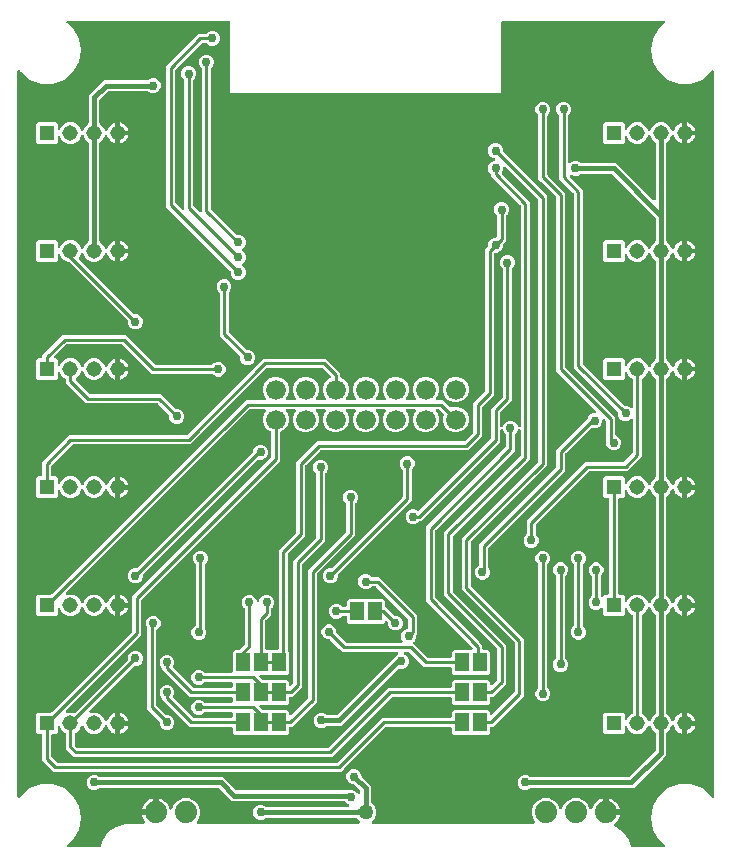
<source format=gbr>
G04 EAGLE Gerber RS-274X export*
G75*
%MOMM*%
%FSLAX34Y34*%
%LPD*%
%INBottom Copper*%
%IPPOS*%
%AMOC8*
5,1,8,0,0,1.08239X$1,22.5*%
G01*
%ADD10R,1.308000X1.308000*%
%ADD11C,1.308000*%
%ADD12C,0.254000*%
%ADD13R,1.168400X1.600200*%
%ADD14C,1.879600*%
%ADD15C,1.270000*%
%ADD16C,1.676400*%
%ADD17C,0.756400*%
%ADD18C,0.406400*%
%ADD19C,0.152400*%

G36*
X-225568Y-54904D02*
X-225568Y-54904D01*
X-225488Y-54904D01*
X-225411Y-54884D01*
X-225331Y-54874D01*
X-225257Y-54845D01*
X-225180Y-54826D01*
X-225110Y-54787D01*
X-225035Y-54757D01*
X-224971Y-54711D01*
X-224901Y-54673D01*
X-224843Y-54618D01*
X-224778Y-54571D01*
X-224727Y-54509D01*
X-224669Y-54455D01*
X-224626Y-54387D01*
X-224575Y-54326D01*
X-224541Y-54254D01*
X-224499Y-54187D01*
X-224440Y-54038D01*
X-224439Y-54038D01*
X-224439Y-54037D01*
X-222630Y-48469D01*
X-217959Y-42041D01*
X-211531Y-37370D01*
X-203973Y-34914D01*
X-188136Y-34914D01*
X-188096Y-34909D01*
X-188056Y-34912D01*
X-187939Y-34889D01*
X-187820Y-34874D01*
X-187783Y-34860D01*
X-187744Y-34852D01*
X-187636Y-34801D01*
X-187524Y-34757D01*
X-187492Y-34734D01*
X-187456Y-34717D01*
X-187364Y-34641D01*
X-187267Y-34571D01*
X-187242Y-34540D01*
X-187211Y-34515D01*
X-187141Y-34418D01*
X-187064Y-34326D01*
X-187047Y-34290D01*
X-187024Y-34257D01*
X-186980Y-34146D01*
X-186929Y-34038D01*
X-186921Y-33999D01*
X-186906Y-33962D01*
X-186891Y-33843D01*
X-186869Y-33726D01*
X-186871Y-33686D01*
X-186866Y-33646D01*
X-186881Y-33528D01*
X-186889Y-33408D01*
X-186901Y-33370D01*
X-186906Y-33331D01*
X-186950Y-33220D01*
X-186987Y-33106D01*
X-187008Y-33072D01*
X-187023Y-33035D01*
X-187109Y-32899D01*
X-188011Y-31657D01*
X-188864Y-29983D01*
X-189445Y-28196D01*
X-189485Y-27939D01*
X-179070Y-27939D01*
X-178952Y-27924D01*
X-178833Y-27917D01*
X-178795Y-27904D01*
X-178755Y-27899D01*
X-178644Y-27856D01*
X-178531Y-27819D01*
X-178497Y-27797D01*
X-178459Y-27782D01*
X-178363Y-27712D01*
X-178262Y-27649D01*
X-178234Y-27619D01*
X-178202Y-27595D01*
X-178126Y-27504D01*
X-178044Y-27417D01*
X-178025Y-27382D01*
X-177999Y-27351D01*
X-177948Y-27243D01*
X-177891Y-27139D01*
X-177880Y-27099D01*
X-177863Y-27063D01*
X-177841Y-26946D01*
X-177811Y-26831D01*
X-177807Y-26770D01*
X-177803Y-26750D01*
X-177805Y-26730D01*
X-177801Y-26670D01*
X-177801Y-25399D01*
X-176530Y-25399D01*
X-176412Y-25384D01*
X-176293Y-25377D01*
X-176255Y-25364D01*
X-176214Y-25359D01*
X-176104Y-25315D01*
X-175991Y-25279D01*
X-175956Y-25257D01*
X-175919Y-25242D01*
X-175823Y-25172D01*
X-175722Y-25109D01*
X-175694Y-25079D01*
X-175661Y-25055D01*
X-175586Y-24964D01*
X-175504Y-24877D01*
X-175484Y-24842D01*
X-175459Y-24810D01*
X-175408Y-24703D01*
X-175350Y-24598D01*
X-175340Y-24559D01*
X-175323Y-24523D01*
X-175301Y-24406D01*
X-175271Y-24291D01*
X-175267Y-24230D01*
X-175263Y-24210D01*
X-175265Y-24190D01*
X-175261Y-24130D01*
X-175261Y-13715D01*
X-175004Y-13755D01*
X-173217Y-14336D01*
X-171543Y-15189D01*
X-170022Y-16294D01*
X-168694Y-17622D01*
X-167589Y-19143D01*
X-166736Y-20817D01*
X-166343Y-22026D01*
X-166331Y-22053D01*
X-166324Y-22082D01*
X-166263Y-22196D01*
X-166208Y-22314D01*
X-166189Y-22337D01*
X-166175Y-22363D01*
X-166087Y-22459D01*
X-166005Y-22559D01*
X-165981Y-22576D01*
X-165961Y-22598D01*
X-165852Y-22670D01*
X-165748Y-22746D01*
X-165720Y-22757D01*
X-165695Y-22773D01*
X-165572Y-22815D01*
X-165452Y-22863D01*
X-165423Y-22867D01*
X-165394Y-22876D01*
X-165265Y-22887D01*
X-165137Y-22903D01*
X-165107Y-22899D01*
X-165077Y-22901D01*
X-164950Y-22879D01*
X-164821Y-22863D01*
X-164793Y-22852D01*
X-164764Y-22847D01*
X-164646Y-22794D01*
X-164525Y-22746D01*
X-164501Y-22729D01*
X-164474Y-22716D01*
X-164373Y-22636D01*
X-164268Y-22560D01*
X-164249Y-22537D01*
X-164226Y-22518D01*
X-164148Y-22414D01*
X-164065Y-22315D01*
X-164052Y-22288D01*
X-164034Y-22264D01*
X-163963Y-22119D01*
X-162521Y-18637D01*
X-159163Y-15279D01*
X-154775Y-13461D01*
X-150025Y-13461D01*
X-145637Y-15279D01*
X-142279Y-18637D01*
X-140461Y-23025D01*
X-140461Y-27775D01*
X-142279Y-32163D01*
X-142864Y-32748D01*
X-142949Y-32857D01*
X-143037Y-32964D01*
X-143046Y-32983D01*
X-143059Y-32999D01*
X-143114Y-33127D01*
X-143173Y-33252D01*
X-143177Y-33272D01*
X-143185Y-33291D01*
X-143207Y-33429D01*
X-143233Y-33565D01*
X-143232Y-33585D01*
X-143235Y-33605D01*
X-143222Y-33744D01*
X-143213Y-33882D01*
X-143207Y-33901D01*
X-143205Y-33921D01*
X-143158Y-34052D01*
X-143115Y-34184D01*
X-143104Y-34202D01*
X-143097Y-34221D01*
X-143019Y-34335D01*
X-142945Y-34453D01*
X-142930Y-34467D01*
X-142919Y-34484D01*
X-142815Y-34576D01*
X-142713Y-34671D01*
X-142695Y-34681D01*
X-142680Y-34694D01*
X-142557Y-34757D01*
X-142435Y-34825D01*
X-142415Y-34830D01*
X-142397Y-34839D01*
X-142261Y-34869D01*
X-142127Y-34904D01*
X-142099Y-34906D01*
X-142087Y-34909D01*
X-142066Y-34908D01*
X-141966Y-34914D01*
X-6123Y-34914D01*
X-5986Y-34897D01*
X-5847Y-34884D01*
X-5828Y-34877D01*
X-5808Y-34874D01*
X-5679Y-34823D01*
X-5548Y-34776D01*
X-5531Y-34765D01*
X-5512Y-34757D01*
X-5400Y-34676D01*
X-5285Y-34598D01*
X-5271Y-34582D01*
X-5255Y-34571D01*
X-5166Y-34463D01*
X-5074Y-34359D01*
X-5065Y-34341D01*
X-5052Y-34326D01*
X-4993Y-34200D01*
X-4930Y-34076D01*
X-4925Y-34056D01*
X-4916Y-34038D01*
X-4890Y-33902D01*
X-4860Y-33766D01*
X-4860Y-33745D01*
X-4857Y-33726D01*
X-4865Y-33587D01*
X-4870Y-33448D01*
X-4875Y-33428D01*
X-4876Y-33408D01*
X-4919Y-33276D01*
X-4958Y-33142D01*
X-4968Y-33125D01*
X-4974Y-33106D01*
X-5049Y-32988D01*
X-5119Y-32868D01*
X-5138Y-32847D01*
X-5145Y-32837D01*
X-5160Y-32823D01*
X-5226Y-32748D01*
X-7629Y-30344D01*
X-7707Y-30284D01*
X-7779Y-30216D01*
X-7832Y-30187D01*
X-7880Y-30150D01*
X-7971Y-30110D01*
X-8058Y-30062D01*
X-8116Y-30047D01*
X-8172Y-30023D01*
X-8270Y-30008D01*
X-8366Y-29983D01*
X-8466Y-29977D01*
X-8486Y-29973D01*
X-8498Y-29975D01*
X-8526Y-29973D01*
X-84005Y-29973D01*
X-84104Y-29985D01*
X-84203Y-29988D01*
X-84261Y-30005D01*
X-84321Y-30013D01*
X-84413Y-30049D01*
X-84508Y-30077D01*
X-84560Y-30107D01*
X-84617Y-30130D01*
X-84697Y-30188D01*
X-84782Y-30238D01*
X-84857Y-30304D01*
X-84874Y-30316D01*
X-84882Y-30326D01*
X-84903Y-30345D01*
X-85319Y-30760D01*
X-87642Y-31723D01*
X-90158Y-31723D01*
X-92482Y-30760D01*
X-94260Y-28982D01*
X-95223Y-26658D01*
X-95223Y-24142D01*
X-94260Y-21818D01*
X-92482Y-20040D01*
X-90158Y-19077D01*
X-87642Y-19077D01*
X-85319Y-20040D01*
X-84903Y-20455D01*
X-84825Y-20516D01*
X-84752Y-20584D01*
X-84699Y-20613D01*
X-84652Y-20650D01*
X-84561Y-20690D01*
X-84474Y-20738D01*
X-84415Y-20753D01*
X-84360Y-20777D01*
X-84262Y-20792D01*
X-84166Y-20817D01*
X-84066Y-20823D01*
X-84046Y-20827D01*
X-84033Y-20825D01*
X-84005Y-20827D01*
X-15299Y-20827D01*
X-15230Y-20819D01*
X-15160Y-20820D01*
X-15073Y-20799D01*
X-14984Y-20787D01*
X-14919Y-20762D01*
X-14851Y-20745D01*
X-14772Y-20703D01*
X-14688Y-20670D01*
X-14631Y-20629D01*
X-14570Y-20597D01*
X-14503Y-20536D01*
X-14431Y-20484D01*
X-14386Y-20430D01*
X-14334Y-20383D01*
X-14285Y-20308D01*
X-14228Y-20239D01*
X-14198Y-20175D01*
X-14160Y-20117D01*
X-14131Y-20032D01*
X-14092Y-19951D01*
X-14079Y-19882D01*
X-14056Y-19816D01*
X-14049Y-19727D01*
X-14032Y-19639D01*
X-14037Y-19569D01*
X-14031Y-19499D01*
X-14047Y-19411D01*
X-14052Y-19321D01*
X-14074Y-19255D01*
X-14086Y-19186D01*
X-14123Y-19104D01*
X-14150Y-19019D01*
X-14188Y-18960D01*
X-14216Y-18896D01*
X-14272Y-18826D01*
X-14320Y-18750D01*
X-14371Y-18702D01*
X-14415Y-18648D01*
X-14487Y-18593D01*
X-14552Y-18532D01*
X-14613Y-18498D01*
X-14669Y-18456D01*
X-14813Y-18385D01*
X-16082Y-17860D01*
X-17885Y-16057D01*
X-17963Y-15996D01*
X-18035Y-15928D01*
X-18088Y-15899D01*
X-18136Y-15862D01*
X-18227Y-15823D01*
X-18314Y-15775D01*
X-18372Y-15760D01*
X-18428Y-15736D01*
X-18526Y-15720D01*
X-18622Y-15695D01*
X-18722Y-15689D01*
X-18742Y-15686D01*
X-18754Y-15687D01*
X-18782Y-15685D01*
X-113228Y-15685D01*
X-123968Y-4944D01*
X-124047Y-4884D01*
X-124119Y-4816D01*
X-124172Y-4787D01*
X-124220Y-4750D01*
X-124311Y-4710D01*
X-124397Y-4662D01*
X-124456Y-4647D01*
X-124511Y-4623D01*
X-124609Y-4608D01*
X-124705Y-4583D01*
X-124805Y-4577D01*
X-124826Y-4573D01*
X-124838Y-4575D01*
X-124866Y-4573D01*
X-225105Y-4573D01*
X-225203Y-4585D01*
X-225303Y-4588D01*
X-225361Y-4605D01*
X-225421Y-4613D01*
X-225513Y-4649D01*
X-225608Y-4677D01*
X-225660Y-4707D01*
X-225717Y-4730D01*
X-225797Y-4788D01*
X-225882Y-4838D01*
X-225957Y-4904D01*
X-225974Y-4916D01*
X-225982Y-4926D01*
X-226003Y-4944D01*
X-226418Y-5360D01*
X-228742Y-6323D01*
X-231258Y-6323D01*
X-233582Y-5360D01*
X-235360Y-3582D01*
X-236323Y-1258D01*
X-236323Y1258D01*
X-235360Y3582D01*
X-233582Y5360D01*
X-231258Y6323D01*
X-228742Y6323D01*
X-226418Y5360D01*
X-226003Y4944D01*
X-225925Y4884D01*
X-225852Y4816D01*
X-225799Y4787D01*
X-225752Y4750D01*
X-225661Y4710D01*
X-225574Y4662D01*
X-225515Y4647D01*
X-225460Y4623D01*
X-225362Y4608D01*
X-225266Y4583D01*
X-225166Y4577D01*
X-225146Y4573D01*
X-225133Y4575D01*
X-225105Y4573D01*
X-120552Y4573D01*
X-117502Y1522D01*
X-109811Y-6168D01*
X-109733Y-6229D01*
X-109661Y-6297D01*
X-109608Y-6326D01*
X-109560Y-6363D01*
X-109469Y-6402D01*
X-109382Y-6450D01*
X-109324Y-6465D01*
X-109268Y-6489D01*
X-109170Y-6505D01*
X-109074Y-6530D01*
X-108974Y-6536D01*
X-108954Y-6539D01*
X-108942Y-6538D01*
X-108914Y-6540D01*
X-14885Y-6540D01*
X-14876Y-6539D01*
X-14867Y-6540D01*
X-14718Y-6519D01*
X-14570Y-6500D01*
X-14561Y-6497D01*
X-14552Y-6495D01*
X-14400Y-6443D01*
X-13758Y-6177D01*
X-11242Y-6177D01*
X-8918Y-7140D01*
X-7140Y-8918D01*
X-7015Y-9221D01*
X-6980Y-9281D01*
X-6954Y-9346D01*
X-6902Y-9419D01*
X-6857Y-9497D01*
X-6809Y-9547D01*
X-6768Y-9604D01*
X-6698Y-9661D01*
X-6636Y-9725D01*
X-6576Y-9762D01*
X-6523Y-9807D01*
X-6441Y-9845D01*
X-6365Y-9892D01*
X-6298Y-9912D01*
X-6235Y-9942D01*
X-6147Y-9959D01*
X-6061Y-9985D01*
X-5991Y-9989D01*
X-5922Y-10002D01*
X-5833Y-9996D01*
X-5743Y-10001D01*
X-5675Y-9986D01*
X-5605Y-9982D01*
X-5520Y-9954D01*
X-5432Y-9936D01*
X-5369Y-9906D01*
X-5303Y-9884D01*
X-5227Y-9836D01*
X-5146Y-9797D01*
X-5093Y-9751D01*
X-5034Y-9714D01*
X-4972Y-9648D01*
X-4904Y-9590D01*
X-4864Y-9533D01*
X-4816Y-9482D01*
X-4773Y-9404D01*
X-4721Y-9330D01*
X-4696Y-9265D01*
X-4662Y-9204D01*
X-4640Y-9117D01*
X-4608Y-9033D01*
X-4600Y-8963D01*
X-4583Y-8896D01*
X-4573Y-8735D01*
X-4573Y-7420D01*
X-4585Y-7322D01*
X-4588Y-7223D01*
X-4605Y-7164D01*
X-4613Y-7104D01*
X-4649Y-7012D01*
X-4677Y-6917D01*
X-4707Y-6865D01*
X-4730Y-6809D01*
X-4788Y-6729D01*
X-4838Y-6643D01*
X-4904Y-6568D01*
X-4916Y-6551D01*
X-4926Y-6543D01*
X-4944Y-6522D01*
X-9772Y-1694D01*
X-9851Y-1634D01*
X-9923Y-1566D01*
X-9976Y-1537D01*
X-10024Y-1500D01*
X-10115Y-1460D01*
X-10201Y-1412D01*
X-10260Y-1397D01*
X-10315Y-1373D01*
X-10413Y-1358D01*
X-10509Y-1333D01*
X-10609Y-1327D01*
X-10630Y-1323D01*
X-10642Y-1325D01*
X-10670Y-1323D01*
X-11258Y-1323D01*
X-13582Y-360D01*
X-15360Y1418D01*
X-16323Y3742D01*
X-16323Y6258D01*
X-15360Y8582D01*
X-13582Y10360D01*
X-11258Y11323D01*
X-8742Y11323D01*
X-6418Y10360D01*
X-4640Y8582D01*
X-3677Y6258D01*
X-3677Y5670D01*
X-3665Y5572D01*
X-3662Y5473D01*
X-3645Y5414D01*
X-3637Y5354D01*
X-3601Y5262D01*
X-3573Y5167D01*
X-3543Y5115D01*
X-3520Y5059D01*
X-3462Y4979D01*
X-3412Y4893D01*
X-3346Y4818D01*
X-3334Y4801D01*
X-3324Y4793D01*
X-3306Y4772D01*
X1522Y-56D01*
X4573Y-3106D01*
X4573Y-16874D01*
X4585Y-16972D01*
X4588Y-17071D01*
X4605Y-17129D01*
X4613Y-17189D01*
X4649Y-17281D01*
X4677Y-17376D01*
X4707Y-17428D01*
X4730Y-17485D01*
X4788Y-17565D01*
X4838Y-17650D01*
X4904Y-17726D01*
X4916Y-17742D01*
X4926Y-17750D01*
X4944Y-17771D01*
X7537Y-20364D01*
X8891Y-23631D01*
X8891Y-27169D01*
X7537Y-30436D01*
X5226Y-32748D01*
X5141Y-32857D01*
X5052Y-32964D01*
X5043Y-32983D01*
X5031Y-32999D01*
X4975Y-33127D01*
X4916Y-33252D01*
X4913Y-33272D01*
X4905Y-33291D01*
X4883Y-33429D01*
X4857Y-33565D01*
X4858Y-33585D01*
X4855Y-33605D01*
X4868Y-33744D01*
X4876Y-33882D01*
X4883Y-33901D01*
X4885Y-33921D01*
X4932Y-34053D01*
X4974Y-34184D01*
X4985Y-34202D01*
X4992Y-34221D01*
X5070Y-34336D01*
X5145Y-34453D01*
X5159Y-34467D01*
X5171Y-34484D01*
X5275Y-34576D01*
X5376Y-34671D01*
X5394Y-34681D01*
X5409Y-34694D01*
X5533Y-34758D01*
X5655Y-34825D01*
X5674Y-34830D01*
X5692Y-34839D01*
X5828Y-34869D01*
X5963Y-34904D01*
X5991Y-34906D01*
X6003Y-34909D01*
X6023Y-34908D01*
X6123Y-34914D01*
X141966Y-34914D01*
X142104Y-34897D01*
X142242Y-34884D01*
X142261Y-34877D01*
X142282Y-34874D01*
X142411Y-34823D01*
X142542Y-34776D01*
X142559Y-34765D01*
X142577Y-34757D01*
X142690Y-34676D01*
X142805Y-34598D01*
X142818Y-34582D01*
X142835Y-34571D01*
X142923Y-34463D01*
X143015Y-34359D01*
X143025Y-34341D01*
X143037Y-34326D01*
X143097Y-34200D01*
X143160Y-34076D01*
X143164Y-34056D01*
X143173Y-34038D01*
X143199Y-33901D01*
X143230Y-33766D01*
X143229Y-33745D01*
X143233Y-33726D01*
X143224Y-33587D01*
X143220Y-33448D01*
X143214Y-33428D01*
X143213Y-33408D01*
X143170Y-33276D01*
X143132Y-33142D01*
X143121Y-33125D01*
X143115Y-33106D01*
X143041Y-32988D01*
X142970Y-32868D01*
X142951Y-32847D01*
X142945Y-32837D01*
X142930Y-32823D01*
X142864Y-32748D01*
X142279Y-32163D01*
X140461Y-27775D01*
X140461Y-23025D01*
X142279Y-18637D01*
X145637Y-15279D01*
X150025Y-13461D01*
X154775Y-13461D01*
X159163Y-15279D01*
X162521Y-18637D01*
X163927Y-22032D01*
X163996Y-22153D01*
X164061Y-22276D01*
X164075Y-22291D01*
X164085Y-22308D01*
X164182Y-22408D01*
X164275Y-22511D01*
X164292Y-22522D01*
X164306Y-22537D01*
X164424Y-22609D01*
X164541Y-22686D01*
X164560Y-22692D01*
X164577Y-22703D01*
X164710Y-22744D01*
X164842Y-22789D01*
X164862Y-22791D01*
X164881Y-22797D01*
X165020Y-22803D01*
X165159Y-22814D01*
X165179Y-22811D01*
X165199Y-22812D01*
X165335Y-22784D01*
X165472Y-22760D01*
X165491Y-22752D01*
X165510Y-22748D01*
X165635Y-22686D01*
X165762Y-22629D01*
X165778Y-22617D01*
X165796Y-22608D01*
X165902Y-22517D01*
X166010Y-22431D01*
X166023Y-22415D01*
X166038Y-22401D01*
X166118Y-22288D01*
X166202Y-22177D01*
X166214Y-22151D01*
X166221Y-22141D01*
X166228Y-22122D01*
X166273Y-22032D01*
X167679Y-18637D01*
X171037Y-15279D01*
X175425Y-13461D01*
X180175Y-13461D01*
X184563Y-15279D01*
X187921Y-18637D01*
X189363Y-22119D01*
X189378Y-22145D01*
X189387Y-22174D01*
X189457Y-22283D01*
X189521Y-22396D01*
X189542Y-22417D01*
X189558Y-22442D01*
X189652Y-22531D01*
X189742Y-22624D01*
X189768Y-22640D01*
X189790Y-22660D01*
X189903Y-22723D01*
X190013Y-22790D01*
X190042Y-22799D01*
X190068Y-22813D01*
X190194Y-22846D01*
X190317Y-22884D01*
X190347Y-22885D01*
X190376Y-22893D01*
X190506Y-22893D01*
X190635Y-22899D01*
X190664Y-22893D01*
X190694Y-22893D01*
X190820Y-22861D01*
X190946Y-22835D01*
X190973Y-22822D01*
X191002Y-22814D01*
X191116Y-22752D01*
X191232Y-22695D01*
X191255Y-22676D01*
X191281Y-22661D01*
X191375Y-22573D01*
X191474Y-22489D01*
X191491Y-22464D01*
X191513Y-22444D01*
X191583Y-22335D01*
X191657Y-22229D01*
X191668Y-22201D01*
X191684Y-22175D01*
X191743Y-22026D01*
X192136Y-20817D01*
X192989Y-19143D01*
X194094Y-17622D01*
X195422Y-16294D01*
X196943Y-15189D01*
X198617Y-14336D01*
X200404Y-13755D01*
X200661Y-13715D01*
X200661Y-24130D01*
X200676Y-24248D01*
X200683Y-24367D01*
X200696Y-24405D01*
X200701Y-24445D01*
X200744Y-24556D01*
X200781Y-24669D01*
X200803Y-24703D01*
X200818Y-24741D01*
X200888Y-24837D01*
X200951Y-24938D01*
X200981Y-24966D01*
X201004Y-24998D01*
X201096Y-25074D01*
X201183Y-25156D01*
X201218Y-25175D01*
X201249Y-25201D01*
X201357Y-25252D01*
X201461Y-25309D01*
X201501Y-25320D01*
X201537Y-25337D01*
X201654Y-25359D01*
X201769Y-25389D01*
X201830Y-25393D01*
X201850Y-25397D01*
X201870Y-25395D01*
X201930Y-25399D01*
X203201Y-25399D01*
X203201Y-26670D01*
X203216Y-26788D01*
X203223Y-26907D01*
X203236Y-26945D01*
X203241Y-26985D01*
X203285Y-27096D01*
X203321Y-27209D01*
X203343Y-27244D01*
X203358Y-27281D01*
X203428Y-27377D01*
X203491Y-27478D01*
X203521Y-27506D01*
X203545Y-27539D01*
X203636Y-27614D01*
X203723Y-27696D01*
X203758Y-27716D01*
X203790Y-27741D01*
X203897Y-27792D01*
X204002Y-27850D01*
X204041Y-27860D01*
X204077Y-27877D01*
X204194Y-27899D01*
X204309Y-27929D01*
X204370Y-27933D01*
X204390Y-27937D01*
X204410Y-27935D01*
X204470Y-27939D01*
X214885Y-27939D01*
X214845Y-28196D01*
X214264Y-29983D01*
X213411Y-31657D01*
X212306Y-33178D01*
X210977Y-34506D01*
X210440Y-34897D01*
X210411Y-34924D01*
X210378Y-34945D01*
X210296Y-35033D01*
X210209Y-35114D01*
X210187Y-35148D01*
X210160Y-35177D01*
X210102Y-35282D01*
X210038Y-35383D01*
X210026Y-35421D01*
X210007Y-35455D01*
X209977Y-35571D01*
X209940Y-35685D01*
X209937Y-35725D01*
X209927Y-35763D01*
X209927Y-35883D01*
X209920Y-36003D01*
X209927Y-36042D01*
X209927Y-36081D01*
X209957Y-36197D01*
X209979Y-36315D01*
X209996Y-36351D01*
X210006Y-36390D01*
X210063Y-36495D01*
X210114Y-36603D01*
X210140Y-36634D01*
X210159Y-36668D01*
X210241Y-36756D01*
X210317Y-36848D01*
X210349Y-36872D01*
X210376Y-36900D01*
X210477Y-36965D01*
X210574Y-37035D01*
X210611Y-37050D01*
X210645Y-37071D01*
X210794Y-37131D01*
X211531Y-37370D01*
X217959Y-42041D01*
X222630Y-48469D01*
X224439Y-54037D01*
X224473Y-54109D01*
X224497Y-54184D01*
X224540Y-54252D01*
X224575Y-54325D01*
X224625Y-54386D01*
X224668Y-54453D01*
X224726Y-54508D01*
X224777Y-54570D01*
X224841Y-54617D01*
X224899Y-54671D01*
X224970Y-54710D01*
X225035Y-54757D01*
X225108Y-54786D01*
X225178Y-54825D01*
X225255Y-54845D01*
X225330Y-54874D01*
X225409Y-54884D01*
X225486Y-54904D01*
X225645Y-54914D01*
X225646Y-54914D01*
X252155Y-54914D01*
X252190Y-54910D01*
X252226Y-54912D01*
X252347Y-54890D01*
X252471Y-54874D01*
X252504Y-54861D01*
X252538Y-54855D01*
X252651Y-54803D01*
X252766Y-54757D01*
X252795Y-54737D01*
X252827Y-54722D01*
X252923Y-54643D01*
X253024Y-54571D01*
X253046Y-54543D01*
X253074Y-54521D01*
X253147Y-54421D01*
X253226Y-54326D01*
X253242Y-54294D01*
X253263Y-54265D01*
X253309Y-54150D01*
X253362Y-54038D01*
X253369Y-54003D01*
X253382Y-53970D01*
X253399Y-53847D01*
X253422Y-53726D01*
X253420Y-53690D01*
X253424Y-53655D01*
X253410Y-53532D01*
X253402Y-53408D01*
X253391Y-53374D01*
X253387Y-53339D01*
X253342Y-53224D01*
X253304Y-53106D01*
X253285Y-53076D01*
X253272Y-53043D01*
X253200Y-52942D01*
X253134Y-52837D01*
X253108Y-52813D01*
X253087Y-52784D01*
X252971Y-52673D01*
X247975Y-48481D01*
X242983Y-39834D01*
X241249Y-30000D01*
X242983Y-20166D01*
X247975Y-11519D01*
X255624Y-5101D01*
X265007Y-1686D01*
X274993Y-1686D01*
X284376Y-5101D01*
X292025Y-11519D01*
X292546Y-12422D01*
X292619Y-12518D01*
X292650Y-12568D01*
X292667Y-12583D01*
X292719Y-12656D01*
X292730Y-12664D01*
X292738Y-12675D01*
X292852Y-12765D01*
X292964Y-12859D01*
X292977Y-12864D01*
X292987Y-12873D01*
X293121Y-12932D01*
X293252Y-12994D01*
X293265Y-12997D01*
X293278Y-13002D01*
X293422Y-13027D01*
X293565Y-13054D01*
X293578Y-13053D01*
X293591Y-13055D01*
X293737Y-13043D01*
X293882Y-13034D01*
X293895Y-13030D01*
X293908Y-13029D01*
X294046Y-12981D01*
X294184Y-12936D01*
X294196Y-12929D01*
X294209Y-12924D01*
X294330Y-12844D01*
X294453Y-12766D01*
X294462Y-12756D01*
X294474Y-12749D01*
X294571Y-12640D01*
X294671Y-12534D01*
X294678Y-12522D01*
X294687Y-12512D01*
X294754Y-12384D01*
X294825Y-12256D01*
X294828Y-12243D01*
X294834Y-12231D01*
X294868Y-12089D01*
X294904Y-11948D01*
X294905Y-11930D01*
X294907Y-11921D01*
X294907Y-11904D01*
X294910Y-11847D01*
X294912Y-11840D01*
X294911Y-11834D01*
X294914Y-11787D01*
X294914Y601787D01*
X294896Y601932D01*
X294881Y602077D01*
X294876Y602089D01*
X294874Y602103D01*
X294821Y602238D01*
X294770Y602375D01*
X294762Y602386D01*
X294757Y602398D01*
X294672Y602516D01*
X294589Y602636D01*
X294579Y602645D01*
X294571Y602656D01*
X294458Y602749D01*
X294348Y602844D01*
X294336Y602850D01*
X294326Y602859D01*
X294194Y602920D01*
X294063Y602986D01*
X294050Y602988D01*
X294038Y602994D01*
X293896Y603021D01*
X293752Y603052D01*
X293739Y603051D01*
X293726Y603054D01*
X293581Y603045D01*
X293435Y603039D01*
X293422Y603035D01*
X293408Y603034D01*
X293270Y602989D01*
X293130Y602947D01*
X293118Y602940D01*
X293106Y602936D01*
X292983Y602858D01*
X292858Y602783D01*
X292848Y602773D01*
X292837Y602766D01*
X292737Y602660D01*
X292635Y602556D01*
X292625Y602541D01*
X292619Y602534D01*
X292611Y602519D01*
X292546Y602422D01*
X292025Y601519D01*
X284376Y595101D01*
X274993Y591686D01*
X265007Y591686D01*
X255624Y595101D01*
X247975Y601519D01*
X242983Y610166D01*
X241249Y620000D01*
X242983Y629834D01*
X247975Y638481D01*
X252971Y642673D01*
X252995Y642699D01*
X253024Y642719D01*
X253103Y642815D01*
X253187Y642906D01*
X253204Y642937D01*
X253227Y642964D01*
X253279Y643077D01*
X253338Y643186D01*
X253347Y643220D01*
X253362Y643252D01*
X253385Y643374D01*
X253415Y643494D01*
X253415Y643530D01*
X253422Y643565D01*
X253414Y643688D01*
X253413Y643812D01*
X253404Y643847D01*
X253402Y643882D01*
X253364Y644000D01*
X253332Y644120D01*
X253315Y644151D01*
X253304Y644184D01*
X253238Y644289D01*
X253177Y644398D01*
X253153Y644423D01*
X253134Y644453D01*
X253043Y644538D01*
X252958Y644628D01*
X252928Y644647D01*
X252902Y644671D01*
X252794Y644731D01*
X252689Y644797D01*
X252655Y644808D01*
X252624Y644825D01*
X252504Y644856D01*
X252385Y644893D01*
X252350Y644895D01*
X252316Y644904D01*
X252155Y644914D01*
X116205Y644914D01*
X116087Y644899D01*
X115968Y644892D01*
X115930Y644879D01*
X115889Y644874D01*
X115779Y644831D01*
X115666Y644794D01*
X115631Y644772D01*
X115594Y644757D01*
X115498Y644688D01*
X115397Y644624D01*
X115369Y644594D01*
X115336Y644571D01*
X115260Y644479D01*
X115179Y644392D01*
X115159Y644357D01*
X115134Y644326D01*
X115083Y644218D01*
X115025Y644114D01*
X115015Y644074D01*
X114998Y644038D01*
X114976Y643921D01*
X114946Y643806D01*
X114942Y643746D01*
X114938Y643726D01*
X114940Y643705D01*
X114936Y643645D01*
X114936Y583937D01*
X114563Y583564D01*
X-114563Y583564D01*
X-114936Y583937D01*
X-114936Y643645D01*
X-114951Y643763D01*
X-114958Y643882D01*
X-114971Y643920D01*
X-114976Y643961D01*
X-115019Y644071D01*
X-115056Y644184D01*
X-115078Y644219D01*
X-115093Y644256D01*
X-115162Y644352D01*
X-115226Y644453D01*
X-115256Y644481D01*
X-115279Y644514D01*
X-115371Y644590D01*
X-115458Y644671D01*
X-115493Y644691D01*
X-115524Y644716D01*
X-115632Y644767D01*
X-115736Y644825D01*
X-115776Y644835D01*
X-115812Y644852D01*
X-115929Y644874D01*
X-116044Y644904D01*
X-116104Y644908D01*
X-116124Y644912D01*
X-116145Y644910D01*
X-116205Y644914D01*
X-252155Y644914D01*
X-252190Y644910D01*
X-252226Y644912D01*
X-252347Y644890D01*
X-252471Y644874D01*
X-252504Y644861D01*
X-252538Y644855D01*
X-252651Y644803D01*
X-252766Y644757D01*
X-252795Y644737D01*
X-252827Y644722D01*
X-252923Y644643D01*
X-253024Y644571D01*
X-253046Y644543D01*
X-253074Y644521D01*
X-253147Y644421D01*
X-253227Y644326D01*
X-253242Y644294D01*
X-253263Y644265D01*
X-253309Y644150D01*
X-253362Y644038D01*
X-253369Y644003D01*
X-253382Y643970D01*
X-253399Y643847D01*
X-253422Y643726D01*
X-253420Y643690D01*
X-253424Y643655D01*
X-253410Y643532D01*
X-253402Y643408D01*
X-253391Y643374D01*
X-253387Y643339D01*
X-253342Y643224D01*
X-253304Y643106D01*
X-253285Y643076D01*
X-253272Y643043D01*
X-253200Y642942D01*
X-253134Y642837D01*
X-253108Y642813D01*
X-253088Y642784D01*
X-252971Y642673D01*
X-247975Y638481D01*
X-242983Y629834D01*
X-241249Y620000D01*
X-242983Y610166D01*
X-247975Y601519D01*
X-255624Y595101D01*
X-265007Y591686D01*
X-274993Y591686D01*
X-284376Y595101D01*
X-292025Y601519D01*
X-292546Y602422D01*
X-292634Y602538D01*
X-292719Y602656D01*
X-292730Y602664D01*
X-292738Y602675D01*
X-292852Y602765D01*
X-292964Y602859D01*
X-292977Y602864D01*
X-292987Y602873D01*
X-293121Y602932D01*
X-293252Y602994D01*
X-293265Y602997D01*
X-293278Y603002D01*
X-293422Y603027D01*
X-293565Y603054D01*
X-293578Y603053D01*
X-293591Y603055D01*
X-293737Y603043D01*
X-293882Y603034D01*
X-293895Y603030D01*
X-293908Y603029D01*
X-294046Y602981D01*
X-294184Y602936D01*
X-294196Y602929D01*
X-294209Y602924D01*
X-294330Y602844D01*
X-294453Y602766D01*
X-294462Y602756D01*
X-294474Y602749D01*
X-294571Y602640D01*
X-294671Y602534D01*
X-294678Y602522D01*
X-294687Y602512D01*
X-294754Y602384D01*
X-294825Y602256D01*
X-294828Y602243D01*
X-294834Y602231D01*
X-294868Y602089D01*
X-294904Y601948D01*
X-294905Y601930D01*
X-294907Y601921D01*
X-294907Y601904D01*
X-294914Y601787D01*
X-294914Y-11787D01*
X-294896Y-11931D01*
X-294896Y-11932D01*
X-294892Y-11997D01*
X-294888Y-12009D01*
X-294881Y-12077D01*
X-294876Y-12089D01*
X-294874Y-12103D01*
X-294821Y-12238D01*
X-294770Y-12375D01*
X-294762Y-12386D01*
X-294757Y-12398D01*
X-294672Y-12516D01*
X-294589Y-12636D01*
X-294578Y-12645D01*
X-294571Y-12656D01*
X-294459Y-12749D01*
X-294348Y-12844D01*
X-294336Y-12850D01*
X-294326Y-12859D01*
X-294194Y-12921D01*
X-294063Y-12986D01*
X-294050Y-12988D01*
X-294038Y-12994D01*
X-293895Y-13021D01*
X-293752Y-13052D01*
X-293739Y-13051D01*
X-293726Y-13054D01*
X-293581Y-13045D01*
X-293435Y-13039D01*
X-293421Y-13035D01*
X-293408Y-13034D01*
X-293270Y-12989D01*
X-293130Y-12947D01*
X-293118Y-12940D01*
X-293106Y-12936D01*
X-292982Y-12858D01*
X-292858Y-12783D01*
X-292848Y-12773D01*
X-292837Y-12766D01*
X-292762Y-12686D01*
X-292761Y-12685D01*
X-292758Y-12682D01*
X-292737Y-12660D01*
X-292635Y-12556D01*
X-292625Y-12541D01*
X-292619Y-12534D01*
X-292611Y-12519D01*
X-292559Y-12442D01*
X-292558Y-12440D01*
X-292557Y-12439D01*
X-292546Y-12422D01*
X-292025Y-11519D01*
X-284376Y-5101D01*
X-274993Y-1686D01*
X-265007Y-1686D01*
X-255624Y-5101D01*
X-247975Y-11519D01*
X-242983Y-20166D01*
X-241249Y-30000D01*
X-242983Y-39834D01*
X-247975Y-48481D01*
X-252971Y-52673D01*
X-252995Y-52699D01*
X-253024Y-52719D01*
X-253103Y-52815D01*
X-253187Y-52906D01*
X-253204Y-52937D01*
X-253227Y-52964D01*
X-253279Y-53077D01*
X-253338Y-53186D01*
X-253347Y-53220D01*
X-253362Y-53252D01*
X-253385Y-53374D01*
X-253415Y-53494D01*
X-253415Y-53530D01*
X-253422Y-53565D01*
X-253414Y-53688D01*
X-253413Y-53812D01*
X-253404Y-53847D01*
X-253402Y-53882D01*
X-253364Y-54000D01*
X-253332Y-54120D01*
X-253315Y-54151D01*
X-253304Y-54184D01*
X-253238Y-54289D01*
X-253177Y-54398D01*
X-253153Y-54423D01*
X-253134Y-54453D01*
X-253043Y-54538D01*
X-252958Y-54628D01*
X-252928Y-54647D01*
X-252902Y-54671D01*
X-252794Y-54731D01*
X-252689Y-54797D01*
X-252655Y-54808D01*
X-252624Y-54825D01*
X-252504Y-54856D01*
X-252385Y-54893D01*
X-252350Y-54895D01*
X-252316Y-54904D01*
X-252155Y-54914D01*
X-225646Y-54914D01*
X-225568Y-54904D01*
G37*
%LPC*%
G36*
X-264278Y8889D02*
X-264278Y8889D01*
X-273811Y18422D01*
X-273811Y39650D01*
X-273826Y39768D01*
X-273833Y39887D01*
X-273846Y39925D01*
X-273851Y39966D01*
X-273894Y40076D01*
X-273931Y40189D01*
X-273953Y40224D01*
X-273968Y40261D01*
X-274037Y40357D01*
X-274101Y40458D01*
X-274131Y40486D01*
X-274154Y40519D01*
X-274246Y40595D01*
X-274333Y40676D01*
X-274368Y40696D01*
X-274399Y40721D01*
X-274507Y40772D01*
X-274611Y40830D01*
X-274651Y40840D01*
X-274687Y40857D01*
X-274804Y40879D01*
X-274919Y40909D01*
X-274979Y40913D01*
X-274999Y40917D01*
X-275020Y40915D01*
X-275080Y40919D01*
X-277592Y40919D01*
X-279081Y42408D01*
X-279081Y57592D01*
X-277592Y59081D01*
X-266834Y59081D01*
X-266736Y59093D01*
X-266637Y59096D01*
X-266579Y59113D01*
X-266519Y59121D01*
X-266427Y59157D01*
X-266331Y59185D01*
X-266279Y59215D01*
X-266223Y59238D01*
X-266143Y59296D01*
X-266058Y59346D01*
X-265982Y59412D01*
X-265966Y59424D01*
X-265958Y59434D01*
X-265937Y59452D01*
X-197932Y127457D01*
X-197872Y127535D01*
X-197804Y127607D01*
X-197775Y127660D01*
X-197738Y127708D01*
X-197698Y127799D01*
X-197650Y127886D01*
X-197635Y127944D01*
X-197611Y128000D01*
X-197596Y128098D01*
X-197571Y128194D01*
X-197565Y128294D01*
X-197561Y128314D01*
X-197563Y128326D01*
X-197561Y128354D01*
X-197561Y157828D01*
X-80382Y275007D01*
X-80322Y275085D01*
X-80254Y275157D01*
X-80225Y275210D01*
X-80188Y275258D01*
X-80148Y275349D01*
X-80100Y275436D01*
X-80085Y275494D01*
X-80061Y275550D01*
X-80046Y275648D01*
X-80021Y275744D01*
X-80015Y275844D01*
X-80011Y275864D01*
X-80013Y275876D01*
X-80011Y275904D01*
X-80011Y296208D01*
X-80014Y296237D01*
X-80012Y296266D01*
X-80034Y296395D01*
X-80051Y296523D01*
X-80061Y296551D01*
X-80066Y296580D01*
X-80120Y296698D01*
X-80168Y296819D01*
X-80185Y296843D01*
X-80197Y296870D01*
X-80278Y296971D01*
X-80354Y297076D01*
X-80377Y297095D01*
X-80396Y297118D01*
X-80499Y297196D01*
X-80599Y297279D01*
X-80626Y297292D01*
X-80650Y297309D01*
X-80794Y297380D01*
X-82387Y298040D01*
X-85460Y301113D01*
X-87123Y305127D01*
X-87123Y309473D01*
X-85460Y313487D01*
X-84925Y314023D01*
X-84840Y314132D01*
X-84751Y314239D01*
X-84742Y314258D01*
X-84730Y314274D01*
X-84674Y314402D01*
X-84615Y314527D01*
X-84611Y314547D01*
X-84603Y314566D01*
X-84581Y314704D01*
X-84555Y314840D01*
X-84557Y314860D01*
X-84553Y314880D01*
X-84566Y315019D01*
X-84575Y315157D01*
X-84581Y315176D01*
X-84583Y315196D01*
X-84630Y315327D01*
X-84673Y315459D01*
X-84684Y315477D01*
X-84691Y315496D01*
X-84769Y315610D01*
X-84843Y315728D01*
X-84858Y315742D01*
X-84869Y315759D01*
X-84973Y315851D01*
X-85075Y315946D01*
X-85093Y315956D01*
X-85108Y315969D01*
X-85232Y316032D01*
X-85353Y316100D01*
X-85373Y316105D01*
X-85391Y316114D01*
X-85527Y316144D01*
X-85661Y316179D01*
X-85689Y316181D01*
X-85701Y316184D01*
X-85722Y316183D01*
X-85822Y316189D01*
X-97896Y316189D01*
X-97994Y316177D01*
X-98093Y316174D01*
X-98151Y316157D01*
X-98211Y316149D01*
X-98303Y316113D01*
X-98399Y316085D01*
X-98451Y316055D01*
X-98507Y316032D01*
X-98587Y315974D01*
X-98672Y315924D01*
X-98748Y315858D01*
X-98764Y315846D01*
X-98772Y315836D01*
X-98793Y315818D01*
X-253651Y160960D01*
X-253694Y160904D01*
X-253744Y160856D01*
X-253791Y160779D01*
X-253846Y160708D01*
X-253874Y160644D01*
X-253910Y160585D01*
X-253937Y160499D01*
X-253973Y160416D01*
X-253983Y160347D01*
X-254004Y160281D01*
X-254008Y160191D01*
X-254022Y160102D01*
X-254016Y160033D01*
X-254019Y159963D01*
X-254001Y159875D01*
X-253993Y159786D01*
X-253969Y159720D01*
X-253955Y159652D01*
X-253915Y159571D01*
X-253885Y159486D01*
X-253846Y159429D01*
X-253815Y159366D01*
X-253757Y159298D01*
X-253706Y159223D01*
X-253654Y159177D01*
X-253609Y159124D01*
X-253535Y159072D01*
X-253468Y159013D01*
X-253406Y158981D01*
X-253349Y158941D01*
X-253265Y158909D01*
X-253185Y158868D01*
X-253117Y158853D01*
X-253051Y158828D01*
X-252962Y158818D01*
X-252874Y158799D01*
X-252805Y158801D01*
X-252735Y158793D01*
X-252646Y158806D01*
X-252557Y158808D01*
X-252489Y158828D01*
X-252420Y158837D01*
X-252268Y158889D01*
X-251806Y159081D01*
X-248194Y159081D01*
X-244856Y157698D01*
X-242302Y155144D01*
X-241173Y152418D01*
X-241104Y152297D01*
X-241039Y152174D01*
X-241025Y152159D01*
X-241015Y152142D01*
X-240918Y152042D01*
X-240825Y151939D01*
X-240808Y151928D01*
X-240794Y151913D01*
X-240676Y151841D01*
X-240559Y151764D01*
X-240540Y151758D01*
X-240523Y151747D01*
X-240390Y151706D01*
X-240258Y151661D01*
X-240238Y151659D01*
X-240219Y151653D01*
X-240080Y151647D01*
X-239941Y151636D01*
X-239921Y151639D01*
X-239901Y151638D01*
X-239765Y151666D01*
X-239628Y151690D01*
X-239609Y151698D01*
X-239590Y151703D01*
X-239465Y151764D01*
X-239338Y151821D01*
X-239322Y151833D01*
X-239304Y151842D01*
X-239198Y151933D01*
X-239090Y152019D01*
X-239077Y152036D01*
X-239062Y152049D01*
X-238982Y152162D01*
X-238898Y152273D01*
X-238886Y152299D01*
X-238879Y152309D01*
X-238872Y152328D01*
X-238827Y152418D01*
X-237698Y155144D01*
X-235144Y157698D01*
X-231806Y159081D01*
X-228194Y159081D01*
X-224856Y157698D01*
X-222302Y155144D01*
X-221139Y152336D01*
X-221124Y152310D01*
X-221115Y152281D01*
X-221045Y152172D01*
X-220981Y152059D01*
X-220960Y152038D01*
X-220944Y152013D01*
X-220850Y151924D01*
X-220760Y151831D01*
X-220734Y151815D01*
X-220712Y151795D01*
X-220599Y151732D01*
X-220489Y151665D01*
X-220460Y151656D01*
X-220434Y151641D01*
X-220308Y151609D01*
X-220185Y151571D01*
X-220155Y151570D01*
X-220126Y151562D01*
X-219996Y151562D01*
X-219867Y151556D01*
X-219838Y151562D01*
X-219808Y151562D01*
X-219682Y151594D01*
X-219556Y151620D01*
X-219529Y151633D01*
X-219500Y151641D01*
X-219386Y151703D01*
X-219270Y151760D01*
X-219247Y151779D01*
X-219221Y151794D01*
X-219127Y151882D01*
X-219028Y151966D01*
X-219011Y151991D01*
X-218989Y152011D01*
X-218919Y152120D01*
X-218845Y152226D01*
X-218834Y152254D01*
X-218818Y152279D01*
X-218759Y152429D01*
X-218415Y153486D01*
X-217767Y154759D01*
X-216926Y155916D01*
X-215916Y156926D01*
X-214759Y157767D01*
X-213486Y158415D01*
X-212126Y158857D01*
X-211999Y158877D01*
X-211999Y150730D01*
X-211984Y150612D01*
X-211977Y150493D01*
X-211964Y150455D01*
X-211959Y150415D01*
X-211916Y150304D01*
X-211879Y150191D01*
X-211857Y150157D01*
X-211842Y150119D01*
X-211773Y150023D01*
X-211762Y150006D01*
X-211776Y149982D01*
X-211801Y149950D01*
X-211852Y149843D01*
X-211910Y149738D01*
X-211920Y149699D01*
X-211937Y149663D01*
X-211959Y149546D01*
X-211989Y149430D01*
X-211993Y149370D01*
X-211997Y149350D01*
X-211995Y149330D01*
X-211999Y149270D01*
X-211999Y141123D01*
X-212126Y141143D01*
X-213486Y141585D01*
X-214759Y142233D01*
X-215916Y143074D01*
X-216926Y144084D01*
X-217767Y145241D01*
X-218415Y146514D01*
X-218759Y147571D01*
X-218771Y147598D01*
X-218778Y147627D01*
X-218839Y147742D01*
X-218894Y147859D01*
X-218913Y147882D01*
X-218927Y147908D01*
X-219014Y148004D01*
X-219097Y148104D01*
X-219121Y148121D01*
X-219141Y148143D01*
X-219249Y148214D01*
X-219354Y148291D01*
X-219382Y148302D01*
X-219407Y148318D01*
X-219529Y148360D01*
X-219650Y148408D01*
X-219679Y148412D01*
X-219708Y148421D01*
X-219837Y148432D01*
X-219965Y148448D01*
X-219995Y148444D01*
X-220025Y148447D01*
X-220152Y148424D01*
X-220281Y148408D01*
X-220309Y148397D01*
X-220338Y148392D01*
X-220456Y148339D01*
X-220577Y148291D01*
X-220601Y148274D01*
X-220628Y148262D01*
X-220729Y148181D01*
X-220834Y148105D01*
X-220853Y148082D01*
X-220876Y148063D01*
X-220954Y147959D01*
X-221037Y147860D01*
X-221050Y147833D01*
X-221068Y147809D01*
X-221139Y147664D01*
X-222302Y144856D01*
X-224856Y142302D01*
X-228194Y140919D01*
X-231806Y140919D01*
X-235144Y142302D01*
X-237698Y144856D01*
X-238827Y147582D01*
X-238896Y147703D01*
X-238961Y147826D01*
X-238975Y147841D01*
X-238985Y147858D01*
X-239082Y147958D01*
X-239175Y148061D01*
X-239192Y148072D01*
X-239206Y148087D01*
X-239325Y148160D01*
X-239441Y148236D01*
X-239460Y148242D01*
X-239477Y148253D01*
X-239610Y148294D01*
X-239742Y148339D01*
X-239762Y148341D01*
X-239781Y148347D01*
X-239920Y148353D01*
X-240059Y148364D01*
X-240079Y148361D01*
X-240099Y148362D01*
X-240235Y148334D01*
X-240372Y148310D01*
X-240391Y148302D01*
X-240410Y148297D01*
X-240536Y148236D01*
X-240662Y148179D01*
X-240678Y148167D01*
X-240696Y148158D01*
X-240802Y148067D01*
X-240910Y147981D01*
X-240923Y147965D01*
X-240938Y147951D01*
X-241018Y147837D01*
X-241102Y147727D01*
X-241114Y147701D01*
X-241121Y147691D01*
X-241128Y147672D01*
X-241173Y147582D01*
X-242302Y144856D01*
X-244856Y142302D01*
X-248194Y140919D01*
X-251806Y140919D01*
X-255144Y142302D01*
X-257698Y144856D01*
X-258477Y146737D01*
X-258512Y146798D01*
X-258538Y146863D01*
X-258590Y146935D01*
X-258635Y147013D01*
X-258683Y147064D01*
X-258724Y147120D01*
X-258794Y147177D01*
X-258856Y147242D01*
X-258916Y147278D01*
X-258969Y147323D01*
X-259051Y147361D01*
X-259127Y147408D01*
X-259194Y147429D01*
X-259257Y147458D01*
X-259345Y147475D01*
X-259431Y147502D01*
X-259501Y147505D01*
X-259570Y147518D01*
X-259659Y147513D01*
X-259749Y147517D01*
X-259817Y147503D01*
X-259887Y147498D01*
X-259972Y147471D01*
X-260060Y147453D01*
X-260123Y147422D01*
X-260189Y147400D01*
X-260265Y147352D01*
X-260346Y147313D01*
X-260399Y147268D01*
X-260458Y147230D01*
X-260520Y147165D01*
X-260588Y147106D01*
X-260628Y147049D01*
X-260676Y146999D01*
X-260719Y146920D01*
X-260771Y146846D01*
X-260796Y146781D01*
X-260830Y146720D01*
X-260852Y146633D01*
X-260884Y146549D01*
X-260892Y146480D01*
X-260909Y146412D01*
X-260919Y146251D01*
X-260919Y142408D01*
X-262408Y140919D01*
X-277592Y140919D01*
X-279081Y142408D01*
X-279081Y157592D01*
X-277592Y159081D01*
X-266834Y159081D01*
X-266736Y159093D01*
X-266637Y159096D01*
X-266579Y159113D01*
X-266519Y159121D01*
X-266427Y159157D01*
X-266331Y159185D01*
X-266279Y159215D01*
X-266223Y159238D01*
X-266143Y159296D01*
X-266058Y159346D01*
X-265982Y159412D01*
X-265966Y159424D01*
X-265958Y159434D01*
X-265937Y159452D01*
X-101578Y323811D01*
X-85822Y323811D01*
X-85684Y323828D01*
X-85546Y323841D01*
X-85527Y323848D01*
X-85506Y323851D01*
X-85377Y323902D01*
X-85246Y323949D01*
X-85230Y323960D01*
X-85211Y323968D01*
X-85098Y324049D01*
X-84983Y324127D01*
X-84970Y324143D01*
X-84953Y324154D01*
X-84865Y324262D01*
X-84773Y324366D01*
X-84764Y324384D01*
X-84751Y324399D01*
X-84691Y324525D01*
X-84628Y324649D01*
X-84624Y324669D01*
X-84615Y324687D01*
X-84589Y324824D01*
X-84559Y324959D01*
X-84559Y324980D01*
X-84555Y324999D01*
X-84564Y325138D01*
X-84568Y325277D01*
X-84574Y325297D01*
X-84575Y325317D01*
X-84618Y325449D01*
X-84657Y325583D01*
X-84667Y325600D01*
X-84673Y325619D01*
X-84747Y325737D01*
X-84818Y325857D01*
X-84837Y325878D01*
X-84843Y325888D01*
X-84858Y325902D01*
X-84925Y325977D01*
X-85460Y326513D01*
X-87123Y330527D01*
X-87123Y334873D01*
X-85460Y338887D01*
X-82387Y341960D01*
X-78373Y343623D01*
X-74027Y343623D01*
X-70013Y341960D01*
X-66940Y338887D01*
X-65277Y334873D01*
X-65277Y330527D01*
X-66940Y326513D01*
X-67475Y325977D01*
X-67560Y325868D01*
X-67649Y325761D01*
X-67658Y325742D01*
X-67670Y325726D01*
X-67726Y325598D01*
X-67785Y325473D01*
X-67789Y325453D01*
X-67797Y325434D01*
X-67819Y325296D01*
X-67845Y325160D01*
X-67843Y325140D01*
X-67847Y325120D01*
X-67834Y324981D01*
X-67825Y324843D01*
X-67819Y324824D01*
X-67817Y324804D01*
X-67770Y324673D01*
X-67727Y324541D01*
X-67716Y324523D01*
X-67709Y324504D01*
X-67631Y324390D01*
X-67557Y324272D01*
X-67542Y324258D01*
X-67531Y324241D01*
X-67427Y324149D01*
X-67325Y324054D01*
X-67307Y324044D01*
X-67292Y324031D01*
X-67168Y323968D01*
X-67047Y323900D01*
X-67027Y323895D01*
X-67009Y323886D01*
X-66873Y323856D01*
X-66739Y323821D01*
X-66711Y323819D01*
X-66699Y323816D01*
X-66678Y323817D01*
X-66578Y323811D01*
X-60422Y323811D01*
X-60284Y323828D01*
X-60146Y323841D01*
X-60127Y323848D01*
X-60106Y323851D01*
X-59977Y323902D01*
X-59846Y323949D01*
X-59830Y323960D01*
X-59811Y323968D01*
X-59698Y324049D01*
X-59583Y324127D01*
X-59570Y324143D01*
X-59553Y324154D01*
X-59465Y324262D01*
X-59373Y324366D01*
X-59364Y324384D01*
X-59351Y324399D01*
X-59291Y324525D01*
X-59228Y324649D01*
X-59224Y324669D01*
X-59215Y324687D01*
X-59189Y324824D01*
X-59159Y324959D01*
X-59159Y324980D01*
X-59155Y324999D01*
X-59164Y325138D01*
X-59168Y325277D01*
X-59174Y325297D01*
X-59175Y325317D01*
X-59218Y325449D01*
X-59257Y325583D01*
X-59267Y325600D01*
X-59273Y325619D01*
X-59347Y325737D01*
X-59418Y325857D01*
X-59437Y325878D01*
X-59443Y325888D01*
X-59458Y325902D01*
X-59525Y325977D01*
X-60060Y326513D01*
X-61723Y330527D01*
X-61723Y334873D01*
X-60060Y338887D01*
X-56987Y341960D01*
X-52973Y343623D01*
X-48627Y343623D01*
X-44613Y341960D01*
X-41540Y338887D01*
X-39877Y334873D01*
X-39877Y330527D01*
X-41540Y326513D01*
X-42075Y325977D01*
X-42160Y325868D01*
X-42249Y325761D01*
X-42258Y325742D01*
X-42270Y325726D01*
X-42326Y325598D01*
X-42385Y325473D01*
X-42389Y325453D01*
X-42397Y325434D01*
X-42419Y325296D01*
X-42445Y325160D01*
X-42443Y325140D01*
X-42447Y325120D01*
X-42434Y324981D01*
X-42425Y324843D01*
X-42419Y324824D01*
X-42417Y324804D01*
X-42370Y324673D01*
X-42327Y324541D01*
X-42316Y324523D01*
X-42309Y324504D01*
X-42231Y324390D01*
X-42157Y324272D01*
X-42142Y324258D01*
X-42131Y324241D01*
X-42027Y324149D01*
X-41925Y324054D01*
X-41907Y324044D01*
X-41892Y324031D01*
X-41768Y323968D01*
X-41647Y323900D01*
X-41627Y323895D01*
X-41609Y323886D01*
X-41473Y323856D01*
X-41339Y323821D01*
X-41311Y323819D01*
X-41299Y323816D01*
X-41278Y323817D01*
X-41178Y323811D01*
X-35022Y323811D01*
X-34884Y323828D01*
X-34746Y323841D01*
X-34727Y323848D01*
X-34706Y323851D01*
X-34577Y323902D01*
X-34446Y323949D01*
X-34430Y323960D01*
X-34411Y323968D01*
X-34298Y324049D01*
X-34183Y324127D01*
X-34170Y324143D01*
X-34153Y324154D01*
X-34065Y324262D01*
X-33973Y324366D01*
X-33964Y324384D01*
X-33951Y324399D01*
X-33891Y324525D01*
X-33828Y324649D01*
X-33824Y324669D01*
X-33815Y324687D01*
X-33789Y324824D01*
X-33759Y324959D01*
X-33759Y324980D01*
X-33755Y324999D01*
X-33764Y325138D01*
X-33768Y325277D01*
X-33774Y325297D01*
X-33775Y325317D01*
X-33818Y325449D01*
X-33857Y325583D01*
X-33867Y325600D01*
X-33873Y325619D01*
X-33947Y325737D01*
X-34018Y325857D01*
X-34037Y325878D01*
X-34043Y325888D01*
X-34058Y325902D01*
X-34125Y325977D01*
X-34660Y326513D01*
X-36323Y330527D01*
X-36323Y334873D01*
X-34660Y338887D01*
X-31587Y341960D01*
X-30345Y342474D01*
X-30302Y342499D01*
X-30255Y342516D01*
X-30165Y342577D01*
X-30069Y342632D01*
X-30033Y342666D01*
X-29992Y342694D01*
X-29920Y342776D01*
X-29841Y342853D01*
X-29815Y342896D01*
X-29782Y342933D01*
X-29732Y343030D01*
X-29674Y343124D01*
X-29660Y343172D01*
X-29637Y343216D01*
X-29613Y343323D01*
X-29581Y343428D01*
X-29578Y343478D01*
X-29568Y343526D01*
X-29571Y343636D01*
X-29566Y343746D01*
X-29576Y343794D01*
X-29577Y343844D01*
X-29608Y343950D01*
X-29630Y344057D01*
X-29652Y344102D01*
X-29666Y344150D01*
X-29721Y344244D01*
X-29770Y344343D01*
X-29802Y344381D01*
X-29827Y344424D01*
X-29934Y344544D01*
X-36207Y350818D01*
X-36285Y350878D01*
X-36357Y350946D01*
X-36410Y350975D01*
X-36458Y351012D01*
X-36549Y351052D01*
X-36636Y351100D01*
X-36694Y351115D01*
X-36750Y351139D01*
X-36848Y351154D01*
X-36944Y351179D01*
X-37044Y351185D01*
X-37064Y351189D01*
X-37076Y351187D01*
X-37104Y351189D01*
X-82896Y351189D01*
X-82994Y351177D01*
X-83093Y351174D01*
X-83151Y351157D01*
X-83211Y351149D01*
X-83303Y351113D01*
X-83399Y351085D01*
X-83451Y351055D01*
X-83507Y351032D01*
X-83587Y350974D01*
X-83672Y350924D01*
X-83748Y350858D01*
X-83764Y350846D01*
X-83772Y350836D01*
X-83793Y350818D01*
X-148422Y286189D01*
X-247896Y286189D01*
X-247994Y286177D01*
X-248093Y286174D01*
X-248151Y286157D01*
X-248211Y286149D01*
X-248303Y286113D01*
X-248399Y286085D01*
X-248451Y286055D01*
X-248507Y286032D01*
X-248587Y285974D01*
X-248672Y285924D01*
X-248748Y285858D01*
X-248764Y285846D01*
X-248772Y285836D01*
X-248793Y285818D01*
X-265818Y268793D01*
X-265878Y268715D01*
X-265946Y268643D01*
X-265975Y268590D01*
X-266012Y268542D01*
X-266052Y268451D01*
X-266100Y268364D01*
X-266115Y268306D01*
X-266139Y268250D01*
X-266154Y268152D01*
X-266179Y268056D01*
X-266185Y267956D01*
X-266189Y267936D01*
X-266187Y267924D01*
X-266189Y267896D01*
X-266189Y260350D01*
X-266174Y260232D01*
X-266167Y260113D01*
X-266154Y260075D01*
X-266149Y260034D01*
X-266106Y259924D01*
X-266069Y259811D01*
X-266047Y259776D01*
X-266032Y259739D01*
X-265963Y259643D01*
X-265899Y259542D01*
X-265869Y259514D01*
X-265846Y259481D01*
X-265754Y259405D01*
X-265667Y259324D01*
X-265632Y259304D01*
X-265601Y259279D01*
X-265493Y259228D01*
X-265389Y259170D01*
X-265349Y259160D01*
X-265313Y259143D01*
X-265196Y259121D01*
X-265081Y259091D01*
X-265021Y259087D01*
X-265001Y259083D01*
X-264980Y259085D01*
X-264920Y259081D01*
X-262408Y259081D01*
X-260919Y257592D01*
X-260919Y253749D01*
X-260911Y253679D01*
X-260912Y253610D01*
X-260891Y253522D01*
X-260879Y253433D01*
X-260854Y253368D01*
X-260837Y253300D01*
X-260795Y253221D01*
X-260762Y253137D01*
X-260721Y253081D01*
X-260689Y253019D01*
X-260628Y252953D01*
X-260576Y252880D01*
X-260522Y252835D01*
X-260475Y252784D01*
X-260400Y252735D01*
X-260331Y252677D01*
X-260267Y252647D01*
X-260209Y252609D01*
X-260124Y252580D01*
X-260043Y252542D01*
X-259974Y252529D01*
X-259908Y252506D01*
X-259819Y252499D01*
X-259731Y252482D01*
X-259661Y252486D01*
X-259591Y252481D01*
X-259503Y252496D01*
X-259413Y252502D01*
X-259347Y252523D01*
X-259278Y252535D01*
X-259196Y252572D01*
X-259111Y252600D01*
X-259052Y252637D01*
X-258988Y252666D01*
X-258918Y252722D01*
X-258842Y252770D01*
X-258794Y252821D01*
X-258740Y252864D01*
X-258685Y252936D01*
X-258624Y253001D01*
X-258590Y253063D01*
X-258548Y253118D01*
X-258477Y253263D01*
X-257698Y255144D01*
X-255144Y257698D01*
X-251806Y259081D01*
X-248194Y259081D01*
X-244856Y257698D01*
X-242302Y255144D01*
X-241173Y252418D01*
X-241104Y252297D01*
X-241039Y252174D01*
X-241025Y252159D01*
X-241015Y252142D01*
X-240918Y252042D01*
X-240825Y251939D01*
X-240808Y251928D01*
X-240794Y251913D01*
X-240676Y251841D01*
X-240559Y251764D01*
X-240540Y251758D01*
X-240523Y251747D01*
X-240390Y251706D01*
X-240258Y251661D01*
X-240238Y251659D01*
X-240219Y251653D01*
X-240080Y251647D01*
X-239941Y251636D01*
X-239921Y251639D01*
X-239901Y251638D01*
X-239765Y251666D01*
X-239628Y251690D01*
X-239610Y251698D01*
X-239590Y251703D01*
X-239464Y251764D01*
X-239338Y251821D01*
X-239322Y251833D01*
X-239304Y251842D01*
X-239198Y251933D01*
X-239090Y252019D01*
X-239077Y252035D01*
X-239062Y252049D01*
X-238982Y252163D01*
X-238898Y252273D01*
X-238886Y252299D01*
X-238879Y252309D01*
X-238872Y252328D01*
X-238827Y252418D01*
X-237698Y255144D01*
X-235144Y257698D01*
X-231806Y259081D01*
X-228194Y259081D01*
X-224856Y257698D01*
X-222302Y255144D01*
X-221139Y252336D01*
X-221124Y252310D01*
X-221115Y252281D01*
X-221045Y252172D01*
X-220981Y252059D01*
X-220960Y252038D01*
X-220944Y252013D01*
X-220850Y251924D01*
X-220760Y251831D01*
X-220734Y251815D01*
X-220712Y251795D01*
X-220599Y251732D01*
X-220489Y251665D01*
X-220460Y251656D01*
X-220434Y251642D01*
X-220308Y251609D01*
X-220185Y251571D01*
X-220155Y251570D01*
X-220126Y251562D01*
X-219996Y251562D01*
X-219867Y251556D01*
X-219838Y251562D01*
X-219808Y251562D01*
X-219682Y251594D01*
X-219556Y251620D01*
X-219529Y251633D01*
X-219500Y251641D01*
X-219386Y251703D01*
X-219270Y251760D01*
X-219247Y251779D01*
X-219221Y251794D01*
X-219126Y251882D01*
X-219028Y251966D01*
X-219011Y251991D01*
X-218989Y252011D01*
X-218919Y252120D01*
X-218845Y252226D01*
X-218834Y252254D01*
X-218818Y252279D01*
X-218759Y252429D01*
X-218415Y253486D01*
X-217767Y254759D01*
X-216926Y255916D01*
X-215916Y256926D01*
X-214759Y257767D01*
X-213486Y258415D01*
X-212126Y258857D01*
X-211999Y258877D01*
X-211999Y250730D01*
X-211984Y250612D01*
X-211977Y250493D01*
X-211964Y250455D01*
X-211959Y250415D01*
X-211916Y250304D01*
X-211879Y250191D01*
X-211857Y250157D01*
X-211842Y250119D01*
X-211773Y250023D01*
X-211762Y250006D01*
X-211776Y249982D01*
X-211801Y249950D01*
X-211852Y249843D01*
X-211910Y249738D01*
X-211920Y249699D01*
X-211937Y249663D01*
X-211959Y249546D01*
X-211989Y249430D01*
X-211993Y249370D01*
X-211997Y249350D01*
X-211995Y249330D01*
X-211999Y249270D01*
X-211999Y241123D01*
X-212126Y241143D01*
X-213486Y241585D01*
X-214759Y242233D01*
X-215916Y243074D01*
X-216926Y244084D01*
X-217767Y245241D01*
X-218415Y246514D01*
X-218759Y247571D01*
X-218771Y247598D01*
X-218778Y247627D01*
X-218802Y247671D01*
X-218813Y247707D01*
X-218850Y247764D01*
X-218894Y247859D01*
X-218913Y247882D01*
X-218927Y247908D01*
X-218972Y247957D01*
X-218983Y247975D01*
X-219016Y248006D01*
X-219097Y248104D01*
X-219121Y248121D01*
X-219141Y248143D01*
X-219210Y248189D01*
X-219215Y248193D01*
X-219227Y248200D01*
X-219249Y248215D01*
X-219354Y248291D01*
X-219382Y248302D01*
X-219407Y248318D01*
X-219529Y248360D01*
X-219650Y248408D01*
X-219679Y248412D01*
X-219708Y248421D01*
X-219837Y248432D01*
X-219965Y248448D01*
X-219995Y248444D01*
X-220025Y248447D01*
X-220153Y248424D01*
X-220281Y248408D01*
X-220308Y248397D01*
X-220338Y248392D01*
X-220456Y248339D01*
X-220577Y248291D01*
X-220601Y248274D01*
X-220628Y248262D01*
X-220729Y248181D01*
X-220834Y248105D01*
X-220853Y248082D01*
X-220876Y248063D01*
X-220954Y247959D01*
X-221037Y247860D01*
X-221050Y247833D01*
X-221068Y247809D01*
X-221139Y247664D01*
X-222302Y244856D01*
X-224856Y242302D01*
X-228194Y240919D01*
X-231806Y240919D01*
X-235144Y242302D01*
X-237698Y244856D01*
X-238827Y247582D01*
X-238896Y247703D01*
X-238961Y247826D01*
X-238975Y247841D01*
X-238985Y247858D01*
X-239082Y247958D01*
X-239175Y248061D01*
X-239192Y248072D01*
X-239206Y248087D01*
X-239325Y248159D01*
X-239441Y248236D01*
X-239460Y248242D01*
X-239477Y248253D01*
X-239610Y248294D01*
X-239742Y248339D01*
X-239762Y248341D01*
X-239781Y248347D01*
X-239920Y248353D01*
X-240059Y248364D01*
X-240079Y248361D01*
X-240099Y248362D01*
X-240235Y248334D01*
X-240372Y248310D01*
X-240391Y248302D01*
X-240410Y248297D01*
X-240536Y248236D01*
X-240662Y248179D01*
X-240678Y248167D01*
X-240696Y248158D01*
X-240802Y248067D01*
X-240910Y247981D01*
X-240923Y247964D01*
X-240938Y247951D01*
X-241018Y247838D01*
X-241102Y247727D01*
X-241114Y247701D01*
X-241121Y247691D01*
X-241128Y247672D01*
X-241173Y247582D01*
X-242302Y244856D01*
X-244856Y242302D01*
X-248194Y240919D01*
X-251806Y240919D01*
X-255144Y242302D01*
X-257698Y244856D01*
X-258477Y246737D01*
X-258512Y246798D01*
X-258538Y246863D01*
X-258590Y246935D01*
X-258635Y247013D01*
X-258683Y247064D01*
X-258724Y247120D01*
X-258794Y247177D01*
X-258856Y247242D01*
X-258916Y247278D01*
X-258969Y247323D01*
X-259051Y247361D01*
X-259127Y247408D01*
X-259194Y247429D01*
X-259257Y247458D01*
X-259345Y247475D01*
X-259431Y247502D01*
X-259501Y247505D01*
X-259570Y247518D01*
X-259659Y247513D01*
X-259749Y247517D01*
X-259817Y247503D01*
X-259887Y247498D01*
X-259972Y247471D01*
X-260060Y247453D01*
X-260123Y247422D01*
X-260189Y247400D01*
X-260265Y247352D01*
X-260346Y247313D01*
X-260399Y247268D01*
X-260458Y247230D01*
X-260520Y247165D01*
X-260588Y247106D01*
X-260628Y247049D01*
X-260676Y246999D01*
X-260719Y246920D01*
X-260771Y246846D01*
X-260796Y246781D01*
X-260830Y246720D01*
X-260852Y246633D01*
X-260884Y246549D01*
X-260892Y246480D01*
X-260909Y246412D01*
X-260919Y246251D01*
X-260919Y242408D01*
X-262408Y240919D01*
X-277592Y240919D01*
X-279081Y242408D01*
X-279081Y257592D01*
X-277592Y259081D01*
X-275080Y259081D01*
X-274962Y259096D01*
X-274843Y259103D01*
X-274805Y259116D01*
X-274764Y259121D01*
X-274654Y259164D01*
X-274541Y259201D01*
X-274506Y259223D01*
X-274469Y259238D01*
X-274373Y259307D01*
X-274272Y259371D01*
X-274244Y259401D01*
X-274211Y259424D01*
X-274135Y259516D01*
X-274054Y259603D01*
X-274034Y259638D01*
X-274009Y259669D01*
X-273958Y259777D01*
X-273900Y259881D01*
X-273890Y259921D01*
X-273873Y259957D01*
X-273851Y260074D01*
X-273821Y260189D01*
X-273817Y260249D01*
X-273813Y260269D01*
X-273815Y260290D01*
X-273811Y260350D01*
X-273811Y271578D01*
X-251578Y293811D01*
X-152104Y293811D01*
X-152006Y293823D01*
X-151907Y293826D01*
X-151849Y293843D01*
X-151789Y293851D01*
X-151697Y293887D01*
X-151601Y293915D01*
X-151549Y293945D01*
X-151493Y293968D01*
X-151413Y294026D01*
X-151328Y294076D01*
X-151252Y294142D01*
X-151236Y294154D01*
X-151228Y294164D01*
X-151207Y294182D01*
X-86578Y358811D01*
X-33422Y358811D01*
X-30818Y356207D01*
X-24193Y349582D01*
X-21589Y346978D01*
X-21589Y343792D01*
X-21586Y343763D01*
X-21588Y343734D01*
X-21566Y343605D01*
X-21549Y343477D01*
X-21539Y343449D01*
X-21534Y343420D01*
X-21480Y343302D01*
X-21432Y343181D01*
X-21415Y343157D01*
X-21403Y343130D01*
X-21322Y343029D01*
X-21246Y342924D01*
X-21223Y342905D01*
X-21204Y342882D01*
X-21101Y342804D01*
X-21001Y342721D01*
X-20974Y342708D01*
X-20950Y342691D01*
X-20806Y342620D01*
X-19213Y341960D01*
X-16140Y338887D01*
X-14477Y334873D01*
X-14477Y330527D01*
X-16140Y326513D01*
X-16675Y325977D01*
X-16760Y325868D01*
X-16849Y325761D01*
X-16858Y325742D01*
X-16870Y325726D01*
X-16926Y325598D01*
X-16985Y325473D01*
X-16989Y325453D01*
X-16997Y325434D01*
X-17019Y325296D01*
X-17045Y325160D01*
X-17043Y325140D01*
X-17047Y325120D01*
X-17034Y324981D01*
X-17025Y324843D01*
X-17019Y324824D01*
X-17017Y324804D01*
X-16970Y324673D01*
X-16927Y324541D01*
X-16916Y324523D01*
X-16909Y324504D01*
X-16831Y324390D01*
X-16757Y324272D01*
X-16742Y324258D01*
X-16731Y324241D01*
X-16627Y324149D01*
X-16525Y324054D01*
X-16507Y324044D01*
X-16492Y324031D01*
X-16368Y323968D01*
X-16247Y323900D01*
X-16227Y323895D01*
X-16209Y323886D01*
X-16073Y323856D01*
X-15939Y323821D01*
X-15911Y323819D01*
X-15899Y323816D01*
X-15878Y323817D01*
X-15778Y323811D01*
X-9622Y323811D01*
X-9484Y323828D01*
X-9346Y323841D01*
X-9327Y323848D01*
X-9306Y323851D01*
X-9177Y323902D01*
X-9046Y323949D01*
X-9030Y323960D01*
X-9011Y323968D01*
X-8898Y324049D01*
X-8783Y324127D01*
X-8770Y324143D01*
X-8753Y324154D01*
X-8665Y324262D01*
X-8573Y324366D01*
X-8564Y324384D01*
X-8551Y324399D01*
X-8491Y324525D01*
X-8428Y324649D01*
X-8424Y324669D01*
X-8415Y324687D01*
X-8389Y324824D01*
X-8359Y324959D01*
X-8359Y324980D01*
X-8355Y324999D01*
X-8364Y325138D01*
X-8368Y325277D01*
X-8374Y325297D01*
X-8375Y325317D01*
X-8418Y325449D01*
X-8457Y325583D01*
X-8467Y325600D01*
X-8473Y325619D01*
X-8547Y325737D01*
X-8618Y325857D01*
X-8637Y325878D01*
X-8643Y325888D01*
X-8658Y325902D01*
X-8725Y325977D01*
X-9260Y326513D01*
X-10923Y330527D01*
X-10923Y334873D01*
X-9260Y338887D01*
X-6187Y341960D01*
X-2173Y343623D01*
X2173Y343623D01*
X6187Y341960D01*
X9260Y338887D01*
X10923Y334873D01*
X10923Y330527D01*
X9260Y326513D01*
X8725Y325977D01*
X8640Y325868D01*
X8551Y325761D01*
X8542Y325742D01*
X8530Y325726D01*
X8474Y325598D01*
X8415Y325473D01*
X8411Y325453D01*
X8403Y325434D01*
X8381Y325296D01*
X8355Y325160D01*
X8357Y325140D01*
X8353Y325120D01*
X8366Y324981D01*
X8375Y324843D01*
X8381Y324824D01*
X8383Y324804D01*
X8430Y324673D01*
X8473Y324541D01*
X8484Y324523D01*
X8491Y324504D01*
X8569Y324390D01*
X8643Y324272D01*
X8658Y324258D01*
X8669Y324241D01*
X8773Y324149D01*
X8875Y324054D01*
X8893Y324044D01*
X8908Y324031D01*
X9032Y323968D01*
X9153Y323900D01*
X9173Y323895D01*
X9191Y323886D01*
X9327Y323856D01*
X9461Y323821D01*
X9489Y323819D01*
X9501Y323816D01*
X9522Y323817D01*
X9622Y323811D01*
X15778Y323811D01*
X15916Y323828D01*
X16054Y323841D01*
X16073Y323848D01*
X16094Y323851D01*
X16223Y323902D01*
X16354Y323949D01*
X16370Y323960D01*
X16389Y323968D01*
X16502Y324049D01*
X16617Y324127D01*
X16630Y324143D01*
X16647Y324154D01*
X16735Y324262D01*
X16827Y324366D01*
X16836Y324384D01*
X16849Y324399D01*
X16909Y324525D01*
X16972Y324649D01*
X16976Y324669D01*
X16985Y324687D01*
X17011Y324824D01*
X17041Y324959D01*
X17041Y324980D01*
X17045Y324999D01*
X17036Y325138D01*
X17032Y325277D01*
X17026Y325297D01*
X17025Y325317D01*
X16982Y325449D01*
X16943Y325583D01*
X16933Y325600D01*
X16927Y325619D01*
X16853Y325737D01*
X16782Y325857D01*
X16763Y325878D01*
X16757Y325888D01*
X16742Y325902D01*
X16675Y325977D01*
X16140Y326513D01*
X14477Y330527D01*
X14477Y334873D01*
X16140Y338887D01*
X19213Y341960D01*
X23227Y343623D01*
X27573Y343623D01*
X31587Y341960D01*
X34660Y338887D01*
X36323Y334873D01*
X36323Y330527D01*
X34660Y326513D01*
X34125Y325977D01*
X34040Y325868D01*
X33951Y325761D01*
X33942Y325742D01*
X33930Y325726D01*
X33874Y325598D01*
X33815Y325473D01*
X33811Y325453D01*
X33803Y325434D01*
X33781Y325296D01*
X33755Y325160D01*
X33757Y325140D01*
X33753Y325120D01*
X33766Y324981D01*
X33775Y324843D01*
X33781Y324824D01*
X33783Y324804D01*
X33830Y324673D01*
X33873Y324541D01*
X33884Y324523D01*
X33891Y324504D01*
X33969Y324390D01*
X34043Y324272D01*
X34058Y324258D01*
X34069Y324241D01*
X34173Y324149D01*
X34275Y324054D01*
X34293Y324044D01*
X34308Y324031D01*
X34432Y323968D01*
X34553Y323900D01*
X34573Y323895D01*
X34591Y323886D01*
X34727Y323856D01*
X34861Y323821D01*
X34889Y323819D01*
X34901Y323816D01*
X34922Y323817D01*
X35022Y323811D01*
X41178Y323811D01*
X41316Y323828D01*
X41454Y323841D01*
X41473Y323848D01*
X41494Y323851D01*
X41623Y323902D01*
X41754Y323949D01*
X41770Y323960D01*
X41789Y323968D01*
X41902Y324049D01*
X42017Y324127D01*
X42030Y324143D01*
X42047Y324154D01*
X42135Y324262D01*
X42227Y324366D01*
X42236Y324384D01*
X42249Y324399D01*
X42309Y324525D01*
X42372Y324649D01*
X42376Y324669D01*
X42385Y324687D01*
X42411Y324824D01*
X42441Y324959D01*
X42441Y324980D01*
X42445Y324999D01*
X42436Y325138D01*
X42432Y325277D01*
X42426Y325297D01*
X42425Y325317D01*
X42382Y325449D01*
X42343Y325583D01*
X42333Y325600D01*
X42327Y325619D01*
X42253Y325737D01*
X42182Y325857D01*
X42163Y325878D01*
X42157Y325888D01*
X42142Y325902D01*
X42075Y325977D01*
X41540Y326513D01*
X39877Y330527D01*
X39877Y334873D01*
X41540Y338887D01*
X44613Y341960D01*
X48627Y343623D01*
X52973Y343623D01*
X56987Y341960D01*
X60060Y338887D01*
X61723Y334873D01*
X61723Y330527D01*
X60060Y326513D01*
X59525Y325977D01*
X59440Y325868D01*
X59351Y325761D01*
X59342Y325742D01*
X59330Y325726D01*
X59274Y325598D01*
X59215Y325473D01*
X59211Y325453D01*
X59203Y325434D01*
X59181Y325296D01*
X59155Y325160D01*
X59157Y325140D01*
X59153Y325120D01*
X59166Y324981D01*
X59175Y324843D01*
X59181Y324824D01*
X59183Y324804D01*
X59230Y324673D01*
X59273Y324541D01*
X59284Y324523D01*
X59291Y324504D01*
X59369Y324390D01*
X59443Y324272D01*
X59458Y324258D01*
X59469Y324241D01*
X59573Y324149D01*
X59675Y324054D01*
X59693Y324044D01*
X59708Y324031D01*
X59832Y323968D01*
X59953Y323900D01*
X59973Y323895D01*
X59991Y323886D01*
X60127Y323856D01*
X60261Y323821D01*
X60289Y323819D01*
X60301Y323816D01*
X60322Y323817D01*
X60422Y323811D01*
X65078Y323811D01*
X71051Y317838D01*
X71075Y317820D01*
X71094Y317797D01*
X71200Y317723D01*
X71302Y317643D01*
X71330Y317631D01*
X71354Y317614D01*
X71475Y317568D01*
X71594Y317517D01*
X71623Y317512D01*
X71651Y317502D01*
X71780Y317487D01*
X71908Y317467D01*
X71938Y317470D01*
X71967Y317466D01*
X72096Y317485D01*
X72225Y317497D01*
X72253Y317507D01*
X72282Y317511D01*
X72434Y317563D01*
X74027Y318223D01*
X78373Y318223D01*
X82387Y316560D01*
X85460Y313487D01*
X87123Y309473D01*
X87123Y305127D01*
X85460Y301113D01*
X82387Y298040D01*
X78373Y296377D01*
X74027Y296377D01*
X70013Y298040D01*
X66940Y301113D01*
X65277Y305127D01*
X65277Y309473D01*
X65937Y311066D01*
X65945Y311094D01*
X65958Y311120D01*
X65987Y311247D01*
X66021Y311372D01*
X66022Y311402D01*
X66028Y311431D01*
X66024Y311560D01*
X66026Y311690D01*
X66019Y311719D01*
X66018Y311749D01*
X65982Y311873D01*
X65952Y312000D01*
X65938Y312026D01*
X65930Y312054D01*
X65864Y312166D01*
X65803Y312281D01*
X65783Y312303D01*
X65768Y312328D01*
X65662Y312449D01*
X62293Y315818D01*
X62215Y315878D01*
X62143Y315946D01*
X62090Y315975D01*
X62042Y316012D01*
X61951Y316052D01*
X61864Y316100D01*
X61806Y316115D01*
X61750Y316139D01*
X61652Y316154D01*
X61556Y316179D01*
X61456Y316185D01*
X61436Y316189D01*
X61424Y316187D01*
X61396Y316189D01*
X60422Y316189D01*
X60284Y316172D01*
X60146Y316159D01*
X60127Y316152D01*
X60106Y316149D01*
X59977Y316098D01*
X59846Y316051D01*
X59830Y316040D01*
X59811Y316032D01*
X59698Y315951D01*
X59583Y315873D01*
X59570Y315857D01*
X59553Y315846D01*
X59465Y315738D01*
X59373Y315634D01*
X59364Y315616D01*
X59351Y315601D01*
X59291Y315475D01*
X59228Y315351D01*
X59224Y315331D01*
X59215Y315313D01*
X59189Y315176D01*
X59159Y315041D01*
X59159Y315020D01*
X59155Y315001D01*
X59164Y314862D01*
X59168Y314723D01*
X59174Y314703D01*
X59175Y314683D01*
X59218Y314551D01*
X59257Y314417D01*
X59267Y314400D01*
X59273Y314381D01*
X59347Y314263D01*
X59418Y314143D01*
X59437Y314122D01*
X59443Y314112D01*
X59458Y314098D01*
X59525Y314023D01*
X60060Y313487D01*
X61723Y309473D01*
X61723Y305127D01*
X60060Y301113D01*
X56987Y298040D01*
X52973Y296377D01*
X48627Y296377D01*
X44613Y298040D01*
X41540Y301113D01*
X39877Y305127D01*
X39877Y309473D01*
X41540Y313487D01*
X42075Y314023D01*
X42160Y314132D01*
X42249Y314239D01*
X42258Y314258D01*
X42270Y314274D01*
X42326Y314402D01*
X42385Y314527D01*
X42389Y314547D01*
X42397Y314566D01*
X42419Y314704D01*
X42445Y314840D01*
X42443Y314860D01*
X42447Y314880D01*
X42434Y315019D01*
X42425Y315157D01*
X42419Y315176D01*
X42417Y315196D01*
X42370Y315327D01*
X42327Y315459D01*
X42316Y315477D01*
X42309Y315496D01*
X42231Y315610D01*
X42157Y315728D01*
X42142Y315742D01*
X42131Y315759D01*
X42027Y315851D01*
X41925Y315946D01*
X41907Y315956D01*
X41892Y315969D01*
X41768Y316032D01*
X41647Y316100D01*
X41627Y316105D01*
X41609Y316114D01*
X41473Y316144D01*
X41339Y316179D01*
X41311Y316181D01*
X41299Y316184D01*
X41278Y316183D01*
X41178Y316189D01*
X35022Y316189D01*
X34884Y316172D01*
X34746Y316159D01*
X34727Y316152D01*
X34706Y316149D01*
X34577Y316098D01*
X34446Y316051D01*
X34430Y316040D01*
X34411Y316032D01*
X34298Y315951D01*
X34183Y315873D01*
X34170Y315857D01*
X34153Y315846D01*
X34065Y315738D01*
X33973Y315634D01*
X33964Y315616D01*
X33951Y315601D01*
X33891Y315475D01*
X33828Y315351D01*
X33824Y315331D01*
X33815Y315313D01*
X33789Y315176D01*
X33759Y315041D01*
X33759Y315020D01*
X33755Y315001D01*
X33764Y314862D01*
X33768Y314723D01*
X33774Y314703D01*
X33775Y314683D01*
X33818Y314551D01*
X33857Y314417D01*
X33867Y314400D01*
X33873Y314381D01*
X33947Y314263D01*
X34018Y314143D01*
X34037Y314122D01*
X34043Y314112D01*
X34058Y314098D01*
X34125Y314023D01*
X34660Y313487D01*
X36323Y309473D01*
X36323Y305127D01*
X34660Y301113D01*
X31587Y298040D01*
X27573Y296377D01*
X23227Y296377D01*
X19213Y298040D01*
X16140Y301113D01*
X14477Y305127D01*
X14477Y309473D01*
X16140Y313487D01*
X16675Y314023D01*
X16760Y314132D01*
X16849Y314239D01*
X16858Y314258D01*
X16870Y314274D01*
X16926Y314402D01*
X16985Y314527D01*
X16989Y314547D01*
X16997Y314566D01*
X17019Y314704D01*
X17045Y314840D01*
X17043Y314860D01*
X17047Y314880D01*
X17034Y315019D01*
X17025Y315157D01*
X17019Y315176D01*
X17017Y315196D01*
X16970Y315327D01*
X16927Y315459D01*
X16916Y315477D01*
X16909Y315496D01*
X16831Y315610D01*
X16757Y315728D01*
X16742Y315742D01*
X16731Y315759D01*
X16627Y315851D01*
X16525Y315946D01*
X16507Y315956D01*
X16492Y315969D01*
X16368Y316032D01*
X16247Y316100D01*
X16227Y316105D01*
X16209Y316114D01*
X16073Y316144D01*
X15939Y316179D01*
X15911Y316181D01*
X15899Y316184D01*
X15878Y316183D01*
X15778Y316189D01*
X9622Y316189D01*
X9484Y316172D01*
X9346Y316159D01*
X9327Y316152D01*
X9306Y316149D01*
X9177Y316098D01*
X9046Y316051D01*
X9030Y316040D01*
X9011Y316032D01*
X8898Y315951D01*
X8783Y315873D01*
X8770Y315857D01*
X8753Y315846D01*
X8665Y315738D01*
X8573Y315634D01*
X8564Y315616D01*
X8551Y315601D01*
X8491Y315475D01*
X8428Y315351D01*
X8424Y315331D01*
X8415Y315313D01*
X8389Y315176D01*
X8359Y315041D01*
X8359Y315020D01*
X8355Y315001D01*
X8364Y314862D01*
X8368Y314723D01*
X8374Y314703D01*
X8375Y314683D01*
X8418Y314551D01*
X8457Y314417D01*
X8467Y314400D01*
X8473Y314381D01*
X8547Y314263D01*
X8618Y314143D01*
X8637Y314122D01*
X8643Y314112D01*
X8658Y314098D01*
X8725Y314023D01*
X9260Y313487D01*
X10923Y309473D01*
X10923Y305127D01*
X9260Y301113D01*
X6187Y298040D01*
X2173Y296377D01*
X-2173Y296377D01*
X-6187Y298040D01*
X-9260Y301113D01*
X-10923Y305127D01*
X-10923Y309473D01*
X-9260Y313487D01*
X-8725Y314023D01*
X-8640Y314132D01*
X-8551Y314239D01*
X-8542Y314258D01*
X-8530Y314274D01*
X-8474Y314402D01*
X-8415Y314527D01*
X-8411Y314547D01*
X-8403Y314566D01*
X-8381Y314704D01*
X-8355Y314840D01*
X-8357Y314860D01*
X-8353Y314880D01*
X-8366Y315019D01*
X-8375Y315157D01*
X-8381Y315176D01*
X-8383Y315196D01*
X-8430Y315327D01*
X-8473Y315459D01*
X-8484Y315477D01*
X-8491Y315496D01*
X-8569Y315610D01*
X-8643Y315728D01*
X-8658Y315742D01*
X-8669Y315759D01*
X-8773Y315851D01*
X-8875Y315946D01*
X-8893Y315956D01*
X-8908Y315969D01*
X-9032Y316032D01*
X-9153Y316100D01*
X-9173Y316105D01*
X-9191Y316114D01*
X-9327Y316144D01*
X-9461Y316179D01*
X-9489Y316181D01*
X-9501Y316184D01*
X-9522Y316183D01*
X-9622Y316189D01*
X-15778Y316189D01*
X-15916Y316172D01*
X-16054Y316159D01*
X-16073Y316152D01*
X-16094Y316149D01*
X-16223Y316098D01*
X-16354Y316051D01*
X-16370Y316040D01*
X-16389Y316032D01*
X-16502Y315951D01*
X-16617Y315873D01*
X-16630Y315857D01*
X-16647Y315846D01*
X-16735Y315738D01*
X-16827Y315634D01*
X-16836Y315616D01*
X-16849Y315601D01*
X-16909Y315475D01*
X-16972Y315351D01*
X-16976Y315331D01*
X-16985Y315313D01*
X-17011Y315176D01*
X-17041Y315041D01*
X-17041Y315020D01*
X-17045Y315001D01*
X-17036Y314862D01*
X-17032Y314723D01*
X-17026Y314703D01*
X-17025Y314683D01*
X-16982Y314551D01*
X-16943Y314417D01*
X-16933Y314400D01*
X-16927Y314381D01*
X-16853Y314263D01*
X-16782Y314143D01*
X-16763Y314122D01*
X-16757Y314112D01*
X-16742Y314098D01*
X-16675Y314023D01*
X-16140Y313487D01*
X-14477Y309473D01*
X-14477Y305127D01*
X-16140Y301113D01*
X-19213Y298040D01*
X-23227Y296377D01*
X-27573Y296377D01*
X-31587Y298040D01*
X-34660Y301113D01*
X-36323Y305127D01*
X-36323Y309473D01*
X-34660Y313487D01*
X-34125Y314023D01*
X-34040Y314132D01*
X-33951Y314239D01*
X-33942Y314258D01*
X-33930Y314274D01*
X-33874Y314402D01*
X-33815Y314527D01*
X-33811Y314547D01*
X-33803Y314566D01*
X-33781Y314704D01*
X-33755Y314840D01*
X-33757Y314860D01*
X-33753Y314880D01*
X-33766Y315019D01*
X-33775Y315157D01*
X-33781Y315176D01*
X-33783Y315196D01*
X-33830Y315327D01*
X-33873Y315459D01*
X-33884Y315477D01*
X-33891Y315496D01*
X-33969Y315610D01*
X-34043Y315728D01*
X-34058Y315742D01*
X-34069Y315759D01*
X-34173Y315851D01*
X-34275Y315946D01*
X-34293Y315956D01*
X-34308Y315969D01*
X-34432Y316032D01*
X-34553Y316100D01*
X-34573Y316105D01*
X-34591Y316114D01*
X-34727Y316144D01*
X-34861Y316179D01*
X-34889Y316181D01*
X-34901Y316184D01*
X-34922Y316183D01*
X-35022Y316189D01*
X-41178Y316189D01*
X-41316Y316172D01*
X-41454Y316159D01*
X-41473Y316152D01*
X-41494Y316149D01*
X-41623Y316098D01*
X-41754Y316051D01*
X-41770Y316040D01*
X-41789Y316032D01*
X-41902Y315951D01*
X-42017Y315873D01*
X-42030Y315857D01*
X-42047Y315846D01*
X-42135Y315738D01*
X-42227Y315634D01*
X-42236Y315616D01*
X-42249Y315601D01*
X-42309Y315475D01*
X-42372Y315351D01*
X-42376Y315331D01*
X-42385Y315313D01*
X-42411Y315176D01*
X-42441Y315041D01*
X-42441Y315020D01*
X-42445Y315001D01*
X-42436Y314862D01*
X-42432Y314723D01*
X-42426Y314703D01*
X-42425Y314683D01*
X-42382Y314551D01*
X-42343Y314417D01*
X-42333Y314400D01*
X-42327Y314381D01*
X-42253Y314263D01*
X-42182Y314143D01*
X-42163Y314122D01*
X-42157Y314112D01*
X-42142Y314098D01*
X-42075Y314023D01*
X-41540Y313487D01*
X-39877Y309473D01*
X-39877Y305127D01*
X-41540Y301113D01*
X-44613Y298040D01*
X-48627Y296377D01*
X-52973Y296377D01*
X-56987Y298040D01*
X-60060Y301113D01*
X-61723Y305127D01*
X-61723Y309473D01*
X-60060Y313487D01*
X-59525Y314023D01*
X-59440Y314132D01*
X-59351Y314239D01*
X-59342Y314258D01*
X-59330Y314274D01*
X-59274Y314402D01*
X-59215Y314527D01*
X-59211Y314547D01*
X-59203Y314566D01*
X-59181Y314704D01*
X-59155Y314840D01*
X-59157Y314860D01*
X-59153Y314880D01*
X-59166Y315019D01*
X-59175Y315157D01*
X-59181Y315176D01*
X-59183Y315196D01*
X-59230Y315327D01*
X-59273Y315459D01*
X-59284Y315477D01*
X-59291Y315496D01*
X-59369Y315610D01*
X-59443Y315728D01*
X-59458Y315742D01*
X-59469Y315759D01*
X-59573Y315851D01*
X-59675Y315946D01*
X-59693Y315956D01*
X-59708Y315969D01*
X-59832Y316032D01*
X-59953Y316100D01*
X-59973Y316105D01*
X-59991Y316114D01*
X-60127Y316144D01*
X-60261Y316179D01*
X-60289Y316181D01*
X-60301Y316184D01*
X-60322Y316183D01*
X-60422Y316189D01*
X-66578Y316189D01*
X-66716Y316172D01*
X-66854Y316159D01*
X-66873Y316152D01*
X-66894Y316149D01*
X-67023Y316098D01*
X-67154Y316051D01*
X-67170Y316040D01*
X-67189Y316032D01*
X-67302Y315951D01*
X-67417Y315873D01*
X-67430Y315857D01*
X-67447Y315846D01*
X-67535Y315738D01*
X-67627Y315634D01*
X-67636Y315616D01*
X-67649Y315601D01*
X-67709Y315475D01*
X-67772Y315351D01*
X-67776Y315331D01*
X-67785Y315313D01*
X-67811Y315176D01*
X-67841Y315041D01*
X-67841Y315020D01*
X-67845Y315001D01*
X-67836Y314862D01*
X-67832Y314723D01*
X-67826Y314703D01*
X-67825Y314683D01*
X-67782Y314551D01*
X-67743Y314417D01*
X-67733Y314400D01*
X-67727Y314381D01*
X-67653Y314263D01*
X-67582Y314143D01*
X-67563Y314122D01*
X-67557Y314112D01*
X-67542Y314098D01*
X-67475Y314023D01*
X-66940Y313487D01*
X-65277Y309473D01*
X-65277Y305127D01*
X-66940Y301113D01*
X-70013Y298040D01*
X-71606Y297380D01*
X-71631Y297366D01*
X-71659Y297357D01*
X-71769Y297287D01*
X-71882Y297223D01*
X-71903Y297202D01*
X-71928Y297186D01*
X-72017Y297092D01*
X-72110Y297002D01*
X-72126Y296976D01*
X-72146Y296955D01*
X-72209Y296841D01*
X-72277Y296730D01*
X-72285Y296702D01*
X-72300Y296676D01*
X-72332Y296551D01*
X-72370Y296426D01*
X-72372Y296397D01*
X-72379Y296368D01*
X-72389Y296208D01*
X-72389Y272222D01*
X-189568Y155043D01*
X-189628Y154965D01*
X-189696Y154893D01*
X-189725Y154840D01*
X-189762Y154792D01*
X-189802Y154701D01*
X-189850Y154614D01*
X-189865Y154556D01*
X-189889Y154500D01*
X-189904Y154402D01*
X-189929Y154306D01*
X-189935Y154206D01*
X-189939Y154186D01*
X-189937Y154174D01*
X-189939Y154146D01*
X-189939Y124672D01*
X-192543Y122068D01*
X-253651Y60960D01*
X-253694Y60904D01*
X-253744Y60856D01*
X-253791Y60779D01*
X-253846Y60708D01*
X-253874Y60644D01*
X-253910Y60585D01*
X-253937Y60499D01*
X-253973Y60416D01*
X-253983Y60347D01*
X-254004Y60281D01*
X-254008Y60191D01*
X-254022Y60102D01*
X-254016Y60033D01*
X-254019Y59963D01*
X-254001Y59875D01*
X-253993Y59786D01*
X-253969Y59720D01*
X-253955Y59652D01*
X-253915Y59571D01*
X-253885Y59486D01*
X-253846Y59429D01*
X-253815Y59366D01*
X-253757Y59298D01*
X-253706Y59223D01*
X-253654Y59177D01*
X-253609Y59124D01*
X-253535Y59072D01*
X-253468Y59013D01*
X-253406Y58981D01*
X-253349Y58941D01*
X-253265Y58909D01*
X-253185Y58868D01*
X-253117Y58853D01*
X-253051Y58828D01*
X-252962Y58818D01*
X-252874Y58799D01*
X-252805Y58801D01*
X-252735Y58793D01*
X-252646Y58806D01*
X-252557Y58808D01*
X-252489Y58828D01*
X-252420Y58837D01*
X-252268Y58889D01*
X-251806Y59081D01*
X-248194Y59081D01*
X-247644Y58853D01*
X-247616Y58845D01*
X-247589Y58832D01*
X-247463Y58803D01*
X-247337Y58769D01*
X-247308Y58769D01*
X-247279Y58762D01*
X-247149Y58766D01*
X-247019Y58764D01*
X-246991Y58771D01*
X-246961Y58772D01*
X-246837Y58808D01*
X-246710Y58838D01*
X-246684Y58852D01*
X-246656Y58860D01*
X-246544Y58926D01*
X-246429Y58987D01*
X-246407Y59007D01*
X-246382Y59022D01*
X-246261Y59128D01*
X-201694Y103695D01*
X-201634Y103773D01*
X-201566Y103845D01*
X-201537Y103898D01*
X-201500Y103946D01*
X-201460Y104037D01*
X-201412Y104124D01*
X-201397Y104182D01*
X-201373Y104238D01*
X-201358Y104336D01*
X-201333Y104432D01*
X-201327Y104532D01*
X-201323Y104552D01*
X-201325Y104564D01*
X-201323Y104592D01*
X-201323Y106258D01*
X-200360Y108582D01*
X-198582Y110360D01*
X-196258Y111323D01*
X-193742Y111323D01*
X-191418Y110360D01*
X-189640Y108582D01*
X-188677Y106258D01*
X-188677Y103742D01*
X-189640Y101418D01*
X-191418Y99640D01*
X-193742Y98677D01*
X-195408Y98677D01*
X-195506Y98665D01*
X-195605Y98662D01*
X-195663Y98645D01*
X-195723Y98637D01*
X-195815Y98601D01*
X-195911Y98573D01*
X-195963Y98543D01*
X-196019Y98520D01*
X-196099Y98462D01*
X-196184Y98412D01*
X-196260Y98346D01*
X-196276Y98334D01*
X-196283Y98325D01*
X-196289Y98321D01*
X-196292Y98317D01*
X-196305Y98306D01*
X-233651Y60960D01*
X-233694Y60904D01*
X-233744Y60856D01*
X-233791Y60779D01*
X-233846Y60708D01*
X-233874Y60644D01*
X-233910Y60585D01*
X-233937Y60499D01*
X-233973Y60416D01*
X-233983Y60347D01*
X-234004Y60281D01*
X-234008Y60191D01*
X-234022Y60102D01*
X-234016Y60033D01*
X-234019Y59963D01*
X-234001Y59875D01*
X-233993Y59786D01*
X-233969Y59720D01*
X-233955Y59652D01*
X-233915Y59571D01*
X-233885Y59486D01*
X-233846Y59429D01*
X-233815Y59366D01*
X-233757Y59298D01*
X-233706Y59223D01*
X-233654Y59177D01*
X-233609Y59124D01*
X-233535Y59072D01*
X-233468Y59013D01*
X-233406Y58981D01*
X-233349Y58941D01*
X-233265Y58909D01*
X-233185Y58868D01*
X-233117Y58853D01*
X-233051Y58828D01*
X-232962Y58818D01*
X-232874Y58799D01*
X-232805Y58801D01*
X-232735Y58793D01*
X-232646Y58806D01*
X-232557Y58808D01*
X-232489Y58828D01*
X-232420Y58837D01*
X-232268Y58889D01*
X-231806Y59081D01*
X-228194Y59081D01*
X-224856Y57698D01*
X-222302Y55144D01*
X-221139Y52336D01*
X-221124Y52310D01*
X-221115Y52281D01*
X-221045Y52172D01*
X-220981Y52059D01*
X-220960Y52038D01*
X-220944Y52013D01*
X-220850Y51924D01*
X-220760Y51831D01*
X-220734Y51815D01*
X-220712Y51795D01*
X-220599Y51732D01*
X-220489Y51665D01*
X-220460Y51656D01*
X-220434Y51641D01*
X-220308Y51609D01*
X-220185Y51571D01*
X-220155Y51570D01*
X-220126Y51562D01*
X-219996Y51562D01*
X-219867Y51556D01*
X-219838Y51562D01*
X-219808Y51562D01*
X-219682Y51594D01*
X-219556Y51620D01*
X-219529Y51633D01*
X-219500Y51641D01*
X-219386Y51703D01*
X-219270Y51760D01*
X-219247Y51779D01*
X-219221Y51794D01*
X-219127Y51882D01*
X-219028Y51966D01*
X-219011Y51991D01*
X-218989Y52011D01*
X-218919Y52120D01*
X-218845Y52226D01*
X-218834Y52254D01*
X-218818Y52279D01*
X-218759Y52429D01*
X-218415Y53486D01*
X-217767Y54759D01*
X-216926Y55916D01*
X-215916Y56926D01*
X-214759Y57767D01*
X-213486Y58415D01*
X-212126Y58857D01*
X-211999Y58877D01*
X-211999Y50730D01*
X-211984Y50612D01*
X-211977Y50493D01*
X-211964Y50455D01*
X-211959Y50415D01*
X-211916Y50304D01*
X-211879Y50191D01*
X-211857Y50157D01*
X-211842Y50119D01*
X-211773Y50023D01*
X-211762Y50006D01*
X-211776Y49982D01*
X-211801Y49950D01*
X-211852Y49843D01*
X-211910Y49738D01*
X-211920Y49699D01*
X-211937Y49663D01*
X-211959Y49546D01*
X-211989Y49430D01*
X-211993Y49370D01*
X-211997Y49350D01*
X-211995Y49330D01*
X-211999Y49270D01*
X-211999Y41123D01*
X-212126Y41143D01*
X-213486Y41585D01*
X-214759Y42233D01*
X-215916Y43074D01*
X-216926Y44084D01*
X-217767Y45241D01*
X-218415Y46514D01*
X-218759Y47571D01*
X-218771Y47598D01*
X-218778Y47627D01*
X-218839Y47742D01*
X-218894Y47859D01*
X-218913Y47882D01*
X-218927Y47908D01*
X-219014Y48004D01*
X-219097Y48104D01*
X-219121Y48121D01*
X-219141Y48143D01*
X-219249Y48214D01*
X-219354Y48291D01*
X-219382Y48302D01*
X-219407Y48318D01*
X-219529Y48360D01*
X-219650Y48408D01*
X-219679Y48412D01*
X-219708Y48421D01*
X-219837Y48432D01*
X-219965Y48448D01*
X-219995Y48444D01*
X-220025Y48447D01*
X-220152Y48424D01*
X-220281Y48408D01*
X-220309Y48397D01*
X-220338Y48392D01*
X-220456Y48339D01*
X-220577Y48291D01*
X-220601Y48274D01*
X-220628Y48262D01*
X-220729Y48181D01*
X-220834Y48105D01*
X-220853Y48082D01*
X-220876Y48063D01*
X-220954Y47959D01*
X-221037Y47860D01*
X-221050Y47833D01*
X-221068Y47809D01*
X-221139Y47664D01*
X-222302Y44856D01*
X-224856Y42302D01*
X-228194Y40919D01*
X-231806Y40919D01*
X-235144Y42302D01*
X-237698Y44856D01*
X-238827Y47582D01*
X-238896Y47703D01*
X-238961Y47826D01*
X-238975Y47841D01*
X-238985Y47858D01*
X-239082Y47958D01*
X-239175Y48061D01*
X-239192Y48072D01*
X-239206Y48087D01*
X-239325Y48160D01*
X-239441Y48236D01*
X-239460Y48242D01*
X-239477Y48253D01*
X-239610Y48294D01*
X-239742Y48339D01*
X-239762Y48341D01*
X-239781Y48347D01*
X-239920Y48353D01*
X-240059Y48364D01*
X-240079Y48361D01*
X-240099Y48362D01*
X-240235Y48334D01*
X-240372Y48310D01*
X-240391Y48302D01*
X-240410Y48297D01*
X-240536Y48236D01*
X-240662Y48179D01*
X-240678Y48167D01*
X-240696Y48158D01*
X-240802Y48067D01*
X-240910Y47981D01*
X-240923Y47965D01*
X-240938Y47951D01*
X-241018Y47837D01*
X-241102Y47727D01*
X-241114Y47701D01*
X-241121Y47691D01*
X-241128Y47672D01*
X-241173Y47582D01*
X-242302Y44856D01*
X-244856Y42302D01*
X-245406Y42074D01*
X-245431Y42059D01*
X-245459Y42050D01*
X-245569Y41981D01*
X-245682Y41917D01*
X-245703Y41896D01*
X-245728Y41880D01*
X-245817Y41786D01*
X-245910Y41695D01*
X-245926Y41670D01*
X-245946Y41649D01*
X-246009Y41535D01*
X-246077Y41424D01*
X-246085Y41396D01*
X-246100Y41370D01*
X-246132Y41244D01*
X-246170Y41120D01*
X-246172Y41091D01*
X-246179Y41062D01*
X-246189Y40901D01*
X-246189Y32104D01*
X-246177Y32006D01*
X-246174Y31907D01*
X-246157Y31849D01*
X-246149Y31789D01*
X-246113Y31697D01*
X-246085Y31601D01*
X-246055Y31549D01*
X-246032Y31493D01*
X-245974Y31413D01*
X-245924Y31328D01*
X-245858Y31252D01*
X-245846Y31236D01*
X-245836Y31228D01*
X-245818Y31207D01*
X-244193Y29582D01*
X-244115Y29522D01*
X-244043Y29454D01*
X-243990Y29425D01*
X-243942Y29388D01*
X-243851Y29348D01*
X-243764Y29300D01*
X-243706Y29285D01*
X-243650Y29261D01*
X-243552Y29246D01*
X-243456Y29221D01*
X-243356Y29215D01*
X-243336Y29211D01*
X-243324Y29213D01*
X-243296Y29211D01*
X-32104Y29211D01*
X-32006Y29223D01*
X-31907Y29226D01*
X-31849Y29243D01*
X-31789Y29251D01*
X-31697Y29287D01*
X-31601Y29315D01*
X-31549Y29345D01*
X-31493Y29368D01*
X-31413Y29426D01*
X-31328Y29476D01*
X-31252Y29542D01*
X-31236Y29554D01*
X-31228Y29564D01*
X-31207Y29582D01*
X16618Y77407D01*
X19222Y80011D01*
X71628Y80011D01*
X71746Y80026D01*
X71865Y80033D01*
X71903Y80046D01*
X71944Y80051D01*
X72054Y80094D01*
X72167Y80131D01*
X72202Y80153D01*
X72239Y80168D01*
X72335Y80237D01*
X72436Y80301D01*
X72464Y80331D01*
X72497Y80354D01*
X72573Y80446D01*
X72654Y80533D01*
X72674Y80568D01*
X72699Y80599D01*
X72750Y80707D01*
X72808Y80811D01*
X72818Y80851D01*
X72835Y80887D01*
X72857Y81004D01*
X72887Y81119D01*
X72891Y81179D01*
X72895Y81199D01*
X72893Y81220D01*
X72897Y81280D01*
X72897Y85253D01*
X74386Y86742D01*
X88224Y86742D01*
X88254Y86719D01*
X88363Y86671D01*
X88469Y86617D01*
X88509Y86608D01*
X88546Y86592D01*
X88664Y86574D01*
X88779Y86548D01*
X88820Y86549D01*
X88860Y86543D01*
X88979Y86554D01*
X89097Y86557D01*
X89136Y86569D01*
X89176Y86572D01*
X89289Y86613D01*
X89403Y86646D01*
X89438Y86666D01*
X89476Y86680D01*
X89567Y86742D01*
X103414Y86742D01*
X104903Y85253D01*
X104903Y83356D01*
X104920Y83219D01*
X104933Y83080D01*
X104940Y83061D01*
X104943Y83041D01*
X104994Y82912D01*
X105041Y82781D01*
X105052Y82764D01*
X105060Y82745D01*
X105141Y82632D01*
X105219Y82517D01*
X105235Y82504D01*
X105246Y82488D01*
X105354Y82399D01*
X105458Y82307D01*
X105476Y82298D01*
X105491Y82285D01*
X105617Y82226D01*
X105741Y82162D01*
X105761Y82158D01*
X105779Y82149D01*
X105915Y82123D01*
X106051Y82093D01*
X106072Y82093D01*
X106091Y82089D01*
X106230Y82098D01*
X106369Y82102D01*
X106389Y82108D01*
X106409Y82109D01*
X106541Y82152D01*
X106675Y82191D01*
X106692Y82201D01*
X106711Y82207D01*
X106829Y82282D01*
X106949Y82352D01*
X106970Y82371D01*
X106980Y82377D01*
X106994Y82392D01*
X107069Y82459D01*
X110818Y86207D01*
X110878Y86285D01*
X110946Y86357D01*
X110975Y86410D01*
X111012Y86458D01*
X111052Y86549D01*
X111100Y86636D01*
X111115Y86694D01*
X111139Y86750D01*
X111154Y86848D01*
X111179Y86944D01*
X111185Y87044D01*
X111189Y87064D01*
X111187Y87076D01*
X111189Y87104D01*
X111189Y112896D01*
X111177Y112994D01*
X111174Y113093D01*
X111157Y113151D01*
X111149Y113211D01*
X111113Y113303D01*
X111085Y113399D01*
X111055Y113451D01*
X111032Y113507D01*
X110974Y113587D01*
X110924Y113672D01*
X110858Y113748D01*
X110846Y113764D01*
X110836Y113772D01*
X110818Y113793D01*
X66189Y158422D01*
X66189Y211578D01*
X130818Y276207D01*
X130878Y276285D01*
X130946Y276357D01*
X130975Y276410D01*
X131012Y276458D01*
X131052Y276549D01*
X131100Y276636D01*
X131115Y276694D01*
X131139Y276750D01*
X131154Y276848D01*
X131179Y276944D01*
X131185Y277044D01*
X131189Y277064D01*
X131187Y277076D01*
X131189Y277104D01*
X131189Y298075D01*
X131181Y298144D01*
X131182Y298214D01*
X131161Y298301D01*
X131149Y298390D01*
X131124Y298455D01*
X131107Y298523D01*
X131065Y298602D01*
X131032Y298686D01*
X130991Y298742D01*
X130959Y298804D01*
X130898Y298871D01*
X130846Y298943D01*
X130792Y298988D01*
X130745Y299039D01*
X130670Y299089D01*
X130601Y299146D01*
X130537Y299176D01*
X130479Y299214D01*
X130394Y299243D01*
X130313Y299282D01*
X130244Y299295D01*
X130178Y299317D01*
X130089Y299325D01*
X130001Y299341D01*
X129931Y299337D01*
X129861Y299343D01*
X129773Y299327D01*
X129683Y299322D01*
X129617Y299300D01*
X129548Y299288D01*
X129466Y299251D01*
X129381Y299224D01*
X129322Y299186D01*
X129258Y299158D01*
X129188Y299102D01*
X129112Y299053D01*
X129064Y299003D01*
X129010Y298959D01*
X128955Y298887D01*
X128894Y298822D01*
X128860Y298761D01*
X128818Y298705D01*
X128747Y298560D01*
X127860Y296418D01*
X126682Y295241D01*
X126622Y295163D01*
X126554Y295090D01*
X126525Y295037D01*
X126488Y294990D01*
X126448Y294899D01*
X126400Y294812D01*
X126385Y294753D01*
X126361Y294698D01*
X126346Y294600D01*
X126321Y294504D01*
X126315Y294404D01*
X126311Y294384D01*
X126313Y294371D01*
X126311Y294343D01*
X126311Y280922D01*
X59182Y213793D01*
X59122Y213715D01*
X59054Y213643D01*
X59034Y213606D01*
X59010Y213578D01*
X59002Y213561D01*
X58988Y213542D01*
X58948Y213451D01*
X58900Y213364D01*
X58889Y213321D01*
X58875Y213290D01*
X58872Y213275D01*
X58861Y213250D01*
X58846Y213152D01*
X58821Y213056D01*
X58816Y212985D01*
X58815Y212978D01*
X58815Y212970D01*
X58815Y212956D01*
X58811Y212936D01*
X58813Y212924D01*
X58811Y212896D01*
X58811Y157104D01*
X58823Y157006D01*
X58826Y156907D01*
X58843Y156849D01*
X58851Y156789D01*
X58887Y156697D01*
X58915Y156601D01*
X58945Y156549D01*
X58968Y156493D01*
X59026Y156413D01*
X59076Y156328D01*
X59142Y156252D01*
X59154Y156236D01*
X59164Y156228D01*
X59182Y156207D01*
X96207Y119182D01*
X98811Y116578D01*
X98811Y113411D01*
X98826Y113293D01*
X98833Y113174D01*
X98846Y113136D01*
X98851Y113095D01*
X98894Y112985D01*
X98931Y112872D01*
X98953Y112837D01*
X98968Y112800D01*
X99037Y112704D01*
X99101Y112603D01*
X99131Y112575D01*
X99154Y112542D01*
X99246Y112466D01*
X99333Y112385D01*
X99368Y112365D01*
X99399Y112340D01*
X99507Y112289D01*
X99611Y112231D01*
X99651Y112221D01*
X99687Y112204D01*
X99804Y112182D01*
X99919Y112152D01*
X99979Y112148D01*
X99999Y112144D01*
X100020Y112146D01*
X100080Y112142D01*
X103414Y112142D01*
X104903Y110653D01*
X104903Y92547D01*
X103414Y91058D01*
X89576Y91058D01*
X89546Y91081D01*
X89437Y91129D01*
X89331Y91183D01*
X89291Y91192D01*
X89254Y91208D01*
X89136Y91226D01*
X89021Y91252D01*
X88980Y91251D01*
X88940Y91257D01*
X88821Y91246D01*
X88703Y91243D01*
X88664Y91231D01*
X88624Y91228D01*
X88511Y91187D01*
X88397Y91154D01*
X88362Y91134D01*
X88324Y91120D01*
X88233Y91058D01*
X74386Y91058D01*
X72897Y92547D01*
X72897Y96520D01*
X72882Y96638D01*
X72875Y96757D01*
X72862Y96795D01*
X72857Y96836D01*
X72814Y96946D01*
X72777Y97059D01*
X72755Y97094D01*
X72740Y97131D01*
X72671Y97227D01*
X72607Y97328D01*
X72577Y97356D01*
X72554Y97389D01*
X72462Y97465D01*
X72375Y97546D01*
X72340Y97566D01*
X72309Y97591D01*
X72201Y97642D01*
X72097Y97700D01*
X72057Y97710D01*
X72021Y97727D01*
X71904Y97749D01*
X71789Y97779D01*
X71729Y97783D01*
X71709Y97787D01*
X71688Y97785D01*
X71628Y97789D01*
X49322Y97789D01*
X36993Y110118D01*
X36915Y110178D01*
X36843Y110246D01*
X36790Y110275D01*
X36742Y110312D01*
X36651Y110352D01*
X36564Y110400D01*
X36506Y110415D01*
X36450Y110439D01*
X36352Y110454D01*
X36256Y110479D01*
X36156Y110485D01*
X36136Y110489D01*
X36124Y110487D01*
X36096Y110489D01*
X33615Y110489D01*
X33546Y110481D01*
X33476Y110482D01*
X33389Y110461D01*
X33300Y110449D01*
X33235Y110424D01*
X33167Y110407D01*
X33087Y110365D01*
X33004Y110332D01*
X32947Y110291D01*
X32886Y110259D01*
X32819Y110198D01*
X32747Y110146D01*
X32702Y110092D01*
X32650Y110045D01*
X32601Y109970D01*
X32544Y109901D01*
X32514Y109837D01*
X32476Y109779D01*
X32447Y109694D01*
X32408Y109613D01*
X32395Y109544D01*
X32373Y109478D01*
X32365Y109389D01*
X32349Y109301D01*
X32353Y109231D01*
X32347Y109161D01*
X32363Y109073D01*
X32368Y108983D01*
X32390Y108917D01*
X32402Y108848D01*
X32439Y108766D01*
X32466Y108681D01*
X32504Y108622D01*
X32532Y108558D01*
X32588Y108488D01*
X32636Y108412D01*
X32687Y108364D01*
X32731Y108310D01*
X32803Y108256D01*
X32868Y108194D01*
X32929Y108160D01*
X32985Y108118D01*
X33130Y108047D01*
X33582Y107860D01*
X35360Y106082D01*
X36323Y103758D01*
X36323Y101242D01*
X35360Y98918D01*
X33582Y97140D01*
X31258Y96177D01*
X28739Y96177D01*
X28721Y96182D01*
X28694Y96196D01*
X28568Y96224D01*
X28443Y96258D01*
X28413Y96259D01*
X28384Y96265D01*
X28254Y96261D01*
X28125Y96263D01*
X28096Y96257D01*
X28066Y96256D01*
X27942Y96220D01*
X27815Y96189D01*
X27789Y96175D01*
X27761Y96167D01*
X27649Y96101D01*
X27534Y96041D01*
X27512Y96021D01*
X27487Y96006D01*
X27366Y95899D01*
X-17556Y50978D01*
X-20606Y47927D01*
X-32605Y47927D01*
X-32703Y47915D01*
X-32803Y47912D01*
X-32861Y47895D01*
X-32921Y47887D01*
X-33013Y47851D01*
X-33108Y47823D01*
X-33160Y47793D01*
X-33217Y47770D01*
X-33297Y47712D01*
X-33382Y47662D01*
X-33457Y47596D01*
X-33474Y47584D01*
X-33482Y47574D01*
X-33503Y47556D01*
X-33918Y47140D01*
X-36242Y46177D01*
X-38758Y46177D01*
X-41082Y47140D01*
X-42860Y48918D01*
X-43823Y51242D01*
X-43823Y53758D01*
X-42860Y56082D01*
X-41082Y57860D01*
X-38758Y58823D01*
X-36242Y58823D01*
X-33918Y57860D01*
X-33503Y57444D01*
X-33425Y57384D01*
X-33352Y57316D01*
X-33299Y57287D01*
X-33252Y57250D01*
X-33161Y57210D01*
X-33074Y57162D01*
X-33015Y57147D01*
X-32960Y57123D01*
X-32862Y57108D01*
X-32766Y57083D01*
X-32666Y57077D01*
X-32646Y57073D01*
X-32633Y57075D01*
X-32605Y57073D01*
X-24920Y57073D01*
X-24822Y57085D01*
X-24723Y57088D01*
X-24664Y57105D01*
X-24604Y57113D01*
X-24512Y57149D01*
X-24417Y57177D01*
X-24365Y57207D01*
X-24309Y57230D01*
X-24229Y57288D01*
X-24143Y57338D01*
X-24068Y57404D01*
X-24051Y57416D01*
X-24043Y57426D01*
X-24022Y57444D01*
X25856Y107323D01*
X25882Y107338D01*
X25957Y107404D01*
X25974Y107416D01*
X25982Y107426D01*
X26003Y107444D01*
X26418Y107860D01*
X26870Y108047D01*
X26931Y108082D01*
X26996Y108108D01*
X27069Y108160D01*
X27147Y108205D01*
X27197Y108253D01*
X27253Y108294D01*
X27311Y108364D01*
X27375Y108426D01*
X27412Y108486D01*
X27456Y108539D01*
X27494Y108621D01*
X27541Y108697D01*
X27562Y108764D01*
X27592Y108827D01*
X27609Y108915D01*
X27635Y109001D01*
X27638Y109071D01*
X27651Y109140D01*
X27646Y109229D01*
X27650Y109319D01*
X27636Y109387D01*
X27632Y109457D01*
X27604Y109542D01*
X27586Y109630D01*
X27555Y109693D01*
X27534Y109759D01*
X27486Y109835D01*
X27446Y109916D01*
X27401Y109969D01*
X27364Y110028D01*
X27298Y110090D01*
X27240Y110158D01*
X27183Y110198D01*
X27132Y110246D01*
X27053Y110289D01*
X26980Y110341D01*
X26915Y110366D01*
X26853Y110400D01*
X26766Y110422D01*
X26682Y110454D01*
X26613Y110462D01*
X26545Y110479D01*
X26385Y110489D01*
X-19628Y110489D01*
X-22232Y113093D01*
X-29945Y120806D01*
X-30023Y120866D01*
X-30095Y120934D01*
X-30148Y120963D01*
X-30196Y121000D01*
X-30287Y121040D01*
X-30374Y121088D01*
X-30432Y121103D01*
X-30488Y121127D01*
X-30586Y121142D01*
X-30681Y121167D01*
X-30782Y121173D01*
X-30802Y121177D01*
X-30814Y121175D01*
X-30842Y121177D01*
X-32508Y121177D01*
X-34832Y122140D01*
X-36610Y123918D01*
X-37573Y126242D01*
X-37573Y128758D01*
X-36610Y131082D01*
X-34832Y132860D01*
X-32508Y133823D01*
X-29992Y133823D01*
X-27668Y132860D01*
X-25890Y131082D01*
X-24927Y128758D01*
X-24927Y127092D01*
X-24915Y126994D01*
X-24912Y126895D01*
X-24895Y126837D01*
X-24887Y126777D01*
X-24851Y126685D01*
X-24823Y126589D01*
X-24793Y126537D01*
X-24770Y126481D01*
X-24712Y126401D01*
X-24662Y126316D01*
X-24596Y126240D01*
X-24584Y126224D01*
X-24574Y126216D01*
X-24556Y126195D01*
X-16843Y118482D01*
X-16765Y118422D01*
X-16693Y118354D01*
X-16640Y118325D01*
X-16592Y118288D01*
X-16501Y118248D01*
X-16414Y118200D01*
X-16356Y118185D01*
X-16300Y118161D01*
X-16202Y118146D01*
X-16107Y118121D01*
X-16006Y118115D01*
X-15986Y118111D01*
X-15974Y118113D01*
X-15946Y118111D01*
X29883Y118111D01*
X30021Y118128D01*
X30160Y118141D01*
X30179Y118148D01*
X30199Y118151D01*
X30328Y118202D01*
X30459Y118249D01*
X30476Y118260D01*
X30495Y118268D01*
X30607Y118349D01*
X30722Y118428D01*
X30736Y118443D01*
X30752Y118454D01*
X30841Y118562D01*
X30933Y118666D01*
X30942Y118684D01*
X30955Y118699D01*
X31014Y118825D01*
X31077Y118949D01*
X31082Y118969D01*
X31090Y118987D01*
X31116Y119123D01*
X31147Y119260D01*
X31146Y119280D01*
X31150Y119299D01*
X31141Y119438D01*
X31137Y119577D01*
X31132Y119597D01*
X31130Y119617D01*
X31087Y119749D01*
X31049Y119883D01*
X31038Y119900D01*
X31032Y119919D01*
X30958Y120037D01*
X30912Y120114D01*
X29927Y122492D01*
X29927Y125008D01*
X30890Y127332D01*
X32668Y129110D01*
X35024Y130086D01*
X35038Y130088D01*
X35157Y130095D01*
X35195Y130108D01*
X35236Y130113D01*
X35346Y130156D01*
X35459Y130193D01*
X35494Y130215D01*
X35531Y130230D01*
X35627Y130299D01*
X35728Y130363D01*
X35756Y130393D01*
X35789Y130416D01*
X35864Y130508D01*
X35946Y130595D01*
X35966Y130630D01*
X35991Y130661D01*
X36042Y130769D01*
X36100Y130873D01*
X36110Y130913D01*
X36127Y130949D01*
X36149Y131066D01*
X36179Y131181D01*
X36183Y131241D01*
X36187Y131261D01*
X36185Y131282D01*
X36189Y131342D01*
X36189Y137896D01*
X36177Y137994D01*
X36174Y138093D01*
X36157Y138151D01*
X36149Y138211D01*
X36113Y138303D01*
X36085Y138399D01*
X36055Y138451D01*
X36032Y138507D01*
X35974Y138587D01*
X35924Y138672D01*
X35858Y138748D01*
X35846Y138764D01*
X35836Y138772D01*
X35818Y138793D01*
X8793Y165818D01*
X8715Y165878D01*
X8643Y165946D01*
X8590Y165975D01*
X8542Y166012D01*
X8451Y166052D01*
X8364Y166100D01*
X8306Y166115D01*
X8250Y166139D01*
X8152Y166154D01*
X8057Y166179D01*
X7956Y166185D01*
X7936Y166189D01*
X7924Y166187D01*
X7896Y166189D01*
X5657Y166189D01*
X5559Y166177D01*
X5459Y166174D01*
X5401Y166157D01*
X5341Y166149D01*
X5249Y166113D01*
X5154Y166085D01*
X5102Y166055D01*
X5045Y166032D01*
X4965Y165974D01*
X4880Y165924D01*
X4805Y165858D01*
X4788Y165846D01*
X4780Y165836D01*
X4759Y165818D01*
X3582Y164640D01*
X1258Y163677D01*
X-1258Y163677D01*
X-3582Y164640D01*
X-5360Y166418D01*
X-6323Y168742D01*
X-6323Y171258D01*
X-5360Y173582D01*
X-3582Y175360D01*
X-1258Y176323D01*
X1258Y176323D01*
X3582Y175360D01*
X4759Y174182D01*
X4837Y174122D01*
X4910Y174054D01*
X4963Y174025D01*
X5010Y173988D01*
X5101Y173948D01*
X5188Y173900D01*
X5247Y173885D01*
X5302Y173861D01*
X5400Y173846D01*
X5496Y173821D01*
X5596Y173815D01*
X5616Y173811D01*
X5629Y173813D01*
X5657Y173811D01*
X11578Y173811D01*
X14182Y171207D01*
X41207Y144182D01*
X43811Y141578D01*
X43811Y125922D01*
X42944Y125055D01*
X42884Y124977D01*
X42816Y124905D01*
X42787Y124852D01*
X42750Y124804D01*
X42710Y124713D01*
X42662Y124626D01*
X42647Y124568D01*
X42623Y124512D01*
X42608Y124414D01*
X42583Y124318D01*
X42577Y124218D01*
X42573Y124198D01*
X42575Y124186D01*
X42573Y124158D01*
X42573Y122492D01*
X41610Y120168D01*
X40563Y119121D01*
X40490Y119027D01*
X40411Y118938D01*
X40393Y118902D01*
X40368Y118870D01*
X40321Y118760D01*
X40267Y118655D01*
X40258Y118615D01*
X40242Y118578D01*
X40223Y118460D01*
X40197Y118344D01*
X40198Y118304D01*
X40192Y118264D01*
X40203Y118145D01*
X40207Y118027D01*
X40218Y117988D01*
X40222Y117947D01*
X40262Y117835D01*
X40295Y117721D01*
X40315Y117686D01*
X40329Y117648D01*
X40396Y117549D01*
X40457Y117447D01*
X40496Y117402D01*
X40508Y117385D01*
X40523Y117371D01*
X40563Y117326D01*
X52107Y105782D01*
X52185Y105722D01*
X52257Y105654D01*
X52310Y105625D01*
X52358Y105588D01*
X52449Y105548D01*
X52536Y105500D01*
X52594Y105485D01*
X52650Y105461D01*
X52748Y105446D01*
X52844Y105421D01*
X52944Y105415D01*
X52964Y105411D01*
X52976Y105413D01*
X53004Y105411D01*
X71628Y105411D01*
X71746Y105426D01*
X71865Y105433D01*
X71903Y105446D01*
X71944Y105451D01*
X72054Y105494D01*
X72167Y105531D01*
X72202Y105553D01*
X72239Y105568D01*
X72335Y105637D01*
X72436Y105701D01*
X72464Y105731D01*
X72497Y105754D01*
X72573Y105846D01*
X72654Y105933D01*
X72674Y105968D01*
X72699Y105999D01*
X72750Y106107D01*
X72808Y106211D01*
X72818Y106251D01*
X72835Y106287D01*
X72857Y106404D01*
X72887Y106519D01*
X72891Y106579D01*
X72895Y106599D01*
X72893Y106620D01*
X72897Y106680D01*
X72897Y110653D01*
X74386Y112142D01*
X88224Y112142D01*
X88254Y112119D01*
X88363Y112071D01*
X88469Y112017D01*
X88508Y112008D01*
X88546Y111992D01*
X88663Y111974D01*
X88779Y111948D01*
X88820Y111949D01*
X88860Y111943D01*
X88978Y111954D01*
X89097Y111957D01*
X89136Y111969D01*
X89176Y111972D01*
X89288Y112013D01*
X89403Y112046D01*
X89438Y112066D01*
X89476Y112080D01*
X89574Y112147D01*
X89605Y112165D01*
X89681Y112172D01*
X89700Y112179D01*
X89720Y112182D01*
X89849Y112233D01*
X89980Y112280D01*
X89997Y112291D01*
X90016Y112299D01*
X90128Y112380D01*
X90244Y112458D01*
X90257Y112474D01*
X90273Y112485D01*
X90362Y112593D01*
X90454Y112697D01*
X90463Y112715D01*
X90476Y112730D01*
X90535Y112856D01*
X90599Y112980D01*
X90603Y113000D01*
X90612Y113018D01*
X90638Y113154D01*
X90668Y113290D01*
X90668Y113311D01*
X90672Y113330D01*
X90663Y113469D01*
X90659Y113608D01*
X90653Y113628D01*
X90652Y113648D01*
X90609Y113780D01*
X90570Y113914D01*
X90560Y113931D01*
X90554Y113950D01*
X90479Y114068D01*
X90409Y114188D01*
X90390Y114209D01*
X90384Y114219D01*
X90369Y114233D01*
X90302Y114308D01*
X53793Y150818D01*
X51189Y153422D01*
X51189Y216578D01*
X118318Y283707D01*
X118378Y283785D01*
X118446Y283857D01*
X118475Y283910D01*
X118512Y283958D01*
X118552Y284049D01*
X118600Y284136D01*
X118615Y284194D01*
X118639Y284250D01*
X118654Y284348D01*
X118679Y284444D01*
X118685Y284544D01*
X118689Y284564D01*
X118687Y284576D01*
X118689Y284604D01*
X118689Y294343D01*
X118677Y294441D01*
X118674Y294541D01*
X118657Y294599D01*
X118649Y294659D01*
X118613Y294751D01*
X118585Y294846D01*
X118555Y294898D01*
X118532Y294955D01*
X118474Y295035D01*
X118424Y295120D01*
X118358Y295195D01*
X118346Y295212D01*
X118336Y295220D01*
X118318Y295241D01*
X117140Y296418D01*
X116253Y298560D01*
X116218Y298621D01*
X116192Y298686D01*
X116140Y298759D01*
X116095Y298837D01*
X116047Y298887D01*
X116006Y298943D01*
X115936Y299001D01*
X115874Y299065D01*
X115814Y299102D01*
X115761Y299146D01*
X115679Y299184D01*
X115603Y299231D01*
X115536Y299252D01*
X115473Y299282D01*
X115385Y299299D01*
X115299Y299325D01*
X115229Y299328D01*
X115160Y299341D01*
X115071Y299336D01*
X114981Y299340D01*
X114913Y299326D01*
X114843Y299322D01*
X114758Y299294D01*
X114670Y299276D01*
X114607Y299245D01*
X114541Y299224D01*
X114465Y299176D01*
X114384Y299136D01*
X114331Y299091D01*
X114272Y299053D01*
X114210Y298988D01*
X114142Y298930D01*
X114102Y298873D01*
X114054Y298822D01*
X114011Y298743D01*
X113959Y298670D01*
X113934Y298604D01*
X113900Y298543D01*
X113878Y298457D01*
X113846Y298372D01*
X113838Y298303D01*
X113821Y298235D01*
X113811Y298075D01*
X113811Y288422D01*
X46578Y221189D01*
X45657Y221189D01*
X45559Y221177D01*
X45459Y221174D01*
X45401Y221157D01*
X45341Y221149D01*
X45249Y221113D01*
X45154Y221085D01*
X45102Y221055D01*
X45045Y221032D01*
X44965Y220974D01*
X44880Y220924D01*
X44805Y220858D01*
X44788Y220846D01*
X44780Y220836D01*
X44759Y220818D01*
X43582Y219640D01*
X41258Y218677D01*
X38742Y218677D01*
X36418Y219640D01*
X34640Y221418D01*
X33677Y223742D01*
X33677Y226258D01*
X34640Y228582D01*
X36418Y230360D01*
X38742Y231323D01*
X41258Y231323D01*
X43780Y230278D01*
X43809Y230270D01*
X43835Y230257D01*
X43962Y230228D01*
X44087Y230194D01*
X44117Y230193D01*
X44146Y230187D01*
X44275Y230191D01*
X44405Y230189D01*
X44434Y230196D01*
X44463Y230197D01*
X44588Y230233D01*
X44714Y230263D01*
X44741Y230277D01*
X44769Y230285D01*
X44881Y230351D01*
X44996Y230412D01*
X45017Y230431D01*
X45043Y230446D01*
X45164Y230553D01*
X105818Y291207D01*
X105878Y291285D01*
X105946Y291357D01*
X105975Y291410D01*
X106012Y291458D01*
X106052Y291549D01*
X106100Y291636D01*
X106115Y291694D01*
X106139Y291750D01*
X106154Y291848D01*
X106179Y291944D01*
X106185Y292044D01*
X106189Y292064D01*
X106187Y292076D01*
X106189Y292104D01*
X106189Y316578D01*
X115818Y326207D01*
X115878Y326285D01*
X115946Y326357D01*
X115975Y326410D01*
X116012Y326458D01*
X116052Y326549D01*
X116100Y326636D01*
X116115Y326694D01*
X116139Y326750D01*
X116154Y326848D01*
X116179Y326944D01*
X116185Y327042D01*
X116187Y327050D01*
X116187Y327051D01*
X116189Y327064D01*
X116187Y327076D01*
X116189Y327104D01*
X116189Y434343D01*
X116177Y434441D01*
X116174Y434541D01*
X116157Y434599D01*
X116149Y434659D01*
X116113Y434751D01*
X116085Y434846D01*
X116055Y434898D01*
X116032Y434955D01*
X115974Y435035D01*
X115924Y435120D01*
X115858Y435195D01*
X115846Y435212D01*
X115836Y435220D01*
X115818Y435241D01*
X114640Y436418D01*
X113677Y438742D01*
X113677Y441258D01*
X114640Y443582D01*
X116418Y445360D01*
X118742Y446323D01*
X121258Y446323D01*
X123582Y445360D01*
X125360Y443582D01*
X126323Y441258D01*
X126323Y438742D01*
X125360Y436418D01*
X124182Y435241D01*
X124122Y435163D01*
X124054Y435090D01*
X124025Y435037D01*
X123988Y434990D01*
X123948Y434899D01*
X123900Y434812D01*
X123885Y434753D01*
X123861Y434698D01*
X123846Y434600D01*
X123821Y434504D01*
X123815Y434404D01*
X123811Y434384D01*
X123813Y434371D01*
X123811Y434343D01*
X123811Y323422D01*
X114182Y313793D01*
X114122Y313715D01*
X114054Y313643D01*
X114025Y313590D01*
X113988Y313542D01*
X113948Y313451D01*
X113900Y313364D01*
X113885Y313306D01*
X113861Y313250D01*
X113846Y313152D01*
X113821Y313056D01*
X113815Y312956D01*
X113811Y312936D01*
X113813Y312924D01*
X113811Y312896D01*
X113811Y301925D01*
X113819Y301856D01*
X113818Y301786D01*
X113839Y301699D01*
X113851Y301610D01*
X113876Y301545D01*
X113893Y301477D01*
X113935Y301398D01*
X113968Y301314D01*
X114009Y301258D01*
X114041Y301196D01*
X114102Y301129D01*
X114154Y301057D01*
X114208Y301012D01*
X114255Y300961D01*
X114330Y300911D01*
X114399Y300854D01*
X114463Y300824D01*
X114521Y300786D01*
X114606Y300757D01*
X114687Y300718D01*
X114756Y300705D01*
X114822Y300683D01*
X114911Y300675D01*
X114999Y300659D01*
X115069Y300663D01*
X115139Y300657D01*
X115227Y300673D01*
X115317Y300678D01*
X115383Y300700D01*
X115452Y300712D01*
X115534Y300749D01*
X115619Y300776D01*
X115678Y300814D01*
X115742Y300842D01*
X115812Y300898D01*
X115888Y300947D01*
X115936Y300997D01*
X115990Y301041D01*
X116045Y301113D01*
X116106Y301178D01*
X116140Y301239D01*
X116182Y301295D01*
X116253Y301440D01*
X117140Y303582D01*
X118918Y305360D01*
X121242Y306323D01*
X123758Y306323D01*
X126082Y305360D01*
X127860Y303582D01*
X128747Y301440D01*
X128782Y301379D01*
X128808Y301314D01*
X128860Y301241D01*
X128905Y301163D01*
X128953Y301113D01*
X128994Y301057D01*
X129064Y300999D01*
X129126Y300935D01*
X129186Y300898D01*
X129239Y300854D01*
X129321Y300816D01*
X129397Y300769D01*
X129464Y300748D01*
X129527Y300718D01*
X129615Y300701D01*
X129701Y300675D01*
X129771Y300672D01*
X129840Y300659D01*
X129929Y300664D01*
X130019Y300660D01*
X130087Y300674D01*
X130157Y300678D01*
X130242Y300706D01*
X130330Y300724D01*
X130393Y300755D01*
X130459Y300776D01*
X130535Y300824D01*
X130616Y300864D01*
X130669Y300909D01*
X130728Y300947D01*
X130790Y301012D01*
X130858Y301070D01*
X130898Y301127D01*
X130946Y301178D01*
X130989Y301257D01*
X131041Y301330D01*
X131066Y301396D01*
X131100Y301457D01*
X131122Y301543D01*
X131154Y301628D01*
X131162Y301697D01*
X131179Y301765D01*
X131189Y301925D01*
X131189Y487896D01*
X131177Y487994D01*
X131174Y488093D01*
X131157Y488151D01*
X131149Y488211D01*
X131113Y488303D01*
X131085Y488399D01*
X131055Y488451D01*
X131032Y488507D01*
X130974Y488587D01*
X130924Y488672D01*
X130858Y488748D01*
X130846Y488764D01*
X130836Y488772D01*
X130818Y488793D01*
X106189Y513422D01*
X106189Y514343D01*
X106177Y514441D01*
X106174Y514541D01*
X106157Y514599D01*
X106149Y514659D01*
X106113Y514751D01*
X106085Y514846D01*
X106055Y514898D01*
X106032Y514955D01*
X105974Y515035D01*
X105924Y515120D01*
X105858Y515195D01*
X105846Y515212D01*
X105836Y515220D01*
X105818Y515241D01*
X104640Y516418D01*
X103677Y518742D01*
X103677Y521258D01*
X104640Y523582D01*
X106418Y525360D01*
X108754Y526327D01*
X108874Y526396D01*
X108997Y526461D01*
X109012Y526475D01*
X109030Y526485D01*
X109130Y526582D01*
X109233Y526675D01*
X109244Y526692D01*
X109258Y526706D01*
X109331Y526824D01*
X109407Y526941D01*
X109414Y526960D01*
X109424Y526977D01*
X109465Y527110D01*
X109511Y527242D01*
X109512Y527262D01*
X109518Y527281D01*
X109525Y527420D01*
X109536Y527559D01*
X109532Y527579D01*
X109533Y527599D01*
X109505Y527735D01*
X109481Y527872D01*
X109473Y527891D01*
X109469Y527910D01*
X109408Y528035D01*
X109351Y528162D01*
X109338Y528178D01*
X109329Y528196D01*
X109239Y528302D01*
X109152Y528410D01*
X109136Y528423D01*
X109123Y528438D01*
X109009Y528518D01*
X108898Y528602D01*
X108873Y528614D01*
X108863Y528621D01*
X108844Y528628D01*
X108754Y528673D01*
X106418Y529640D01*
X104640Y531418D01*
X103677Y533742D01*
X103677Y536258D01*
X104640Y538582D01*
X106418Y540360D01*
X108742Y541323D01*
X111258Y541323D01*
X113582Y540360D01*
X115360Y538582D01*
X116323Y536258D01*
X116323Y534592D01*
X116335Y534494D01*
X116338Y534395D01*
X116355Y534337D01*
X116363Y534277D01*
X116399Y534185D01*
X116427Y534089D01*
X116457Y534037D01*
X116480Y533981D01*
X116538Y533901D01*
X116588Y533816D01*
X116654Y533740D01*
X116666Y533724D01*
X116676Y533716D01*
X116694Y533695D01*
X153811Y496578D01*
X153811Y268422D01*
X89182Y203793D01*
X89122Y203715D01*
X89054Y203643D01*
X89025Y203590D01*
X88988Y203542D01*
X88948Y203451D01*
X88900Y203364D01*
X88885Y203306D01*
X88861Y203250D01*
X88846Y203152D01*
X88821Y203056D01*
X88815Y202956D01*
X88811Y202936D01*
X88813Y202924D01*
X88811Y202896D01*
X88811Y167104D01*
X88823Y167006D01*
X88826Y166907D01*
X88843Y166849D01*
X88851Y166789D01*
X88887Y166697D01*
X88915Y166601D01*
X88945Y166549D01*
X88968Y166493D01*
X89026Y166413D01*
X89076Y166328D01*
X89142Y166252D01*
X89154Y166236D01*
X89164Y166228D01*
X89182Y166207D01*
X133811Y121578D01*
X133811Y73422D01*
X107378Y46989D01*
X106172Y46989D01*
X106054Y46974D01*
X105935Y46967D01*
X105897Y46954D01*
X105856Y46949D01*
X105746Y46906D01*
X105633Y46869D01*
X105598Y46847D01*
X105561Y46832D01*
X105465Y46763D01*
X105364Y46699D01*
X105336Y46669D01*
X105303Y46646D01*
X105227Y46554D01*
X105146Y46467D01*
X105126Y46432D01*
X105101Y46401D01*
X105050Y46293D01*
X104992Y46189D01*
X104982Y46149D01*
X104965Y46113D01*
X104943Y45996D01*
X104913Y45881D01*
X104909Y45821D01*
X104905Y45801D01*
X104907Y45780D01*
X104903Y45720D01*
X104903Y41747D01*
X103414Y40258D01*
X89576Y40258D01*
X89546Y40281D01*
X89437Y40329D01*
X89331Y40383D01*
X89292Y40392D01*
X89254Y40408D01*
X89137Y40426D01*
X89021Y40452D01*
X88980Y40451D01*
X88940Y40457D01*
X88822Y40446D01*
X88703Y40443D01*
X88664Y40431D01*
X88624Y40428D01*
X88512Y40387D01*
X88397Y40354D01*
X88362Y40334D01*
X88324Y40320D01*
X88233Y40258D01*
X74386Y40258D01*
X72897Y41747D01*
X72897Y45720D01*
X72882Y45838D01*
X72875Y45957D01*
X72862Y45995D01*
X72857Y46036D01*
X72814Y46146D01*
X72777Y46259D01*
X72755Y46294D01*
X72740Y46331D01*
X72671Y46427D01*
X72607Y46528D01*
X72577Y46556D01*
X72554Y46589D01*
X72462Y46665D01*
X72375Y46746D01*
X72340Y46766D01*
X72309Y46791D01*
X72201Y46842D01*
X72097Y46900D01*
X72057Y46910D01*
X72021Y46927D01*
X71904Y46949D01*
X71789Y46979D01*
X71729Y46983D01*
X71709Y46987D01*
X71688Y46985D01*
X71628Y46989D01*
X17504Y46989D01*
X17406Y46977D01*
X17307Y46974D01*
X17249Y46957D01*
X17189Y46949D01*
X17097Y46913D01*
X17001Y46885D01*
X16949Y46855D01*
X16893Y46832D01*
X16813Y46774D01*
X16728Y46724D01*
X16652Y46658D01*
X16636Y46646D01*
X16628Y46636D01*
X16607Y46618D01*
X-18518Y11493D01*
X-21122Y8889D01*
X-264278Y8889D01*
G37*
%LPD*%
%LPC*%
G36*
X133742Y-6323D02*
X133742Y-6323D01*
X131418Y-5360D01*
X129640Y-3582D01*
X128677Y-1258D01*
X128677Y1258D01*
X129640Y3582D01*
X131418Y5360D01*
X133742Y6323D01*
X136258Y6323D01*
X138581Y5360D01*
X138997Y4945D01*
X139075Y4884D01*
X139148Y4816D01*
X139201Y4787D01*
X139248Y4750D01*
X139339Y4710D01*
X139426Y4662D01*
X139485Y4647D01*
X139540Y4623D01*
X139638Y4608D01*
X139734Y4583D01*
X139834Y4577D01*
X139854Y4573D01*
X139867Y4575D01*
X139895Y4573D01*
X222580Y4573D01*
X222678Y4585D01*
X222777Y4588D01*
X222836Y4605D01*
X222896Y4613D01*
X222988Y4649D01*
X223083Y4677D01*
X223135Y4707D01*
X223191Y4730D01*
X223271Y4788D01*
X223357Y4838D01*
X223432Y4904D01*
X223449Y4916D01*
X223457Y4926D01*
X223478Y4944D01*
X245056Y26522D01*
X245116Y26601D01*
X245184Y26673D01*
X245213Y26726D01*
X245250Y26774D01*
X245290Y26865D01*
X245338Y26951D01*
X245353Y27010D01*
X245377Y27065D01*
X245392Y27163D01*
X245417Y27259D01*
X245423Y27359D01*
X245427Y27380D01*
X245425Y27392D01*
X245427Y27420D01*
X245427Y41217D01*
X245424Y41246D01*
X245426Y41276D01*
X245404Y41404D01*
X245387Y41533D01*
X245377Y41560D01*
X245372Y41589D01*
X245318Y41708D01*
X245270Y41828D01*
X245253Y41852D01*
X245241Y41879D01*
X245160Y41981D01*
X245084Y42086D01*
X245061Y42104D01*
X245043Y42127D01*
X244994Y42164D01*
X242302Y44856D01*
X241173Y47582D01*
X241104Y47703D01*
X241039Y47826D01*
X241025Y47841D01*
X241015Y47858D01*
X240918Y47958D01*
X240825Y48061D01*
X240808Y48072D01*
X240794Y48087D01*
X240675Y48159D01*
X240559Y48236D01*
X240540Y48242D01*
X240523Y48253D01*
X240390Y48294D01*
X240258Y48339D01*
X240238Y48341D01*
X240219Y48347D01*
X240080Y48353D01*
X239941Y48364D01*
X239921Y48361D01*
X239901Y48362D01*
X239765Y48334D01*
X239628Y48310D01*
X239609Y48302D01*
X239590Y48297D01*
X239464Y48236D01*
X239338Y48179D01*
X239322Y48167D01*
X239304Y48158D01*
X239198Y48067D01*
X239090Y47981D01*
X239077Y47964D01*
X239062Y47951D01*
X238982Y47838D01*
X238898Y47727D01*
X238886Y47701D01*
X238879Y47691D01*
X238872Y47672D01*
X238827Y47582D01*
X237698Y44856D01*
X235144Y42302D01*
X231806Y40919D01*
X228194Y40919D01*
X224856Y42302D01*
X222302Y44856D01*
X221523Y46737D01*
X221488Y46798D01*
X221462Y46863D01*
X221410Y46935D01*
X221365Y47013D01*
X221316Y47064D01*
X221276Y47120D01*
X221206Y47177D01*
X221144Y47242D01*
X221084Y47278D01*
X221031Y47323D01*
X220949Y47361D01*
X220873Y47408D01*
X220806Y47429D01*
X220743Y47458D01*
X220655Y47475D01*
X220569Y47502D01*
X220499Y47505D01*
X220430Y47518D01*
X220341Y47512D01*
X220251Y47517D01*
X220183Y47503D01*
X220113Y47498D01*
X220028Y47471D01*
X219940Y47452D01*
X219877Y47422D01*
X219811Y47400D01*
X219735Y47352D01*
X219654Y47313D01*
X219601Y47267D01*
X219542Y47230D01*
X219480Y47165D01*
X219412Y47106D01*
X219372Y47049D01*
X219324Y46999D01*
X219281Y46920D01*
X219229Y46846D01*
X219204Y46781D01*
X219170Y46720D01*
X219148Y46633D01*
X219116Y46549D01*
X219108Y46480D01*
X219091Y46412D01*
X219081Y46251D01*
X219081Y42408D01*
X217592Y40919D01*
X202408Y40919D01*
X200919Y42408D01*
X200919Y57592D01*
X202408Y59081D01*
X217592Y59081D01*
X219081Y57592D01*
X219081Y53749D01*
X219089Y53679D01*
X219088Y53610D01*
X219109Y53522D01*
X219121Y53433D01*
X219146Y53368D01*
X219163Y53300D01*
X219205Y53221D01*
X219238Y53137D01*
X219279Y53081D01*
X219311Y53019D01*
X219372Y52953D01*
X219424Y52880D01*
X219478Y52836D01*
X219525Y52784D01*
X219600Y52735D01*
X219669Y52677D01*
X219733Y52648D01*
X219791Y52609D01*
X219876Y52580D01*
X219957Y52542D01*
X220026Y52529D01*
X220092Y52506D01*
X220181Y52499D01*
X220269Y52482D01*
X220339Y52486D01*
X220409Y52481D01*
X220497Y52496D01*
X220587Y52502D01*
X220653Y52523D01*
X220722Y52535D01*
X220804Y52572D01*
X220889Y52600D01*
X220948Y52637D01*
X221012Y52666D01*
X221082Y52722D01*
X221158Y52770D01*
X221206Y52821D01*
X221260Y52864D01*
X221315Y52936D01*
X221376Y53001D01*
X221410Y53063D01*
X221452Y53118D01*
X221523Y53263D01*
X222302Y55144D01*
X224856Y57698D01*
X225406Y57926D01*
X225431Y57941D01*
X225459Y57950D01*
X225569Y58019D01*
X225682Y58083D01*
X225703Y58104D01*
X225728Y58120D01*
X225817Y58214D01*
X225910Y58305D01*
X225926Y58330D01*
X225946Y58351D01*
X226009Y58465D01*
X226077Y58576D01*
X226085Y58604D01*
X226100Y58630D01*
X226132Y58756D01*
X226170Y58880D01*
X226172Y58909D01*
X226179Y58938D01*
X226189Y59099D01*
X226189Y140901D01*
X226186Y140931D01*
X226188Y140960D01*
X226166Y141088D01*
X226149Y141217D01*
X226139Y141244D01*
X226134Y141274D01*
X226080Y141392D01*
X226032Y141513D01*
X226015Y141537D01*
X226003Y141563D01*
X225922Y141665D01*
X225846Y141770D01*
X225823Y141789D01*
X225804Y141812D01*
X225701Y141890D01*
X225601Y141973D01*
X225574Y141985D01*
X225550Y142003D01*
X225406Y142074D01*
X224856Y142302D01*
X222302Y144856D01*
X221523Y146737D01*
X221488Y146798D01*
X221462Y146863D01*
X221410Y146935D01*
X221365Y147013D01*
X221317Y147064D01*
X221276Y147120D01*
X221206Y147177D01*
X221144Y147242D01*
X221084Y147278D01*
X221031Y147323D01*
X220949Y147361D01*
X220873Y147408D01*
X220806Y147429D01*
X220743Y147458D01*
X220655Y147475D01*
X220569Y147502D01*
X220499Y147505D01*
X220430Y147518D01*
X220341Y147513D01*
X220251Y147517D01*
X220183Y147503D01*
X220113Y147498D01*
X220028Y147471D01*
X219940Y147453D01*
X219877Y147422D01*
X219811Y147400D01*
X219735Y147352D01*
X219654Y147313D01*
X219601Y147268D01*
X219542Y147230D01*
X219480Y147165D01*
X219412Y147106D01*
X219372Y147049D01*
X219324Y146999D01*
X219281Y146920D01*
X219229Y146846D01*
X219204Y146781D01*
X219170Y146720D01*
X219148Y146633D01*
X219116Y146549D01*
X219108Y146480D01*
X219091Y146412D01*
X219081Y146251D01*
X219081Y142408D01*
X217592Y140919D01*
X202408Y140919D01*
X200919Y142408D01*
X200919Y146413D01*
X200902Y146551D01*
X200889Y146690D01*
X200882Y146709D01*
X200879Y146729D01*
X200828Y146858D01*
X200781Y146989D01*
X200770Y147006D01*
X200762Y147025D01*
X200681Y147137D01*
X200603Y147252D01*
X200587Y147266D01*
X200576Y147282D01*
X200468Y147371D01*
X200364Y147463D01*
X200346Y147472D01*
X200331Y147485D01*
X200205Y147544D01*
X200081Y147607D01*
X200061Y147612D01*
X200043Y147620D01*
X199907Y147646D01*
X199771Y147677D01*
X199750Y147676D01*
X199731Y147680D01*
X199592Y147671D01*
X199453Y147667D01*
X199433Y147662D01*
X199413Y147660D01*
X199281Y147618D01*
X199147Y147579D01*
X199130Y147568D01*
X199111Y147562D01*
X198993Y147488D01*
X198873Y147417D01*
X198852Y147399D01*
X198842Y147392D01*
X198828Y147377D01*
X198752Y147311D01*
X198581Y147140D01*
X196258Y146177D01*
X193742Y146177D01*
X191418Y147140D01*
X189640Y148918D01*
X188677Y151242D01*
X188677Y153758D01*
X189640Y156082D01*
X190818Y157259D01*
X190878Y157337D01*
X190946Y157410D01*
X190975Y157463D01*
X191012Y157510D01*
X191052Y157601D01*
X191100Y157688D01*
X191115Y157747D01*
X191139Y157802D01*
X191154Y157900D01*
X191179Y157996D01*
X191185Y158096D01*
X191189Y158116D01*
X191187Y158129D01*
X191189Y158157D01*
X191189Y174343D01*
X191177Y174441D01*
X191174Y174541D01*
X191157Y174599D01*
X191149Y174659D01*
X191113Y174751D01*
X191085Y174846D01*
X191055Y174898D01*
X191032Y174955D01*
X190974Y175035D01*
X190924Y175120D01*
X190858Y175195D01*
X190846Y175212D01*
X190836Y175220D01*
X190818Y175241D01*
X189640Y176418D01*
X188677Y178742D01*
X188677Y181258D01*
X189640Y183582D01*
X191418Y185360D01*
X193742Y186323D01*
X196258Y186323D01*
X198582Y185360D01*
X200360Y183582D01*
X201323Y181258D01*
X201323Y178742D01*
X200360Y176418D01*
X199182Y175241D01*
X199122Y175163D01*
X199054Y175090D01*
X199025Y175037D01*
X198988Y174990D01*
X198948Y174899D01*
X198900Y174812D01*
X198885Y174753D01*
X198861Y174698D01*
X198846Y174600D01*
X198821Y174504D01*
X198815Y174404D01*
X198811Y174384D01*
X198813Y174371D01*
X198811Y174343D01*
X198811Y158548D01*
X198828Y158411D01*
X198841Y158272D01*
X198848Y158253D01*
X198851Y158233D01*
X198902Y158104D01*
X198949Y157972D01*
X198960Y157956D01*
X198968Y157937D01*
X199049Y157824D01*
X199127Y157709D01*
X199143Y157696D01*
X199154Y157680D01*
X199262Y157591D01*
X199366Y157499D01*
X199384Y157490D01*
X199399Y157477D01*
X199525Y157417D01*
X199649Y157354D01*
X199669Y157350D01*
X199687Y157341D01*
X199824Y157315D01*
X199959Y157285D01*
X199980Y157285D01*
X199999Y157281D01*
X200138Y157290D01*
X200277Y157294D01*
X200297Y157300D01*
X200317Y157301D01*
X200449Y157344D01*
X200583Y157383D01*
X200600Y157393D01*
X200619Y157399D01*
X200737Y157474D01*
X200857Y157544D01*
X200878Y157563D01*
X200888Y157569D01*
X200902Y157584D01*
X200977Y157651D01*
X202408Y159081D01*
X204920Y159081D01*
X205038Y159096D01*
X205157Y159103D01*
X205195Y159116D01*
X205236Y159121D01*
X205346Y159164D01*
X205459Y159201D01*
X205494Y159223D01*
X205531Y159238D01*
X205627Y159307D01*
X205728Y159371D01*
X205756Y159401D01*
X205789Y159424D01*
X205865Y159516D01*
X205946Y159603D01*
X205966Y159638D01*
X205991Y159669D01*
X206042Y159777D01*
X206100Y159881D01*
X206110Y159921D01*
X206127Y159957D01*
X206149Y160074D01*
X206179Y160189D01*
X206183Y160249D01*
X206187Y160269D01*
X206185Y160290D01*
X206189Y160350D01*
X206189Y239650D01*
X206174Y239768D01*
X206167Y239887D01*
X206154Y239925D01*
X206149Y239966D01*
X206106Y240076D01*
X206069Y240189D01*
X206047Y240224D01*
X206032Y240261D01*
X205963Y240357D01*
X205899Y240458D01*
X205869Y240486D01*
X205846Y240519D01*
X205754Y240595D01*
X205667Y240676D01*
X205632Y240696D01*
X205601Y240721D01*
X205493Y240772D01*
X205389Y240830D01*
X205349Y240840D01*
X205313Y240857D01*
X205196Y240879D01*
X205081Y240909D01*
X205021Y240913D01*
X205001Y240917D01*
X204980Y240915D01*
X204920Y240919D01*
X202408Y240919D01*
X200919Y242408D01*
X200919Y257592D01*
X202408Y259081D01*
X217592Y259081D01*
X219081Y257592D01*
X219081Y253749D01*
X219089Y253679D01*
X219088Y253610D01*
X219109Y253522D01*
X219121Y253433D01*
X219146Y253368D01*
X219163Y253300D01*
X219205Y253221D01*
X219238Y253137D01*
X219279Y253081D01*
X219311Y253019D01*
X219372Y252953D01*
X219424Y252880D01*
X219478Y252835D01*
X219525Y252784D01*
X219600Y252735D01*
X219669Y252677D01*
X219733Y252647D01*
X219791Y252609D01*
X219876Y252580D01*
X219957Y252542D01*
X220026Y252529D01*
X220092Y252506D01*
X220181Y252499D01*
X220269Y252482D01*
X220339Y252486D01*
X220409Y252481D01*
X220497Y252496D01*
X220587Y252502D01*
X220653Y252523D01*
X220722Y252535D01*
X220804Y252572D01*
X220889Y252600D01*
X220948Y252637D01*
X221012Y252666D01*
X221082Y252722D01*
X221158Y252770D01*
X221206Y252821D01*
X221260Y252864D01*
X221315Y252936D01*
X221376Y253001D01*
X221410Y253063D01*
X221452Y253118D01*
X221523Y253263D01*
X222302Y255144D01*
X224856Y257698D01*
X228194Y259081D01*
X231806Y259081D01*
X235144Y257698D01*
X237698Y255144D01*
X238827Y252418D01*
X238896Y252297D01*
X238961Y252174D01*
X238975Y252159D01*
X238985Y252142D01*
X239082Y252042D01*
X239175Y251939D01*
X239192Y251928D01*
X239206Y251913D01*
X239324Y251841D01*
X239441Y251764D01*
X239460Y251758D01*
X239477Y251747D01*
X239610Y251706D01*
X239742Y251661D01*
X239762Y251659D01*
X239781Y251653D01*
X239920Y251647D01*
X240059Y251636D01*
X240079Y251639D01*
X240099Y251638D01*
X240235Y251666D01*
X240372Y251690D01*
X240390Y251698D01*
X240410Y251703D01*
X240536Y251764D01*
X240662Y251821D01*
X240678Y251833D01*
X240696Y251842D01*
X240802Y251933D01*
X240910Y252019D01*
X240923Y252035D01*
X240938Y252049D01*
X241018Y252163D01*
X241102Y252273D01*
X241114Y252299D01*
X241121Y252309D01*
X241128Y252328D01*
X241173Y252418D01*
X242302Y255144D01*
X244955Y257797D01*
X244966Y257804D01*
X245031Y257873D01*
X245035Y257877D01*
X245036Y257878D01*
X245055Y257898D01*
X245148Y257988D01*
X245163Y258014D01*
X245184Y258036D01*
X245246Y258149D01*
X245314Y258259D01*
X245323Y258288D01*
X245338Y258314D01*
X245370Y258439D01*
X245408Y258563D01*
X245409Y258593D01*
X245417Y258622D01*
X245427Y258783D01*
X245427Y341217D01*
X245423Y341247D01*
X245426Y341277D01*
X245404Y341404D01*
X245387Y341533D01*
X245376Y341561D01*
X245371Y341591D01*
X245318Y341709D01*
X245270Y341828D01*
X245253Y341853D01*
X245240Y341880D01*
X245159Y341981D01*
X245084Y342086D01*
X245060Y342105D01*
X245041Y342129D01*
X244993Y342165D01*
X242302Y344856D01*
X241173Y347582D01*
X241104Y347703D01*
X241039Y347826D01*
X241025Y347841D01*
X241015Y347858D01*
X240918Y347958D01*
X240825Y348061D01*
X240808Y348072D01*
X240794Y348087D01*
X240675Y348160D01*
X240559Y348236D01*
X240540Y348242D01*
X240523Y348253D01*
X240390Y348294D01*
X240258Y348339D01*
X240238Y348341D01*
X240219Y348347D01*
X240080Y348353D01*
X239941Y348364D01*
X239921Y348361D01*
X239901Y348362D01*
X239765Y348334D01*
X239628Y348310D01*
X239609Y348302D01*
X239590Y348297D01*
X239464Y348236D01*
X239338Y348179D01*
X239322Y348167D01*
X239304Y348158D01*
X239198Y348067D01*
X239090Y347981D01*
X239077Y347965D01*
X239062Y347951D01*
X238982Y347837D01*
X238898Y347727D01*
X238886Y347701D01*
X238879Y347691D01*
X238872Y347672D01*
X238827Y347582D01*
X237698Y344856D01*
X235144Y342302D01*
X234594Y342074D01*
X234569Y342059D01*
X234541Y342050D01*
X234431Y341981D01*
X234318Y341917D01*
X234297Y341896D01*
X234272Y341880D01*
X234183Y341786D01*
X234090Y341695D01*
X234074Y341670D01*
X234054Y341649D01*
X233991Y341535D01*
X233923Y341424D01*
X233915Y341396D01*
X233900Y341370D01*
X233868Y341244D01*
X233830Y341120D01*
X233828Y341091D01*
X233821Y341062D01*
X233811Y340901D01*
X233811Y275922D01*
X221578Y263689D01*
X189604Y263689D01*
X189506Y263677D01*
X189407Y263674D01*
X189349Y263657D01*
X189289Y263649D01*
X189197Y263613D01*
X189101Y263585D01*
X189049Y263555D01*
X188993Y263532D01*
X188913Y263474D01*
X188828Y263424D01*
X188752Y263358D01*
X188736Y263346D01*
X188728Y263336D01*
X188707Y263318D01*
X144182Y218793D01*
X144122Y218715D01*
X144054Y218643D01*
X144025Y218590D01*
X143988Y218542D01*
X143948Y218451D01*
X143900Y218364D01*
X143885Y218306D01*
X143861Y218250D01*
X143846Y218152D01*
X143821Y218056D01*
X143815Y217956D01*
X143811Y217936D01*
X143813Y217924D01*
X143811Y217896D01*
X143811Y210657D01*
X143823Y210559D01*
X143826Y210459D01*
X143843Y210401D01*
X143851Y210341D01*
X143887Y210249D01*
X143915Y210154D01*
X143945Y210102D01*
X143968Y210045D01*
X144026Y209965D01*
X144076Y209880D01*
X144142Y209805D01*
X144154Y209788D01*
X144164Y209780D01*
X144182Y209759D01*
X145360Y208582D01*
X146323Y206258D01*
X146323Y203742D01*
X145360Y201418D01*
X143582Y199640D01*
X141258Y198677D01*
X138742Y198677D01*
X136418Y199640D01*
X134640Y201418D01*
X133677Y203742D01*
X133677Y206258D01*
X134640Y208582D01*
X135818Y209759D01*
X135878Y209837D01*
X135946Y209910D01*
X135975Y209963D01*
X136012Y210010D01*
X136052Y210101D01*
X136100Y210188D01*
X136115Y210247D01*
X136139Y210302D01*
X136154Y210400D01*
X136179Y210496D01*
X136185Y210596D01*
X136189Y210616D01*
X136187Y210629D01*
X136189Y210657D01*
X136189Y221578D01*
X185922Y271311D01*
X217896Y271311D01*
X217994Y271323D01*
X218093Y271326D01*
X218151Y271343D01*
X218211Y271351D01*
X218303Y271387D01*
X218399Y271415D01*
X218451Y271445D01*
X218507Y271468D01*
X218587Y271526D01*
X218672Y271576D01*
X218748Y271642D01*
X218764Y271654D01*
X218772Y271664D01*
X218793Y271682D01*
X225818Y278707D01*
X225878Y278785D01*
X225946Y278857D01*
X225975Y278910D01*
X226012Y278958D01*
X226052Y279049D01*
X226100Y279136D01*
X226115Y279194D01*
X226139Y279250D01*
X226154Y279348D01*
X226179Y279444D01*
X226185Y279544D01*
X226189Y279564D01*
X226187Y279576D01*
X226189Y279604D01*
X226189Y306683D01*
X226172Y306821D01*
X226159Y306960D01*
X226152Y306979D01*
X226149Y306999D01*
X226098Y307128D01*
X226051Y307259D01*
X226040Y307276D01*
X226032Y307295D01*
X225951Y307407D01*
X225873Y307522D01*
X225857Y307536D01*
X225846Y307552D01*
X225738Y307641D01*
X225634Y307733D01*
X225616Y307742D01*
X225601Y307755D01*
X225475Y307814D01*
X225351Y307877D01*
X225331Y307882D01*
X225313Y307890D01*
X225176Y307916D01*
X225041Y307947D01*
X225020Y307946D01*
X225001Y307950D01*
X224862Y307941D01*
X224723Y307937D01*
X224703Y307932D01*
X224683Y307930D01*
X224551Y307887D01*
X224417Y307849D01*
X224400Y307838D01*
X224381Y307832D01*
X224263Y307758D01*
X224143Y307687D01*
X224122Y307669D01*
X224112Y307662D01*
X224098Y307647D01*
X224022Y307581D01*
X223581Y307140D01*
X221258Y306177D01*
X218742Y306177D01*
X216418Y307140D01*
X214640Y308918D01*
X213677Y311242D01*
X213677Y312908D01*
X213665Y313006D01*
X213662Y313105D01*
X213645Y313163D01*
X213637Y313223D01*
X213601Y313315D01*
X213573Y313411D01*
X213543Y313463D01*
X213520Y313519D01*
X213462Y313599D01*
X213412Y313684D01*
X213346Y313760D01*
X213334Y313776D01*
X213324Y313784D01*
X213306Y313805D01*
X176189Y350922D01*
X176189Y497896D01*
X176177Y497994D01*
X176174Y498093D01*
X176157Y498151D01*
X176149Y498211D01*
X176113Y498303D01*
X176085Y498399D01*
X176055Y498451D01*
X176032Y498507D01*
X175974Y498587D01*
X175924Y498672D01*
X175858Y498748D01*
X175846Y498764D01*
X175836Y498772D01*
X175818Y498793D01*
X163689Y510922D01*
X163689Y564343D01*
X163677Y564441D01*
X163674Y564541D01*
X163657Y564599D01*
X163649Y564659D01*
X163613Y564751D01*
X163585Y564846D01*
X163555Y564898D01*
X163532Y564955D01*
X163474Y565035D01*
X163424Y565120D01*
X163358Y565195D01*
X163346Y565212D01*
X163336Y565220D01*
X163318Y565241D01*
X162140Y566418D01*
X161177Y568742D01*
X161177Y571258D01*
X162140Y573582D01*
X163918Y575360D01*
X166242Y576323D01*
X168758Y576323D01*
X171082Y575360D01*
X172860Y573582D01*
X173823Y571258D01*
X173823Y568742D01*
X172860Y566418D01*
X171682Y565241D01*
X171622Y565163D01*
X171554Y565090D01*
X171525Y565037D01*
X171488Y564990D01*
X171448Y564899D01*
X171400Y564812D01*
X171385Y564753D01*
X171361Y564698D01*
X171346Y564600D01*
X171321Y564504D01*
X171315Y564404D01*
X171311Y564384D01*
X171313Y564371D01*
X171311Y564343D01*
X171311Y525817D01*
X171328Y525679D01*
X171341Y525540D01*
X171348Y525521D01*
X171351Y525501D01*
X171402Y525372D01*
X171449Y525241D01*
X171460Y525224D01*
X171468Y525205D01*
X171549Y525093D01*
X171627Y524978D01*
X171643Y524964D01*
X171654Y524948D01*
X171762Y524859D01*
X171866Y524767D01*
X171884Y524758D01*
X171899Y524745D01*
X172025Y524686D01*
X172149Y524623D01*
X172169Y524618D01*
X172187Y524610D01*
X172324Y524584D01*
X172459Y524553D01*
X172480Y524554D01*
X172499Y524550D01*
X172638Y524559D01*
X172777Y524563D01*
X172797Y524568D01*
X172817Y524570D01*
X172949Y524613D01*
X173083Y524651D01*
X173100Y524662D01*
X173119Y524668D01*
X173237Y524742D01*
X173357Y524813D01*
X173378Y524831D01*
X173388Y524838D01*
X173402Y524853D01*
X173478Y524919D01*
X173919Y525360D01*
X176242Y526323D01*
X178758Y526323D01*
X181082Y525360D01*
X181497Y524944D01*
X181575Y524884D01*
X181648Y524816D01*
X181701Y524787D01*
X181748Y524750D01*
X181839Y524710D01*
X181926Y524662D01*
X181985Y524647D01*
X182040Y524623D01*
X182138Y524608D01*
X182234Y524583D01*
X182334Y524577D01*
X182354Y524573D01*
X182367Y524575D01*
X182395Y524573D01*
X211894Y524573D01*
X243261Y493206D01*
X243370Y493121D01*
X243477Y493032D01*
X243496Y493024D01*
X243512Y493011D01*
X243640Y492956D01*
X243765Y492897D01*
X243785Y492893D01*
X243804Y492885D01*
X243942Y492863D01*
X244078Y492837D01*
X244098Y492838D01*
X244118Y492835D01*
X244257Y492848D01*
X244395Y492857D01*
X244414Y492863D01*
X244434Y492865D01*
X244566Y492912D01*
X244697Y492955D01*
X244715Y492966D01*
X244734Y492973D01*
X244849Y493051D01*
X244966Y493125D01*
X244980Y493140D01*
X244997Y493151D01*
X245089Y493255D01*
X245184Y493357D01*
X245194Y493374D01*
X245207Y493390D01*
X245271Y493513D01*
X245338Y493635D01*
X245343Y493655D01*
X245352Y493673D01*
X245382Y493809D01*
X245417Y493943D01*
X245419Y493971D01*
X245422Y493983D01*
X245421Y494004D01*
X245427Y494104D01*
X245427Y541217D01*
X245424Y541246D01*
X245426Y541276D01*
X245404Y541404D01*
X245387Y541533D01*
X245377Y541560D01*
X245372Y541589D01*
X245318Y541708D01*
X245270Y541828D01*
X245253Y541852D01*
X245241Y541879D01*
X245160Y541981D01*
X245084Y542086D01*
X245061Y542104D01*
X245043Y542127D01*
X244994Y542164D01*
X242302Y544856D01*
X241173Y547582D01*
X241104Y547703D01*
X241039Y547826D01*
X241025Y547841D01*
X241015Y547858D01*
X240918Y547958D01*
X240825Y548061D01*
X240808Y548072D01*
X240794Y548087D01*
X240675Y548159D01*
X240559Y548236D01*
X240540Y548242D01*
X240523Y548253D01*
X240390Y548294D01*
X240258Y548339D01*
X240238Y548341D01*
X240219Y548347D01*
X240080Y548353D01*
X239941Y548364D01*
X239921Y548361D01*
X239901Y548362D01*
X239765Y548334D01*
X239628Y548310D01*
X239609Y548302D01*
X239590Y548297D01*
X239464Y548236D01*
X239338Y548179D01*
X239322Y548167D01*
X239304Y548158D01*
X239198Y548067D01*
X239090Y547981D01*
X239077Y547964D01*
X239062Y547951D01*
X238982Y547838D01*
X238898Y547727D01*
X238886Y547701D01*
X238879Y547691D01*
X238872Y547672D01*
X238827Y547582D01*
X237698Y544856D01*
X235144Y542302D01*
X231806Y540919D01*
X228194Y540919D01*
X224856Y542302D01*
X222302Y544856D01*
X221523Y546737D01*
X221488Y546798D01*
X221462Y546863D01*
X221410Y546935D01*
X221365Y547013D01*
X221317Y547064D01*
X221276Y547120D01*
X221206Y547177D01*
X221144Y547242D01*
X221084Y547278D01*
X221031Y547323D01*
X220949Y547361D01*
X220873Y547408D01*
X220806Y547429D01*
X220743Y547458D01*
X220655Y547475D01*
X220569Y547502D01*
X220499Y547505D01*
X220430Y547518D01*
X220341Y547513D01*
X220251Y547517D01*
X220183Y547503D01*
X220113Y547498D01*
X220028Y547471D01*
X219940Y547453D01*
X219877Y547422D01*
X219811Y547400D01*
X219735Y547352D01*
X219654Y547313D01*
X219601Y547268D01*
X219542Y547230D01*
X219480Y547165D01*
X219412Y547106D01*
X219372Y547049D01*
X219324Y546999D01*
X219281Y546920D01*
X219229Y546846D01*
X219204Y546781D01*
X219170Y546720D01*
X219148Y546633D01*
X219116Y546549D01*
X219108Y546480D01*
X219091Y546412D01*
X219081Y546251D01*
X219081Y542408D01*
X217592Y540919D01*
X202408Y540919D01*
X200919Y542408D01*
X200919Y557592D01*
X202408Y559081D01*
X217592Y559081D01*
X219081Y557592D01*
X219081Y553749D01*
X219089Y553679D01*
X219088Y553610D01*
X219109Y553522D01*
X219121Y553433D01*
X219146Y553368D01*
X219163Y553300D01*
X219205Y553221D01*
X219238Y553137D01*
X219279Y553081D01*
X219311Y553019D01*
X219372Y552953D01*
X219424Y552880D01*
X219478Y552835D01*
X219525Y552784D01*
X219600Y552735D01*
X219669Y552677D01*
X219733Y552647D01*
X219791Y552609D01*
X219876Y552580D01*
X219957Y552542D01*
X220026Y552529D01*
X220092Y552506D01*
X220181Y552499D01*
X220269Y552482D01*
X220339Y552486D01*
X220409Y552481D01*
X220497Y552496D01*
X220587Y552502D01*
X220653Y552523D01*
X220722Y552535D01*
X220804Y552572D01*
X220889Y552600D01*
X220948Y552637D01*
X221012Y552666D01*
X221082Y552722D01*
X221158Y552770D01*
X221206Y552821D01*
X221260Y552864D01*
X221315Y552936D01*
X221376Y553001D01*
X221410Y553063D01*
X221452Y553118D01*
X221523Y553263D01*
X222302Y555144D01*
X224856Y557698D01*
X228194Y559081D01*
X231806Y559081D01*
X235144Y557698D01*
X237698Y555144D01*
X238827Y552418D01*
X238896Y552297D01*
X238961Y552174D01*
X238975Y552159D01*
X238985Y552142D01*
X239082Y552042D01*
X239175Y551939D01*
X239192Y551928D01*
X239206Y551913D01*
X239324Y551841D01*
X239441Y551764D01*
X239460Y551758D01*
X239477Y551747D01*
X239610Y551706D01*
X239742Y551661D01*
X239762Y551659D01*
X239781Y551653D01*
X239920Y551647D01*
X240059Y551636D01*
X240079Y551639D01*
X240099Y551638D01*
X240235Y551666D01*
X240372Y551690D01*
X240390Y551698D01*
X240410Y551703D01*
X240536Y551764D01*
X240662Y551821D01*
X240678Y551833D01*
X240696Y551842D01*
X240802Y551933D01*
X240910Y552019D01*
X240923Y552035D01*
X240938Y552049D01*
X241018Y552163D01*
X241102Y552273D01*
X241114Y552299D01*
X241121Y552309D01*
X241128Y552328D01*
X241173Y552418D01*
X242302Y555144D01*
X244856Y557698D01*
X248194Y559081D01*
X251806Y559081D01*
X255144Y557698D01*
X257698Y555144D01*
X258861Y552336D01*
X258876Y552310D01*
X258885Y552281D01*
X258955Y552172D01*
X259019Y552059D01*
X259040Y552038D01*
X259056Y552013D01*
X259150Y551924D01*
X259240Y551831D01*
X259266Y551815D01*
X259288Y551795D01*
X259401Y551732D01*
X259511Y551665D01*
X259540Y551656D01*
X259566Y551642D01*
X259692Y551609D01*
X259815Y551571D01*
X259845Y551570D01*
X259874Y551562D01*
X260004Y551562D01*
X260133Y551556D01*
X260162Y551562D01*
X260192Y551562D01*
X260318Y551594D01*
X260444Y551620D01*
X260471Y551633D01*
X260500Y551641D01*
X260614Y551703D01*
X260730Y551760D01*
X260753Y551779D01*
X260779Y551794D01*
X260874Y551882D01*
X260972Y551966D01*
X260989Y551991D01*
X261011Y552011D01*
X261081Y552120D01*
X261155Y552226D01*
X261166Y552254D01*
X261182Y552279D01*
X261241Y552429D01*
X261585Y553486D01*
X262233Y554759D01*
X263074Y555916D01*
X264084Y556926D01*
X265241Y557767D01*
X266514Y558415D01*
X267874Y558857D01*
X268001Y558877D01*
X268001Y550730D01*
X268016Y550612D01*
X268023Y550493D01*
X268035Y550455D01*
X268041Y550415D01*
X268084Y550304D01*
X268121Y550191D01*
X268143Y550157D01*
X268158Y550119D01*
X268227Y550023D01*
X268238Y550006D01*
X268224Y549982D01*
X268199Y549950D01*
X268148Y549843D01*
X268090Y549738D01*
X268080Y549699D01*
X268063Y549663D01*
X268041Y549546D01*
X268011Y549430D01*
X268007Y549370D01*
X268003Y549350D01*
X268004Y549334D01*
X268003Y549329D01*
X268004Y549320D01*
X268001Y549270D01*
X268001Y541123D01*
X267874Y541143D01*
X266514Y541585D01*
X265241Y542233D01*
X264084Y543074D01*
X263074Y544084D01*
X262233Y545241D01*
X261585Y546514D01*
X261241Y547571D01*
X261229Y547598D01*
X261222Y547627D01*
X261161Y547742D01*
X261106Y547859D01*
X261087Y547882D01*
X261073Y547908D01*
X260986Y548004D01*
X260903Y548104D01*
X260879Y548121D01*
X260859Y548143D01*
X260751Y548215D01*
X260646Y548291D01*
X260618Y548302D01*
X260593Y548318D01*
X260471Y548360D01*
X260350Y548408D01*
X260321Y548412D01*
X260292Y548421D01*
X260163Y548432D01*
X260035Y548448D01*
X260005Y548444D01*
X259975Y548447D01*
X259847Y548424D01*
X259719Y548408D01*
X259692Y548397D01*
X259662Y548392D01*
X259544Y548339D01*
X259423Y548291D01*
X259399Y548274D01*
X259372Y548262D01*
X259271Y548181D01*
X259166Y548105D01*
X259147Y548082D01*
X259124Y548063D01*
X259046Y547959D01*
X258963Y547860D01*
X258950Y547833D01*
X258932Y547809D01*
X258861Y547664D01*
X257698Y544856D01*
X255045Y542203D01*
X255034Y542196D01*
X254969Y542127D01*
X254965Y542123D01*
X254964Y542122D01*
X254945Y542101D01*
X254851Y542011D01*
X254836Y541986D01*
X254816Y541964D01*
X254753Y541850D01*
X254685Y541740D01*
X254677Y541711D01*
X254662Y541686D01*
X254630Y541560D01*
X254592Y541436D01*
X254590Y541406D01*
X254583Y541378D01*
X254573Y541217D01*
X254573Y458783D01*
X254577Y458753D01*
X254574Y458723D01*
X254596Y458596D01*
X254613Y458467D01*
X254624Y458439D01*
X254629Y458409D01*
X254682Y458291D01*
X254730Y458172D01*
X254747Y458147D01*
X254760Y458120D01*
X254841Y458019D01*
X254916Y457914D01*
X254940Y457895D01*
X254959Y457871D01*
X255007Y457835D01*
X257698Y455144D01*
X258861Y452336D01*
X258876Y452310D01*
X258885Y452281D01*
X258955Y452172D01*
X259019Y452059D01*
X259040Y452038D01*
X259056Y452013D01*
X259150Y451924D01*
X259240Y451831D01*
X259266Y451815D01*
X259288Y451795D01*
X259401Y451732D01*
X259511Y451665D01*
X259540Y451656D01*
X259566Y451641D01*
X259692Y451609D01*
X259815Y451571D01*
X259845Y451570D01*
X259874Y451562D01*
X260004Y451562D01*
X260133Y451556D01*
X260162Y451562D01*
X260192Y451562D01*
X260318Y451594D01*
X260444Y451620D01*
X260471Y451633D01*
X260500Y451641D01*
X260614Y451703D01*
X260730Y451760D01*
X260753Y451779D01*
X260779Y451794D01*
X260873Y451882D01*
X260972Y451966D01*
X260989Y451991D01*
X261011Y452011D01*
X261081Y452120D01*
X261155Y452226D01*
X261166Y452254D01*
X261182Y452279D01*
X261241Y452429D01*
X261585Y453486D01*
X262233Y454759D01*
X263074Y455916D01*
X264084Y456926D01*
X265241Y457767D01*
X266514Y458415D01*
X267874Y458857D01*
X268001Y458877D01*
X268001Y450730D01*
X268016Y450612D01*
X268023Y450493D01*
X268035Y450455D01*
X268041Y450415D01*
X268084Y450304D01*
X268121Y450191D01*
X268143Y450157D01*
X268158Y450119D01*
X268227Y450023D01*
X268238Y450006D01*
X268224Y449982D01*
X268199Y449950D01*
X268148Y449843D01*
X268090Y449738D01*
X268080Y449699D01*
X268063Y449663D01*
X268041Y449546D01*
X268011Y449430D01*
X268007Y449370D01*
X268003Y449350D01*
X268005Y449330D01*
X268001Y449270D01*
X268001Y441123D01*
X267874Y441143D01*
X266514Y441585D01*
X265241Y442233D01*
X264084Y443074D01*
X263074Y444084D01*
X262233Y445241D01*
X261585Y446514D01*
X261241Y447571D01*
X261229Y447598D01*
X261222Y447627D01*
X261161Y447742D01*
X261106Y447859D01*
X261087Y447882D01*
X261073Y447908D01*
X260986Y448004D01*
X260903Y448104D01*
X260879Y448121D01*
X260859Y448143D01*
X260751Y448214D01*
X260646Y448291D01*
X260618Y448302D01*
X260593Y448318D01*
X260471Y448360D01*
X260350Y448408D01*
X260321Y448412D01*
X260292Y448421D01*
X260163Y448432D01*
X260035Y448448D01*
X260005Y448444D01*
X259975Y448447D01*
X259848Y448424D01*
X259719Y448408D01*
X259691Y448397D01*
X259662Y448392D01*
X259544Y448339D01*
X259423Y448291D01*
X259399Y448274D01*
X259372Y448262D01*
X259271Y448181D01*
X259166Y448105D01*
X259147Y448082D01*
X259124Y448063D01*
X259046Y447959D01*
X258963Y447860D01*
X258950Y447833D01*
X258932Y447809D01*
X258861Y447664D01*
X257698Y444856D01*
X255045Y442203D01*
X255034Y442196D01*
X254969Y442127D01*
X254965Y442123D01*
X254964Y442122D01*
X254945Y442102D01*
X254852Y442012D01*
X254837Y441986D01*
X254816Y441964D01*
X254754Y441851D01*
X254686Y441741D01*
X254677Y441712D01*
X254662Y441686D01*
X254630Y441561D01*
X254592Y441437D01*
X254591Y441407D01*
X254583Y441378D01*
X254573Y441217D01*
X254573Y358783D01*
X254577Y358753D01*
X254574Y358723D01*
X254596Y358596D01*
X254613Y358467D01*
X254624Y358439D01*
X254629Y358409D01*
X254682Y358291D01*
X254730Y358172D01*
X254747Y358147D01*
X254760Y358120D01*
X254841Y358019D01*
X254916Y357914D01*
X254940Y357895D01*
X254959Y357871D01*
X255007Y357835D01*
X257698Y355144D01*
X258861Y352336D01*
X258876Y352310D01*
X258885Y352281D01*
X258955Y352172D01*
X259019Y352059D01*
X259040Y352038D01*
X259056Y352013D01*
X259150Y351924D01*
X259240Y351831D01*
X259266Y351815D01*
X259288Y351795D01*
X259401Y351732D01*
X259511Y351665D01*
X259540Y351656D01*
X259566Y351641D01*
X259692Y351609D01*
X259815Y351571D01*
X259845Y351570D01*
X259874Y351562D01*
X260004Y351562D01*
X260133Y351556D01*
X260162Y351562D01*
X260192Y351562D01*
X260318Y351594D01*
X260444Y351620D01*
X260471Y351633D01*
X260500Y351641D01*
X260614Y351703D01*
X260730Y351760D01*
X260753Y351779D01*
X260779Y351794D01*
X260873Y351882D01*
X260972Y351966D01*
X260989Y351991D01*
X261011Y352011D01*
X261081Y352120D01*
X261155Y352226D01*
X261166Y352254D01*
X261182Y352279D01*
X261241Y352429D01*
X261585Y353486D01*
X262233Y354759D01*
X263074Y355916D01*
X264084Y356926D01*
X265241Y357767D01*
X266514Y358415D01*
X267874Y358857D01*
X268001Y358877D01*
X268001Y350730D01*
X268016Y350612D01*
X268023Y350493D01*
X268035Y350455D01*
X268041Y350415D01*
X268084Y350304D01*
X268121Y350191D01*
X268143Y350157D01*
X268158Y350119D01*
X268227Y350023D01*
X268238Y350006D01*
X268224Y349982D01*
X268199Y349950D01*
X268148Y349843D01*
X268090Y349738D01*
X268080Y349699D01*
X268063Y349663D01*
X268041Y349546D01*
X268011Y349430D01*
X268007Y349370D01*
X268003Y349350D01*
X268005Y349330D01*
X268001Y349270D01*
X268001Y341123D01*
X267874Y341143D01*
X266514Y341585D01*
X265241Y342233D01*
X264084Y343074D01*
X263074Y344084D01*
X262233Y345241D01*
X261585Y346514D01*
X261241Y347571D01*
X261229Y347598D01*
X261222Y347627D01*
X261161Y347742D01*
X261106Y347859D01*
X261087Y347882D01*
X261073Y347908D01*
X260986Y348004D01*
X260903Y348104D01*
X260879Y348121D01*
X260859Y348143D01*
X260751Y348214D01*
X260646Y348291D01*
X260618Y348302D01*
X260593Y348318D01*
X260471Y348360D01*
X260350Y348408D01*
X260321Y348412D01*
X260292Y348421D01*
X260163Y348432D01*
X260035Y348448D01*
X260005Y348444D01*
X259975Y348447D01*
X259848Y348424D01*
X259719Y348408D01*
X259691Y348397D01*
X259662Y348392D01*
X259544Y348339D01*
X259423Y348291D01*
X259399Y348274D01*
X259372Y348262D01*
X259271Y348181D01*
X259166Y348105D01*
X259147Y348082D01*
X259124Y348063D01*
X259046Y347959D01*
X258963Y347860D01*
X258950Y347833D01*
X258932Y347809D01*
X258861Y347664D01*
X257698Y344856D01*
X255045Y342203D01*
X255034Y342196D01*
X254969Y342127D01*
X254965Y342123D01*
X254964Y342122D01*
X254945Y342102D01*
X254852Y342012D01*
X254837Y341986D01*
X254816Y341964D01*
X254754Y341851D01*
X254686Y341741D01*
X254677Y341712D01*
X254662Y341686D01*
X254630Y341561D01*
X254592Y341437D01*
X254591Y341407D01*
X254583Y341378D01*
X254573Y341217D01*
X254573Y258783D01*
X254577Y258753D01*
X254574Y258723D01*
X254596Y258596D01*
X254613Y258467D01*
X254624Y258439D01*
X254629Y258409D01*
X254682Y258291D01*
X254730Y258172D01*
X254747Y258147D01*
X254760Y258120D01*
X254841Y258019D01*
X254916Y257914D01*
X254940Y257895D01*
X254959Y257871D01*
X255007Y257835D01*
X257698Y255144D01*
X258861Y252336D01*
X258876Y252310D01*
X258885Y252281D01*
X258955Y252172D01*
X259019Y252059D01*
X259040Y252038D01*
X259056Y252013D01*
X259150Y251924D01*
X259240Y251831D01*
X259266Y251815D01*
X259288Y251795D01*
X259401Y251732D01*
X259511Y251665D01*
X259540Y251656D01*
X259566Y251642D01*
X259692Y251609D01*
X259815Y251571D01*
X259845Y251570D01*
X259874Y251562D01*
X260004Y251562D01*
X260133Y251556D01*
X260162Y251562D01*
X260192Y251562D01*
X260318Y251594D01*
X260444Y251620D01*
X260471Y251633D01*
X260500Y251641D01*
X260614Y251703D01*
X260730Y251760D01*
X260753Y251779D01*
X260779Y251794D01*
X260874Y251882D01*
X260972Y251966D01*
X260989Y251991D01*
X261011Y252011D01*
X261081Y252120D01*
X261155Y252226D01*
X261166Y252254D01*
X261182Y252279D01*
X261241Y252429D01*
X261585Y253486D01*
X262233Y254759D01*
X263074Y255916D01*
X264084Y256926D01*
X265241Y257767D01*
X266514Y258415D01*
X267874Y258857D01*
X268001Y258877D01*
X268001Y250730D01*
X268016Y250612D01*
X268023Y250493D01*
X268035Y250455D01*
X268041Y250415D01*
X268084Y250304D01*
X268121Y250191D01*
X268143Y250157D01*
X268158Y250119D01*
X268227Y250023D01*
X268238Y250006D01*
X268224Y249982D01*
X268199Y249950D01*
X268148Y249843D01*
X268090Y249738D01*
X268080Y249699D01*
X268063Y249663D01*
X268041Y249546D01*
X268011Y249430D01*
X268007Y249370D01*
X268003Y249350D01*
X268005Y249330D01*
X268001Y249270D01*
X268001Y241123D01*
X267874Y241143D01*
X266514Y241585D01*
X265241Y242233D01*
X264084Y243074D01*
X263074Y244084D01*
X262233Y245241D01*
X261585Y246514D01*
X261241Y247571D01*
X261229Y247598D01*
X261222Y247627D01*
X261198Y247671D01*
X261187Y247707D01*
X261150Y247764D01*
X261106Y247859D01*
X261087Y247882D01*
X261073Y247908D01*
X261028Y247957D01*
X261017Y247975D01*
X260984Y248006D01*
X260903Y248104D01*
X260879Y248121D01*
X260859Y248143D01*
X260790Y248189D01*
X260785Y248193D01*
X260773Y248200D01*
X260751Y248215D01*
X260646Y248291D01*
X260618Y248302D01*
X260593Y248318D01*
X260471Y248360D01*
X260350Y248408D01*
X260321Y248412D01*
X260292Y248421D01*
X260163Y248432D01*
X260035Y248448D01*
X260005Y248444D01*
X259975Y248447D01*
X259847Y248424D01*
X259719Y248408D01*
X259692Y248397D01*
X259662Y248392D01*
X259544Y248339D01*
X259423Y248291D01*
X259399Y248274D01*
X259372Y248262D01*
X259271Y248181D01*
X259166Y248105D01*
X259147Y248082D01*
X259124Y248063D01*
X259046Y247959D01*
X258963Y247860D01*
X258950Y247833D01*
X258932Y247809D01*
X258861Y247664D01*
X257698Y244856D01*
X255045Y242203D01*
X255034Y242196D01*
X254969Y242127D01*
X254965Y242123D01*
X254964Y242122D01*
X254945Y242102D01*
X254852Y242012D01*
X254837Y241986D01*
X254816Y241964D01*
X254754Y241851D01*
X254686Y241741D01*
X254677Y241712D01*
X254662Y241686D01*
X254630Y241561D01*
X254592Y241437D01*
X254591Y241407D01*
X254583Y241378D01*
X254573Y241217D01*
X254573Y158783D01*
X254576Y158754D01*
X254574Y158724D01*
X254596Y158596D01*
X254613Y158467D01*
X254623Y158440D01*
X254628Y158411D01*
X254682Y158292D01*
X254730Y158172D01*
X254747Y158148D01*
X254759Y158121D01*
X254840Y158019D01*
X254916Y157914D01*
X254939Y157896D01*
X254957Y157873D01*
X255006Y157836D01*
X257698Y155144D01*
X258861Y152336D01*
X258876Y152310D01*
X258885Y152281D01*
X258955Y152172D01*
X259019Y152059D01*
X259040Y152038D01*
X259056Y152013D01*
X259150Y151924D01*
X259240Y151831D01*
X259266Y151815D01*
X259288Y151795D01*
X259401Y151732D01*
X259511Y151665D01*
X259540Y151656D01*
X259566Y151642D01*
X259692Y151609D01*
X259815Y151571D01*
X259845Y151570D01*
X259874Y151562D01*
X260004Y151562D01*
X260133Y151556D01*
X260162Y151562D01*
X260192Y151562D01*
X260318Y151594D01*
X260444Y151620D01*
X260471Y151633D01*
X260500Y151641D01*
X260614Y151703D01*
X260730Y151760D01*
X260753Y151779D01*
X260779Y151794D01*
X260874Y151882D01*
X260972Y151966D01*
X260989Y151991D01*
X261011Y152011D01*
X261081Y152120D01*
X261155Y152226D01*
X261166Y152254D01*
X261182Y152279D01*
X261241Y152429D01*
X261585Y153486D01*
X262233Y154759D01*
X263074Y155916D01*
X264084Y156926D01*
X265241Y157767D01*
X266514Y158415D01*
X267874Y158857D01*
X268001Y158877D01*
X268001Y150730D01*
X268016Y150612D01*
X268023Y150493D01*
X268035Y150455D01*
X268041Y150415D01*
X268084Y150304D01*
X268121Y150191D01*
X268143Y150157D01*
X268158Y150119D01*
X268227Y150023D01*
X268238Y150006D01*
X268224Y149982D01*
X268199Y149950D01*
X268148Y149843D01*
X268090Y149738D01*
X268080Y149699D01*
X268063Y149663D01*
X268041Y149546D01*
X268011Y149430D01*
X268007Y149370D01*
X268003Y149350D01*
X268005Y149330D01*
X268001Y149270D01*
X268001Y141123D01*
X267874Y141143D01*
X266514Y141585D01*
X265241Y142233D01*
X264084Y143074D01*
X263074Y144084D01*
X262233Y145241D01*
X261585Y146514D01*
X261241Y147571D01*
X261229Y147598D01*
X261222Y147627D01*
X261161Y147742D01*
X261106Y147859D01*
X261087Y147882D01*
X261073Y147908D01*
X260986Y148004D01*
X260903Y148104D01*
X260879Y148121D01*
X260859Y148143D01*
X260751Y148215D01*
X260646Y148291D01*
X260618Y148302D01*
X260593Y148318D01*
X260471Y148360D01*
X260350Y148408D01*
X260321Y148412D01*
X260292Y148421D01*
X260163Y148432D01*
X260035Y148448D01*
X260005Y148444D01*
X259975Y148447D01*
X259847Y148424D01*
X259719Y148408D01*
X259692Y148397D01*
X259662Y148392D01*
X259544Y148339D01*
X259423Y148291D01*
X259399Y148274D01*
X259372Y148262D01*
X259271Y148181D01*
X259166Y148105D01*
X259147Y148082D01*
X259124Y148063D01*
X259046Y147959D01*
X258963Y147860D01*
X258950Y147833D01*
X258932Y147809D01*
X258861Y147664D01*
X257698Y144856D01*
X255045Y142203D01*
X255034Y142196D01*
X254969Y142127D01*
X254965Y142123D01*
X254964Y142122D01*
X254945Y142101D01*
X254851Y142011D01*
X254836Y141986D01*
X254816Y141964D01*
X254753Y141850D01*
X254685Y141740D01*
X254677Y141711D01*
X254662Y141686D01*
X254630Y141560D01*
X254592Y141436D01*
X254590Y141406D01*
X254583Y141378D01*
X254573Y141217D01*
X254573Y58783D01*
X254576Y58754D01*
X254574Y58724D01*
X254596Y58596D01*
X254613Y58467D01*
X254623Y58440D01*
X254628Y58411D01*
X254682Y58292D01*
X254730Y58172D01*
X254747Y58148D01*
X254759Y58121D01*
X254840Y58019D01*
X254916Y57914D01*
X254939Y57896D01*
X254957Y57873D01*
X255006Y57836D01*
X257698Y55144D01*
X258861Y52336D01*
X258876Y52310D01*
X258885Y52281D01*
X258955Y52172D01*
X259019Y52059D01*
X259040Y52038D01*
X259056Y52013D01*
X259150Y51924D01*
X259240Y51831D01*
X259266Y51815D01*
X259288Y51795D01*
X259401Y51732D01*
X259511Y51665D01*
X259540Y51656D01*
X259566Y51641D01*
X259692Y51609D01*
X259815Y51571D01*
X259845Y51570D01*
X259874Y51562D01*
X260004Y51562D01*
X260133Y51556D01*
X260162Y51562D01*
X260192Y51562D01*
X260318Y51594D01*
X260444Y51620D01*
X260471Y51633D01*
X260500Y51641D01*
X260614Y51703D01*
X260730Y51760D01*
X260753Y51779D01*
X260779Y51794D01*
X260873Y51882D01*
X260972Y51966D01*
X260989Y51991D01*
X261011Y52011D01*
X261081Y52120D01*
X261155Y52226D01*
X261166Y52254D01*
X261182Y52279D01*
X261241Y52429D01*
X261585Y53486D01*
X262233Y54759D01*
X263074Y55916D01*
X264084Y56926D01*
X265241Y57767D01*
X266514Y58415D01*
X267874Y58857D01*
X268001Y58877D01*
X268001Y50730D01*
X268016Y50612D01*
X268023Y50493D01*
X268035Y50455D01*
X268041Y50415D01*
X268084Y50304D01*
X268121Y50191D01*
X268143Y50157D01*
X268158Y50119D01*
X268227Y50023D01*
X268238Y50006D01*
X268224Y49982D01*
X268199Y49950D01*
X268148Y49843D01*
X268090Y49738D01*
X268080Y49699D01*
X268063Y49663D01*
X268041Y49546D01*
X268011Y49430D01*
X268007Y49370D01*
X268003Y49350D01*
X268005Y49330D01*
X268001Y49270D01*
X268001Y41123D01*
X267874Y41143D01*
X266514Y41585D01*
X265241Y42233D01*
X264084Y43074D01*
X263074Y44084D01*
X262233Y45241D01*
X261585Y46514D01*
X261241Y47571D01*
X261229Y47598D01*
X261222Y47627D01*
X261161Y47742D01*
X261106Y47859D01*
X261087Y47882D01*
X261073Y47908D01*
X260986Y48004D01*
X260903Y48104D01*
X260879Y48121D01*
X260859Y48143D01*
X260751Y48214D01*
X260646Y48291D01*
X260618Y48302D01*
X260593Y48318D01*
X260471Y48360D01*
X260350Y48408D01*
X260321Y48412D01*
X260292Y48421D01*
X260163Y48432D01*
X260035Y48448D01*
X260005Y48444D01*
X259975Y48447D01*
X259848Y48424D01*
X259719Y48408D01*
X259691Y48397D01*
X259662Y48392D01*
X259544Y48339D01*
X259423Y48291D01*
X259399Y48274D01*
X259372Y48262D01*
X259271Y48181D01*
X259166Y48105D01*
X259147Y48082D01*
X259124Y48063D01*
X259046Y47959D01*
X258963Y47860D01*
X258950Y47833D01*
X258932Y47809D01*
X258861Y47664D01*
X257698Y44856D01*
X255045Y42203D01*
X255034Y42196D01*
X254969Y42127D01*
X254965Y42123D01*
X254964Y42122D01*
X254945Y42101D01*
X254851Y42011D01*
X254836Y41986D01*
X254816Y41964D01*
X254753Y41850D01*
X254685Y41740D01*
X254677Y41711D01*
X254662Y41686D01*
X254630Y41560D01*
X254592Y41436D01*
X254590Y41406D01*
X254583Y41378D01*
X254573Y41217D01*
X254573Y23106D01*
X251522Y20056D01*
X226894Y-4573D01*
X139895Y-4573D01*
X139796Y-4585D01*
X139697Y-4588D01*
X139639Y-4605D01*
X139579Y-4613D01*
X139487Y-4649D01*
X139392Y-4677D01*
X139340Y-4707D01*
X139283Y-4730D01*
X139203Y-4788D01*
X139118Y-4838D01*
X139043Y-4904D01*
X139026Y-4916D01*
X139018Y-4926D01*
X138997Y-4945D01*
X138581Y-5360D01*
X136258Y-6323D01*
X133742Y-6323D01*
G37*
%LPD*%
%LPC*%
G36*
X-111034Y40258D02*
X-111034Y40258D01*
X-112523Y41747D01*
X-112523Y45720D01*
X-112538Y45838D01*
X-112545Y45957D01*
X-112558Y45995D01*
X-112563Y46036D01*
X-112606Y46146D01*
X-112643Y46259D01*
X-112665Y46294D01*
X-112680Y46331D01*
X-112749Y46427D01*
X-112813Y46528D01*
X-112843Y46556D01*
X-112866Y46589D01*
X-112958Y46665D01*
X-113045Y46746D01*
X-113080Y46766D01*
X-113111Y46791D01*
X-113219Y46842D01*
X-113323Y46900D01*
X-113363Y46910D01*
X-113399Y46927D01*
X-113516Y46949D01*
X-113631Y46979D01*
X-113691Y46983D01*
X-113711Y46987D01*
X-113732Y46985D01*
X-113792Y46989D01*
X-149216Y46989D01*
X-172086Y69859D01*
X-172086Y70543D01*
X-172098Y70641D01*
X-172101Y70741D01*
X-172118Y70799D01*
X-172126Y70859D01*
X-172162Y70951D01*
X-172190Y71046D01*
X-172220Y71098D01*
X-172243Y71155D01*
X-172301Y71235D01*
X-172351Y71320D01*
X-172417Y71395D01*
X-172429Y71412D01*
X-172439Y71420D01*
X-172457Y71441D01*
X-173635Y72618D01*
X-174598Y74942D01*
X-174598Y77458D01*
X-173635Y79782D01*
X-171857Y81560D01*
X-169533Y82523D01*
X-167017Y82523D01*
X-164693Y81560D01*
X-162915Y79782D01*
X-161952Y77458D01*
X-161952Y74942D01*
X-162928Y72587D01*
X-162935Y72559D01*
X-162949Y72533D01*
X-162977Y72406D01*
X-163012Y72281D01*
X-163012Y72251D01*
X-163019Y72222D01*
X-163015Y72093D01*
X-163017Y71963D01*
X-163010Y71934D01*
X-163009Y71905D01*
X-162973Y71780D01*
X-162943Y71653D01*
X-162929Y71627D01*
X-162921Y71599D01*
X-162855Y71487D01*
X-162794Y71372D01*
X-162774Y71350D01*
X-162759Y71325D01*
X-162653Y71204D01*
X-146431Y54982D01*
X-146353Y54922D01*
X-146280Y54854D01*
X-146227Y54825D01*
X-146180Y54788D01*
X-146089Y54748D01*
X-146002Y54700D01*
X-145943Y54685D01*
X-145888Y54661D01*
X-145790Y54646D01*
X-145694Y54621D01*
X-145594Y54615D01*
X-145574Y54611D01*
X-145561Y54613D01*
X-145533Y54611D01*
X-113792Y54611D01*
X-113674Y54626D01*
X-113555Y54633D01*
X-113517Y54646D01*
X-113476Y54651D01*
X-113366Y54694D01*
X-113253Y54731D01*
X-113218Y54753D01*
X-113181Y54768D01*
X-113085Y54837D01*
X-112984Y54901D01*
X-112956Y54931D01*
X-112923Y54954D01*
X-112847Y55046D01*
X-112766Y55133D01*
X-112746Y55168D01*
X-112721Y55199D01*
X-112670Y55307D01*
X-112612Y55411D01*
X-112602Y55451D01*
X-112585Y55487D01*
X-112563Y55604D01*
X-112533Y55719D01*
X-112529Y55779D01*
X-112525Y55799D01*
X-112527Y55820D01*
X-112523Y55880D01*
X-112523Y58420D01*
X-112538Y58538D01*
X-112545Y58657D01*
X-112558Y58695D01*
X-112563Y58736D01*
X-112606Y58846D01*
X-112643Y58959D01*
X-112665Y58994D01*
X-112680Y59031D01*
X-112749Y59127D01*
X-112813Y59228D01*
X-112843Y59256D01*
X-112866Y59289D01*
X-112958Y59365D01*
X-113045Y59446D01*
X-113080Y59466D01*
X-113111Y59491D01*
X-113219Y59542D01*
X-113323Y59600D01*
X-113363Y59610D01*
X-113399Y59627D01*
X-113516Y59649D01*
X-113631Y59679D01*
X-113691Y59683D01*
X-113711Y59687D01*
X-113732Y59685D01*
X-113792Y59689D01*
X-135631Y59689D01*
X-135729Y59677D01*
X-135828Y59674D01*
X-135886Y59657D01*
X-135946Y59649D01*
X-136038Y59613D01*
X-136134Y59585D01*
X-136186Y59555D01*
X-136242Y59532D01*
X-136322Y59474D01*
X-136407Y59424D01*
X-136483Y59358D01*
X-136499Y59346D01*
X-136507Y59336D01*
X-136528Y59318D01*
X-137706Y58140D01*
X-140030Y57177D01*
X-142545Y57177D01*
X-144869Y58140D01*
X-146648Y59918D01*
X-147610Y62242D01*
X-147610Y64758D01*
X-146648Y67082D01*
X-144869Y68860D01*
X-142545Y69823D01*
X-140030Y69823D01*
X-137706Y68860D01*
X-136528Y67682D01*
X-136450Y67622D01*
X-136378Y67554D01*
X-136325Y67525D01*
X-136277Y67488D01*
X-136186Y67448D01*
X-136099Y67400D01*
X-136041Y67385D01*
X-135985Y67361D01*
X-135887Y67346D01*
X-135791Y67321D01*
X-135691Y67315D01*
X-135671Y67311D01*
X-135659Y67313D01*
X-135631Y67311D01*
X-113792Y67311D01*
X-113674Y67326D01*
X-113555Y67333D01*
X-113517Y67346D01*
X-113476Y67351D01*
X-113366Y67394D01*
X-113253Y67431D01*
X-113218Y67453D01*
X-113181Y67468D01*
X-113085Y67537D01*
X-112984Y67601D01*
X-112956Y67631D01*
X-112923Y67654D01*
X-112847Y67746D01*
X-112766Y67833D01*
X-112746Y67868D01*
X-112721Y67899D01*
X-112670Y68007D01*
X-112612Y68111D01*
X-112602Y68151D01*
X-112585Y68187D01*
X-112563Y68304D01*
X-112533Y68419D01*
X-112529Y68479D01*
X-112525Y68499D01*
X-112527Y68520D01*
X-112523Y68580D01*
X-112523Y71120D01*
X-112538Y71238D01*
X-112545Y71357D01*
X-112558Y71395D01*
X-112563Y71436D01*
X-112606Y71546D01*
X-112643Y71659D01*
X-112665Y71694D01*
X-112680Y71731D01*
X-112749Y71827D01*
X-112813Y71928D01*
X-112843Y71956D01*
X-112866Y71989D01*
X-112958Y72065D01*
X-113045Y72146D01*
X-113080Y72166D01*
X-113111Y72191D01*
X-113219Y72242D01*
X-113323Y72300D01*
X-113363Y72310D01*
X-113399Y72327D01*
X-113516Y72349D01*
X-113631Y72379D01*
X-113691Y72383D01*
X-113711Y72387D01*
X-113732Y72385D01*
X-113792Y72389D01*
X-149216Y72389D01*
X-172086Y95259D01*
X-172086Y95943D01*
X-172098Y96041D01*
X-172101Y96141D01*
X-172118Y96199D01*
X-172126Y96259D01*
X-172162Y96351D01*
X-172190Y96446D01*
X-172220Y96498D01*
X-172243Y96555D01*
X-172301Y96635D01*
X-172351Y96720D01*
X-172417Y96795D01*
X-172429Y96812D01*
X-172439Y96820D01*
X-172457Y96841D01*
X-173635Y98018D01*
X-174598Y100342D01*
X-174598Y102858D01*
X-173635Y105182D01*
X-171857Y106960D01*
X-169533Y107923D01*
X-167017Y107923D01*
X-164693Y106960D01*
X-162915Y105182D01*
X-161952Y102858D01*
X-161952Y100342D01*
X-162928Y97987D01*
X-162935Y97959D01*
X-162949Y97933D01*
X-162977Y97806D01*
X-163012Y97681D01*
X-163012Y97651D01*
X-163019Y97622D01*
X-163015Y97493D01*
X-163017Y97363D01*
X-163010Y97334D01*
X-163009Y97305D01*
X-162973Y97180D01*
X-162943Y97053D01*
X-162929Y97027D01*
X-162921Y96999D01*
X-162855Y96887D01*
X-162794Y96772D01*
X-162774Y96750D01*
X-162759Y96725D01*
X-162653Y96604D01*
X-146431Y80382D01*
X-146353Y80322D01*
X-146280Y80254D01*
X-146227Y80225D01*
X-146180Y80188D01*
X-146089Y80148D01*
X-146002Y80100D01*
X-145943Y80085D01*
X-145888Y80061D01*
X-145790Y80046D01*
X-145694Y80021D01*
X-145594Y80015D01*
X-145574Y80011D01*
X-145561Y80013D01*
X-145533Y80011D01*
X-113792Y80011D01*
X-113674Y80026D01*
X-113555Y80033D01*
X-113517Y80046D01*
X-113476Y80051D01*
X-113366Y80094D01*
X-113253Y80131D01*
X-113218Y80153D01*
X-113181Y80168D01*
X-113085Y80237D01*
X-112984Y80301D01*
X-112956Y80331D01*
X-112923Y80354D01*
X-112847Y80446D01*
X-112766Y80533D01*
X-112746Y80568D01*
X-112721Y80599D01*
X-112670Y80707D01*
X-112612Y80811D01*
X-112602Y80851D01*
X-112585Y80887D01*
X-112563Y81004D01*
X-112533Y81119D01*
X-112529Y81179D01*
X-112525Y81199D01*
X-112527Y81220D01*
X-112523Y81280D01*
X-112523Y83820D01*
X-112538Y83938D01*
X-112545Y84057D01*
X-112558Y84095D01*
X-112563Y84136D01*
X-112606Y84246D01*
X-112643Y84359D01*
X-112665Y84394D01*
X-112680Y84431D01*
X-112749Y84527D01*
X-112813Y84628D01*
X-112843Y84656D01*
X-112866Y84689D01*
X-112958Y84765D01*
X-113045Y84846D01*
X-113080Y84866D01*
X-113111Y84891D01*
X-113219Y84942D01*
X-113323Y85000D01*
X-113363Y85010D01*
X-113399Y85027D01*
X-113516Y85049D01*
X-113631Y85079D01*
X-113691Y85083D01*
X-113711Y85087D01*
X-113732Y85085D01*
X-113792Y85089D01*
X-135631Y85089D01*
X-135729Y85077D01*
X-135828Y85074D01*
X-135886Y85057D01*
X-135946Y85049D01*
X-136038Y85013D01*
X-136134Y84985D01*
X-136186Y84955D01*
X-136242Y84932D01*
X-136322Y84874D01*
X-136407Y84824D01*
X-136483Y84758D01*
X-136499Y84746D01*
X-136507Y84736D01*
X-136528Y84718D01*
X-137706Y83540D01*
X-140030Y82577D01*
X-142545Y82577D01*
X-144869Y83540D01*
X-146648Y85318D01*
X-147610Y87642D01*
X-147610Y90158D01*
X-146648Y92482D01*
X-144869Y94260D01*
X-142545Y95223D01*
X-140030Y95223D01*
X-137706Y94260D01*
X-136528Y93082D01*
X-136450Y93022D01*
X-136378Y92954D01*
X-136325Y92925D01*
X-136277Y92888D01*
X-136186Y92848D01*
X-136099Y92800D01*
X-136041Y92785D01*
X-135985Y92761D01*
X-135887Y92746D01*
X-135791Y92721D01*
X-135691Y92715D01*
X-135671Y92711D01*
X-135659Y92713D01*
X-135631Y92711D01*
X-113792Y92711D01*
X-113674Y92726D01*
X-113555Y92733D01*
X-113517Y92746D01*
X-113476Y92751D01*
X-113366Y92794D01*
X-113253Y92831D01*
X-113218Y92853D01*
X-113181Y92868D01*
X-113085Y92937D01*
X-112984Y93001D01*
X-112956Y93031D01*
X-112923Y93054D01*
X-112847Y93146D01*
X-112766Y93233D01*
X-112746Y93268D01*
X-112721Y93299D01*
X-112670Y93407D01*
X-112612Y93511D01*
X-112602Y93551D01*
X-112585Y93587D01*
X-112563Y93704D01*
X-112533Y93819D01*
X-112529Y93879D01*
X-112525Y93899D01*
X-112527Y93920D01*
X-112523Y93980D01*
X-112523Y110653D01*
X-111034Y112142D01*
X-107663Y112142D01*
X-107565Y112154D01*
X-107466Y112157D01*
X-107408Y112174D01*
X-107348Y112182D01*
X-107256Y112218D01*
X-107160Y112246D01*
X-107108Y112276D01*
X-107052Y112299D01*
X-106972Y112357D01*
X-106887Y112407D01*
X-106811Y112473D01*
X-106795Y112485D01*
X-106787Y112495D01*
X-106766Y112513D01*
X-105347Y113932D01*
X-102912Y116367D01*
X-102852Y116445D01*
X-102784Y116517D01*
X-102755Y116570D01*
X-102718Y116618D01*
X-102678Y116709D01*
X-102630Y116796D01*
X-102615Y116854D01*
X-102591Y116910D01*
X-102576Y117008D01*
X-102551Y117104D01*
X-102545Y117204D01*
X-102541Y117224D01*
X-102543Y117236D01*
X-102541Y117264D01*
X-102541Y146843D01*
X-102553Y146941D01*
X-102556Y147041D01*
X-102573Y147099D01*
X-102581Y147159D01*
X-102617Y147251D01*
X-102645Y147346D01*
X-102675Y147398D01*
X-102698Y147455D01*
X-102756Y147535D01*
X-102806Y147620D01*
X-102872Y147695D01*
X-102884Y147712D01*
X-102894Y147720D01*
X-102912Y147741D01*
X-104090Y148918D01*
X-105053Y151242D01*
X-105053Y153758D01*
X-104090Y156082D01*
X-102312Y157860D01*
X-99988Y158823D01*
X-97472Y158823D01*
X-95148Y157860D01*
X-93370Y156082D01*
X-92413Y153771D01*
X-92344Y153650D01*
X-92279Y153527D01*
X-92265Y153512D01*
X-92255Y153494D01*
X-92158Y153394D01*
X-92065Y153292D01*
X-92048Y153280D01*
X-92034Y153266D01*
X-91916Y153193D01*
X-91799Y153117D01*
X-91780Y153110D01*
X-91763Y153100D01*
X-91630Y153059D01*
X-91498Y153014D01*
X-91478Y153012D01*
X-91459Y153006D01*
X-91320Y152999D01*
X-91181Y152988D01*
X-91161Y152992D01*
X-91141Y152991D01*
X-91005Y153019D01*
X-90868Y153043D01*
X-90850Y153051D01*
X-90830Y153055D01*
X-90704Y153117D01*
X-90578Y153173D01*
X-90562Y153186D01*
X-90544Y153195D01*
X-90438Y153285D01*
X-90330Y153372D01*
X-90317Y153388D01*
X-90302Y153401D01*
X-90222Y153515D01*
X-90138Y153626D01*
X-90126Y153651D01*
X-90119Y153661D01*
X-90112Y153681D01*
X-90067Y153771D01*
X-89110Y156082D01*
X-87332Y157860D01*
X-85008Y158823D01*
X-82492Y158823D01*
X-80168Y157860D01*
X-78390Y156082D01*
X-77427Y153758D01*
X-77427Y151242D01*
X-78390Y148918D01*
X-79568Y147741D01*
X-79628Y147663D01*
X-79696Y147590D01*
X-79725Y147537D01*
X-79762Y147490D01*
X-79802Y147399D01*
X-79850Y147312D01*
X-79865Y147253D01*
X-79889Y147198D01*
X-79904Y147100D01*
X-79929Y147004D01*
X-79935Y146904D01*
X-79939Y146884D01*
X-79937Y146871D01*
X-79939Y146843D01*
X-79939Y142172D01*
X-84718Y137393D01*
X-84778Y137315D01*
X-84846Y137243D01*
X-84875Y137190D01*
X-84912Y137142D01*
X-84952Y137051D01*
X-85000Y136964D01*
X-85015Y136906D01*
X-85039Y136850D01*
X-85054Y136752D01*
X-85079Y136656D01*
X-85085Y136556D01*
X-85089Y136536D01*
X-85087Y136524D01*
X-85089Y136496D01*
X-85089Y113411D01*
X-85074Y113293D01*
X-85067Y113174D01*
X-85054Y113136D01*
X-85049Y113095D01*
X-85006Y112985D01*
X-84969Y112872D01*
X-84947Y112837D01*
X-84932Y112800D01*
X-84863Y112704D01*
X-84799Y112603D01*
X-84769Y112575D01*
X-84746Y112542D01*
X-84654Y112466D01*
X-84567Y112385D01*
X-84532Y112365D01*
X-84501Y112340D01*
X-84393Y112289D01*
X-84289Y112231D01*
X-84249Y112221D01*
X-84213Y112204D01*
X-84096Y112182D01*
X-83981Y112152D01*
X-83921Y112148D01*
X-83901Y112144D01*
X-83880Y112146D01*
X-83820Y112142D01*
X-81956Y112142D01*
X-81926Y112119D01*
X-81817Y112071D01*
X-81711Y112017D01*
X-81671Y112008D01*
X-81634Y111992D01*
X-81516Y111974D01*
X-81401Y111948D01*
X-81360Y111949D01*
X-81320Y111943D01*
X-81201Y111954D01*
X-81083Y111957D01*
X-81044Y111969D01*
X-81004Y111972D01*
X-80891Y112013D01*
X-80777Y112046D01*
X-80742Y112066D01*
X-80704Y112080D01*
X-80613Y112142D01*
X-75080Y112142D01*
X-74962Y112157D01*
X-74843Y112164D01*
X-74805Y112177D01*
X-74764Y112182D01*
X-74654Y112225D01*
X-74541Y112262D01*
X-74506Y112284D01*
X-74469Y112299D01*
X-74373Y112368D01*
X-74272Y112432D01*
X-74244Y112462D01*
X-74211Y112485D01*
X-74135Y112577D01*
X-74054Y112664D01*
X-74034Y112699D01*
X-74009Y112730D01*
X-73958Y112838D01*
X-73900Y112942D01*
X-73890Y112982D01*
X-73873Y113018D01*
X-73851Y113135D01*
X-73821Y113250D01*
X-73817Y113310D01*
X-73813Y113330D01*
X-73815Y113351D01*
X-73811Y113411D01*
X-73811Y196578D01*
X-59182Y211207D01*
X-59122Y211285D01*
X-59054Y211357D01*
X-59025Y211410D01*
X-58988Y211458D01*
X-58948Y211549D01*
X-58900Y211636D01*
X-58885Y211694D01*
X-58861Y211750D01*
X-58846Y211848D01*
X-58821Y211944D01*
X-58815Y212044D01*
X-58811Y212064D01*
X-58813Y212076D01*
X-58811Y212104D01*
X-58811Y271578D01*
X-41578Y288811D01*
X82896Y288811D01*
X82994Y288823D01*
X83093Y288826D01*
X83151Y288843D01*
X83211Y288851D01*
X83303Y288887D01*
X83399Y288915D01*
X83451Y288945D01*
X83507Y288968D01*
X83587Y289026D01*
X83672Y289076D01*
X83748Y289142D01*
X83764Y289154D01*
X83772Y289164D01*
X83793Y289182D01*
X90818Y296207D01*
X90878Y296285D01*
X90946Y296357D01*
X90975Y296410D01*
X91012Y296458D01*
X91052Y296549D01*
X91100Y296636D01*
X91115Y296694D01*
X91139Y296750D01*
X91154Y296848D01*
X91179Y296944D01*
X91185Y297044D01*
X91189Y297064D01*
X91187Y297076D01*
X91189Y297104D01*
X91189Y321578D01*
X100818Y331207D01*
X100878Y331285D01*
X100946Y331357D01*
X100975Y331410D01*
X101012Y331458D01*
X101052Y331549D01*
X101100Y331636D01*
X101115Y331694D01*
X101139Y331750D01*
X101154Y331848D01*
X101179Y331944D01*
X101185Y332044D01*
X101189Y332064D01*
X101187Y332076D01*
X101189Y332104D01*
X101189Y451578D01*
X103306Y453695D01*
X103366Y453773D01*
X103434Y453845D01*
X103463Y453898D01*
X103500Y453946D01*
X103540Y454037D01*
X103588Y454124D01*
X103603Y454182D01*
X103627Y454238D01*
X103642Y454336D01*
X103667Y454432D01*
X103673Y454532D01*
X103677Y454552D01*
X103675Y454564D01*
X103677Y454592D01*
X103677Y456258D01*
X104640Y458582D01*
X106418Y460360D01*
X108742Y461323D01*
X109920Y461323D01*
X110038Y461338D01*
X110157Y461345D01*
X110195Y461358D01*
X110236Y461363D01*
X110346Y461406D01*
X110459Y461443D01*
X110494Y461465D01*
X110531Y461480D01*
X110627Y461549D01*
X110728Y461613D01*
X110756Y461643D01*
X110789Y461666D01*
X110865Y461758D01*
X110946Y461845D01*
X110966Y461880D01*
X110991Y461911D01*
X111042Y462019D01*
X111100Y462123D01*
X111110Y462163D01*
X111127Y462199D01*
X111149Y462316D01*
X111179Y462431D01*
X111183Y462491D01*
X111187Y462511D01*
X111185Y462532D01*
X111189Y462592D01*
X111189Y479343D01*
X111177Y479441D01*
X111174Y479541D01*
X111157Y479599D01*
X111149Y479659D01*
X111113Y479751D01*
X111085Y479846D01*
X111055Y479898D01*
X111032Y479955D01*
X110974Y480035D01*
X110924Y480120D01*
X110858Y480195D01*
X110846Y480212D01*
X110836Y480220D01*
X110818Y480241D01*
X109640Y481418D01*
X108677Y483742D01*
X108677Y486258D01*
X109640Y488582D01*
X111418Y490360D01*
X113742Y491323D01*
X116258Y491323D01*
X118582Y490360D01*
X120360Y488582D01*
X121323Y486258D01*
X121323Y483742D01*
X120360Y481418D01*
X119182Y480241D01*
X119122Y480163D01*
X119054Y480090D01*
X119025Y480037D01*
X118988Y479990D01*
X118948Y479899D01*
X118900Y479812D01*
X118885Y479753D01*
X118861Y479698D01*
X118846Y479600D01*
X118821Y479504D01*
X118815Y479404D01*
X118811Y479384D01*
X118813Y479371D01*
X118811Y479343D01*
X118811Y458422D01*
X116694Y456305D01*
X116634Y456227D01*
X116566Y456155D01*
X116537Y456102D01*
X116500Y456054D01*
X116460Y455963D01*
X116412Y455876D01*
X116397Y455818D01*
X116373Y455762D01*
X116358Y455664D01*
X116333Y455568D01*
X116327Y455468D01*
X116323Y455448D01*
X116325Y455436D01*
X116323Y455408D01*
X116323Y453742D01*
X115360Y451418D01*
X113582Y449640D01*
X111258Y448677D01*
X110080Y448677D01*
X109962Y448662D01*
X109843Y448655D01*
X109805Y448642D01*
X109764Y448637D01*
X109654Y448594D01*
X109541Y448557D01*
X109506Y448535D01*
X109469Y448520D01*
X109373Y448451D01*
X109272Y448387D01*
X109244Y448357D01*
X109211Y448334D01*
X109135Y448242D01*
X109054Y448155D01*
X109034Y448120D01*
X109009Y448089D01*
X108958Y447981D01*
X108900Y447877D01*
X108890Y447837D01*
X108873Y447801D01*
X108851Y447684D01*
X108821Y447569D01*
X108817Y447509D01*
X108813Y447489D01*
X108815Y447468D01*
X108811Y447408D01*
X108811Y328422D01*
X99182Y318793D01*
X99122Y318715D01*
X99054Y318643D01*
X99025Y318590D01*
X98988Y318542D01*
X98948Y318451D01*
X98900Y318364D01*
X98885Y318306D01*
X98861Y318250D01*
X98846Y318152D01*
X98821Y318056D01*
X98815Y317956D01*
X98811Y317936D01*
X98813Y317924D01*
X98811Y317896D01*
X98811Y293422D01*
X86578Y281189D01*
X-37896Y281189D01*
X-37994Y281177D01*
X-38093Y281174D01*
X-38151Y281157D01*
X-38211Y281149D01*
X-38303Y281113D01*
X-38399Y281085D01*
X-38451Y281055D01*
X-38507Y281032D01*
X-38587Y280974D01*
X-38672Y280924D01*
X-38748Y280858D01*
X-38764Y280846D01*
X-38772Y280836D01*
X-38793Y280818D01*
X-50818Y268793D01*
X-50878Y268715D01*
X-50946Y268643D01*
X-50975Y268590D01*
X-51012Y268542D01*
X-51052Y268451D01*
X-51100Y268364D01*
X-51115Y268306D01*
X-51139Y268250D01*
X-51154Y268152D01*
X-51179Y268056D01*
X-51185Y267956D01*
X-51189Y267936D01*
X-51187Y267924D01*
X-51189Y267896D01*
X-51189Y208422D01*
X-65818Y193793D01*
X-65878Y193715D01*
X-65946Y193643D01*
X-65975Y193590D01*
X-66012Y193542D01*
X-66052Y193451D01*
X-66100Y193364D01*
X-66115Y193306D01*
X-66139Y193250D01*
X-66154Y193152D01*
X-66179Y193056D01*
X-66185Y192956D01*
X-66189Y192936D01*
X-66187Y192924D01*
X-66189Y192896D01*
X-66189Y112091D01*
X-66177Y111993D01*
X-66174Y111894D01*
X-66157Y111836D01*
X-66149Y111776D01*
X-66113Y111684D01*
X-66085Y111588D01*
X-66055Y111536D01*
X-66032Y111480D01*
X-65974Y111400D01*
X-65924Y111315D01*
X-65858Y111239D01*
X-65846Y111223D01*
X-65836Y111215D01*
X-65818Y111194D01*
X-65277Y110653D01*
X-65277Y92547D01*
X-66766Y91058D01*
X-80604Y91058D01*
X-80634Y91081D01*
X-80743Y91129D01*
X-80849Y91183D01*
X-80888Y91192D01*
X-80926Y91208D01*
X-81043Y91226D01*
X-81159Y91252D01*
X-81200Y91251D01*
X-81240Y91257D01*
X-81358Y91246D01*
X-81477Y91243D01*
X-81516Y91231D01*
X-81556Y91228D01*
X-81668Y91187D01*
X-81783Y91154D01*
X-81818Y91134D01*
X-81856Y91120D01*
X-81947Y91058D01*
X-88955Y91058D01*
X-89092Y91041D01*
X-89231Y91028D01*
X-89250Y91021D01*
X-89270Y91018D01*
X-89399Y90967D01*
X-89530Y90920D01*
X-89547Y90909D01*
X-89566Y90901D01*
X-89679Y90820D01*
X-89794Y90742D01*
X-89807Y90726D01*
X-89823Y90715D01*
X-89912Y90607D01*
X-90004Y90503D01*
X-90013Y90485D01*
X-90026Y90470D01*
X-90085Y90344D01*
X-90149Y90220D01*
X-90153Y90200D01*
X-90162Y90182D01*
X-90188Y90045D01*
X-90218Y89910D01*
X-90218Y89889D01*
X-90222Y89870D01*
X-90213Y89731D01*
X-90209Y89592D01*
X-90203Y89572D01*
X-90202Y89552D01*
X-90159Y89420D01*
X-90120Y89286D01*
X-90110Y89269D01*
X-90104Y89250D01*
X-90029Y89132D01*
X-89959Y89012D01*
X-89940Y88991D01*
X-89934Y88981D01*
X-89926Y88973D01*
X-89925Y88972D01*
X-89916Y88964D01*
X-89852Y88892D01*
X-88074Y87113D01*
X-87996Y87053D01*
X-87924Y86985D01*
X-87871Y86956D01*
X-87823Y86919D01*
X-87732Y86879D01*
X-87645Y86831D01*
X-87587Y86816D01*
X-87531Y86792D01*
X-87433Y86777D01*
X-87337Y86752D01*
X-87237Y86746D01*
X-87217Y86742D01*
X-87205Y86744D01*
X-87177Y86742D01*
X-81956Y86742D01*
X-81926Y86719D01*
X-81817Y86671D01*
X-81711Y86617D01*
X-81671Y86608D01*
X-81634Y86592D01*
X-81516Y86574D01*
X-81401Y86548D01*
X-81360Y86549D01*
X-81320Y86543D01*
X-81201Y86554D01*
X-81083Y86557D01*
X-81044Y86569D01*
X-81004Y86572D01*
X-80891Y86613D01*
X-80777Y86646D01*
X-80742Y86666D01*
X-80704Y86680D01*
X-80613Y86742D01*
X-66766Y86742D01*
X-65277Y85253D01*
X-65277Y83036D01*
X-65260Y82898D01*
X-65247Y82760D01*
X-65240Y82741D01*
X-65237Y82721D01*
X-65186Y82592D01*
X-65139Y82460D01*
X-65128Y82444D01*
X-65120Y82425D01*
X-65039Y82313D01*
X-64961Y82197D01*
X-64945Y82184D01*
X-64934Y82168D01*
X-64826Y82079D01*
X-64722Y81987D01*
X-64704Y81978D01*
X-64689Y81965D01*
X-64563Y81906D01*
X-64439Y81842D01*
X-64419Y81838D01*
X-64401Y81829D01*
X-64264Y81803D01*
X-64129Y81773D01*
X-64108Y81773D01*
X-64089Y81769D01*
X-63950Y81778D01*
X-63811Y81782D01*
X-63791Y81788D01*
X-63771Y81789D01*
X-63639Y81832D01*
X-63505Y81871D01*
X-63488Y81881D01*
X-63469Y81887D01*
X-63351Y81962D01*
X-63231Y82032D01*
X-63210Y82051D01*
X-63200Y82057D01*
X-63186Y82072D01*
X-63111Y82139D01*
X-61682Y83567D01*
X-61622Y83645D01*
X-61554Y83717D01*
X-61525Y83770D01*
X-61488Y83818D01*
X-61448Y83909D01*
X-61400Y83996D01*
X-61385Y84054D01*
X-61361Y84110D01*
X-61346Y84208D01*
X-61321Y84304D01*
X-61315Y84404D01*
X-61311Y84424D01*
X-61313Y84436D01*
X-61311Y84464D01*
X-61311Y187928D01*
X-42282Y206957D01*
X-42222Y207035D01*
X-42154Y207107D01*
X-42125Y207160D01*
X-42088Y207208D01*
X-42048Y207299D01*
X-42000Y207386D01*
X-41985Y207444D01*
X-41961Y207500D01*
X-41946Y207598D01*
X-41921Y207694D01*
X-41915Y207794D01*
X-41911Y207814D01*
X-41913Y207826D01*
X-41911Y207854D01*
X-41911Y261043D01*
X-41923Y261141D01*
X-41926Y261241D01*
X-41943Y261299D01*
X-41951Y261359D01*
X-41987Y261451D01*
X-42015Y261546D01*
X-42045Y261598D01*
X-42068Y261655D01*
X-42126Y261735D01*
X-42176Y261820D01*
X-42242Y261895D01*
X-42254Y261912D01*
X-42264Y261920D01*
X-42282Y261941D01*
X-43460Y263118D01*
X-44423Y265442D01*
X-44423Y267958D01*
X-43460Y270282D01*
X-41682Y272060D01*
X-39358Y273023D01*
X-36842Y273023D01*
X-34518Y272060D01*
X-32740Y270282D01*
X-31777Y267958D01*
X-31777Y265442D01*
X-32740Y263118D01*
X-33918Y261941D01*
X-33978Y261863D01*
X-34046Y261790D01*
X-34075Y261737D01*
X-34112Y261690D01*
X-34152Y261599D01*
X-34200Y261512D01*
X-34215Y261453D01*
X-34239Y261398D01*
X-34254Y261300D01*
X-34279Y261204D01*
X-34285Y261104D01*
X-34289Y261084D01*
X-34287Y261071D01*
X-34289Y261043D01*
X-34289Y204172D01*
X-53318Y185143D01*
X-53378Y185065D01*
X-53446Y184993D01*
X-53475Y184940D01*
X-53512Y184892D01*
X-53552Y184801D01*
X-53600Y184714D01*
X-53615Y184656D01*
X-53639Y184600D01*
X-53654Y184502D01*
X-53679Y184406D01*
X-53685Y184306D01*
X-53689Y184286D01*
X-53687Y184274D01*
X-53689Y184246D01*
X-53689Y80782D01*
X-62082Y72389D01*
X-64008Y72389D01*
X-64126Y72374D01*
X-64245Y72367D01*
X-64283Y72354D01*
X-64324Y72349D01*
X-64434Y72306D01*
X-64547Y72269D01*
X-64582Y72247D01*
X-64619Y72232D01*
X-64715Y72163D01*
X-64816Y72099D01*
X-64844Y72069D01*
X-64877Y72046D01*
X-64953Y71954D01*
X-65034Y71867D01*
X-65054Y71832D01*
X-65079Y71801D01*
X-65130Y71693D01*
X-65188Y71589D01*
X-65198Y71549D01*
X-65215Y71513D01*
X-65237Y71396D01*
X-65267Y71281D01*
X-65271Y71221D01*
X-65275Y71201D01*
X-65273Y71180D01*
X-65277Y71120D01*
X-65277Y67147D01*
X-66766Y65658D01*
X-80604Y65658D01*
X-80634Y65681D01*
X-80743Y65729D01*
X-80849Y65783D01*
X-80888Y65792D01*
X-80926Y65808D01*
X-81043Y65826D01*
X-81159Y65852D01*
X-81200Y65851D01*
X-81240Y65857D01*
X-81358Y65846D01*
X-81477Y65843D01*
X-81516Y65831D01*
X-81556Y65828D01*
X-81668Y65787D01*
X-81783Y65754D01*
X-81818Y65734D01*
X-81856Y65720D01*
X-81947Y65658D01*
X-88955Y65658D01*
X-89092Y65641D01*
X-89231Y65628D01*
X-89250Y65621D01*
X-89270Y65618D01*
X-89399Y65567D01*
X-89530Y65520D01*
X-89547Y65509D01*
X-89566Y65501D01*
X-89679Y65420D01*
X-89794Y65342D01*
X-89807Y65326D01*
X-89823Y65315D01*
X-89912Y65207D01*
X-90004Y65103D01*
X-90013Y65085D01*
X-90026Y65070D01*
X-90085Y64944D01*
X-90149Y64820D01*
X-90153Y64800D01*
X-90162Y64782D01*
X-90188Y64645D01*
X-90218Y64510D01*
X-90218Y64489D01*
X-90222Y64470D01*
X-90213Y64331D01*
X-90209Y64192D01*
X-90203Y64172D01*
X-90202Y64152D01*
X-90159Y64020D01*
X-90120Y63886D01*
X-90110Y63869D01*
X-90104Y63850D01*
X-90029Y63732D01*
X-89959Y63612D01*
X-89940Y63591D01*
X-89934Y63581D01*
X-89919Y63567D01*
X-89852Y63492D01*
X-88074Y61713D01*
X-87996Y61653D01*
X-87924Y61585D01*
X-87871Y61556D01*
X-87823Y61519D01*
X-87732Y61479D01*
X-87645Y61431D01*
X-87587Y61416D01*
X-87531Y61392D01*
X-87433Y61377D01*
X-87337Y61352D01*
X-87237Y61346D01*
X-87217Y61342D01*
X-87205Y61344D01*
X-87177Y61342D01*
X-81956Y61342D01*
X-81926Y61319D01*
X-81817Y61271D01*
X-81711Y61217D01*
X-81671Y61208D01*
X-81634Y61192D01*
X-81516Y61174D01*
X-81401Y61148D01*
X-81360Y61149D01*
X-81320Y61143D01*
X-81201Y61154D01*
X-81083Y61157D01*
X-81044Y61169D01*
X-81004Y61172D01*
X-80891Y61213D01*
X-80777Y61246D01*
X-80742Y61266D01*
X-80704Y61280D01*
X-80613Y61342D01*
X-66766Y61342D01*
X-65277Y59853D01*
X-65277Y58176D01*
X-65260Y58039D01*
X-65247Y57900D01*
X-65240Y57881D01*
X-65237Y57861D01*
X-65186Y57732D01*
X-65139Y57601D01*
X-65128Y57584D01*
X-65120Y57565D01*
X-65039Y57453D01*
X-64961Y57337D01*
X-64945Y57324D01*
X-64934Y57308D01*
X-64826Y57219D01*
X-64722Y57127D01*
X-64704Y57118D01*
X-64689Y57105D01*
X-64563Y57045D01*
X-64439Y56982D01*
X-64419Y56978D01*
X-64401Y56969D01*
X-64265Y56943D01*
X-64129Y56913D01*
X-64108Y56913D01*
X-64089Y56909D01*
X-63950Y56918D01*
X-63811Y56922D01*
X-63791Y56928D01*
X-63771Y56929D01*
X-63639Y56972D01*
X-63505Y57011D01*
X-63488Y57021D01*
X-63469Y57027D01*
X-63351Y57102D01*
X-63231Y57172D01*
X-63210Y57191D01*
X-63200Y57197D01*
X-63186Y57212D01*
X-63111Y57279D01*
X-49182Y71207D01*
X-49122Y71285D01*
X-49054Y71357D01*
X-49025Y71410D01*
X-48988Y71458D01*
X-48948Y71549D01*
X-48900Y71636D01*
X-48885Y71694D01*
X-48861Y71750D01*
X-48846Y71848D01*
X-48821Y71944D01*
X-48815Y72044D01*
X-48811Y72064D01*
X-48813Y72076D01*
X-48811Y72104D01*
X-48811Y180028D01*
X-16882Y211957D01*
X-16822Y212035D01*
X-16754Y212107D01*
X-16725Y212160D01*
X-16688Y212208D01*
X-16648Y212299D01*
X-16600Y212386D01*
X-16585Y212444D01*
X-16561Y212500D01*
X-16546Y212598D01*
X-16521Y212694D01*
X-16515Y212794D01*
X-16511Y212814D01*
X-16513Y212826D01*
X-16511Y212854D01*
X-16511Y235643D01*
X-16523Y235741D01*
X-16526Y235841D01*
X-16543Y235899D01*
X-16551Y235959D01*
X-16587Y236051D01*
X-16615Y236146D01*
X-16645Y236198D01*
X-16668Y236255D01*
X-16726Y236335D01*
X-16776Y236420D01*
X-16842Y236495D01*
X-16854Y236512D01*
X-16864Y236520D01*
X-16882Y236541D01*
X-18060Y237718D01*
X-19023Y240042D01*
X-19023Y242558D01*
X-18060Y244882D01*
X-16282Y246660D01*
X-13958Y247623D01*
X-11442Y247623D01*
X-9118Y246660D01*
X-7340Y244882D01*
X-6377Y242558D01*
X-6377Y240042D01*
X-7340Y237718D01*
X-8518Y236541D01*
X-8578Y236463D01*
X-8646Y236390D01*
X-8675Y236337D01*
X-8712Y236290D01*
X-8752Y236199D01*
X-8800Y236112D01*
X-8815Y236053D01*
X-8839Y235998D01*
X-8854Y235900D01*
X-8879Y235804D01*
X-8885Y235704D01*
X-8889Y235684D01*
X-8887Y235671D01*
X-8889Y235643D01*
X-8889Y209172D01*
X-40818Y177243D01*
X-40878Y177165D01*
X-40946Y177093D01*
X-40975Y177040D01*
X-41012Y176992D01*
X-41052Y176901D01*
X-41100Y176814D01*
X-41115Y176756D01*
X-41139Y176700D01*
X-41154Y176602D01*
X-41179Y176506D01*
X-41185Y176406D01*
X-41189Y176386D01*
X-41187Y176374D01*
X-41189Y176346D01*
X-41189Y68422D01*
X-62622Y46989D01*
X-64008Y46989D01*
X-64126Y46974D01*
X-64245Y46967D01*
X-64283Y46954D01*
X-64324Y46949D01*
X-64434Y46906D01*
X-64547Y46869D01*
X-64582Y46847D01*
X-64619Y46832D01*
X-64715Y46763D01*
X-64816Y46699D01*
X-64844Y46669D01*
X-64877Y46646D01*
X-64953Y46554D01*
X-65034Y46467D01*
X-65054Y46432D01*
X-65079Y46401D01*
X-65130Y46293D01*
X-65188Y46189D01*
X-65198Y46149D01*
X-65215Y46113D01*
X-65237Y45996D01*
X-65267Y45881D01*
X-65271Y45821D01*
X-65275Y45801D01*
X-65273Y45780D01*
X-65277Y45720D01*
X-65277Y41747D01*
X-66766Y40258D01*
X-80604Y40258D01*
X-80634Y40281D01*
X-80743Y40329D01*
X-80849Y40383D01*
X-80888Y40392D01*
X-80926Y40408D01*
X-81043Y40426D01*
X-81159Y40452D01*
X-81200Y40451D01*
X-81240Y40457D01*
X-81358Y40446D01*
X-81477Y40443D01*
X-81516Y40431D01*
X-81556Y40428D01*
X-81668Y40387D01*
X-81783Y40354D01*
X-81818Y40334D01*
X-81856Y40320D01*
X-81947Y40258D01*
X-95844Y40258D01*
X-95874Y40281D01*
X-95983Y40329D01*
X-96089Y40383D01*
X-96128Y40392D01*
X-96166Y40408D01*
X-96283Y40426D01*
X-96399Y40452D01*
X-96440Y40451D01*
X-96480Y40457D01*
X-96598Y40446D01*
X-96717Y40443D01*
X-96756Y40431D01*
X-96796Y40428D01*
X-96908Y40387D01*
X-97023Y40354D01*
X-97058Y40334D01*
X-97096Y40320D01*
X-97187Y40258D01*
X-111034Y40258D01*
G37*
%LPD*%
G36*
X225019Y317061D02*
X225019Y317061D01*
X225157Y317070D01*
X225176Y317076D01*
X225196Y317078D01*
X225327Y317125D01*
X225459Y317168D01*
X225477Y317179D01*
X225496Y317185D01*
X225610Y317263D01*
X225728Y317338D01*
X225742Y317353D01*
X225759Y317364D01*
X225851Y317468D01*
X225946Y317570D01*
X225956Y317587D01*
X225969Y317602D01*
X226032Y317726D01*
X226100Y317848D01*
X226105Y317868D01*
X226114Y317886D01*
X226144Y318021D01*
X226179Y318156D01*
X226181Y318184D01*
X226184Y318196D01*
X226183Y318216D01*
X226189Y318317D01*
X226189Y340901D01*
X226186Y340931D01*
X226188Y340960D01*
X226166Y341088D01*
X226149Y341217D01*
X226139Y341244D01*
X226134Y341274D01*
X226080Y341392D01*
X226032Y341513D01*
X226015Y341537D01*
X226003Y341563D01*
X225922Y341665D01*
X225846Y341770D01*
X225823Y341789D01*
X225804Y341812D01*
X225701Y341890D01*
X225601Y341973D01*
X225574Y341985D01*
X225550Y342003D01*
X225406Y342074D01*
X224856Y342302D01*
X222302Y344856D01*
X221523Y346737D01*
X221488Y346798D01*
X221462Y346863D01*
X221410Y346935D01*
X221365Y347013D01*
X221317Y347064D01*
X221276Y347120D01*
X221206Y347177D01*
X221144Y347242D01*
X221084Y347278D01*
X221031Y347323D01*
X220949Y347361D01*
X220873Y347408D01*
X220806Y347429D01*
X220743Y347458D01*
X220655Y347475D01*
X220569Y347502D01*
X220499Y347505D01*
X220430Y347518D01*
X220341Y347513D01*
X220251Y347517D01*
X220183Y347503D01*
X220113Y347498D01*
X220028Y347471D01*
X219940Y347453D01*
X219877Y347422D01*
X219811Y347400D01*
X219735Y347352D01*
X219654Y347313D01*
X219601Y347268D01*
X219542Y347230D01*
X219480Y347165D01*
X219412Y347106D01*
X219372Y347049D01*
X219324Y346999D01*
X219281Y346920D01*
X219229Y346846D01*
X219204Y346781D01*
X219170Y346720D01*
X219148Y346633D01*
X219116Y346549D01*
X219108Y346480D01*
X219091Y346412D01*
X219081Y346251D01*
X219081Y342408D01*
X217592Y340919D01*
X202408Y340919D01*
X200919Y342408D01*
X200919Y357592D01*
X202408Y359081D01*
X217592Y359081D01*
X219081Y357592D01*
X219081Y353749D01*
X219089Y353679D01*
X219088Y353610D01*
X219103Y353549D01*
X219103Y353547D01*
X219104Y353545D01*
X219109Y353522D01*
X219121Y353433D01*
X219146Y353368D01*
X219163Y353300D01*
X219205Y353221D01*
X219238Y353137D01*
X219279Y353081D01*
X219311Y353019D01*
X219372Y352953D01*
X219424Y352880D01*
X219478Y352835D01*
X219525Y352784D01*
X219600Y352735D01*
X219669Y352677D01*
X219733Y352647D01*
X219791Y352609D01*
X219876Y352580D01*
X219957Y352542D01*
X220026Y352529D01*
X220092Y352506D01*
X220181Y352499D01*
X220269Y352482D01*
X220339Y352486D01*
X220409Y352481D01*
X220497Y352496D01*
X220587Y352502D01*
X220653Y352523D01*
X220722Y352535D01*
X220804Y352572D01*
X220889Y352600D01*
X220948Y352637D01*
X221012Y352666D01*
X221082Y352722D01*
X221158Y352770D01*
X221206Y352821D01*
X221260Y352864D01*
X221315Y352936D01*
X221376Y353001D01*
X221410Y353063D01*
X221452Y353118D01*
X221523Y353263D01*
X222302Y355144D01*
X224856Y357698D01*
X228194Y359081D01*
X231806Y359081D01*
X235144Y357698D01*
X237698Y355144D01*
X238827Y352418D01*
X238896Y352297D01*
X238961Y352174D01*
X238975Y352159D01*
X238985Y352142D01*
X239082Y352042D01*
X239175Y351939D01*
X239192Y351928D01*
X239206Y351913D01*
X239324Y351841D01*
X239441Y351764D01*
X239460Y351758D01*
X239477Y351747D01*
X239610Y351706D01*
X239742Y351661D01*
X239762Y351659D01*
X239781Y351653D01*
X239920Y351647D01*
X240059Y351636D01*
X240079Y351639D01*
X240099Y351638D01*
X240235Y351666D01*
X240372Y351690D01*
X240391Y351698D01*
X240410Y351703D01*
X240535Y351764D01*
X240662Y351821D01*
X240678Y351833D01*
X240696Y351842D01*
X240802Y351933D01*
X240910Y352019D01*
X240923Y352036D01*
X240938Y352049D01*
X241018Y352162D01*
X241102Y352273D01*
X241114Y352299D01*
X241121Y352309D01*
X241128Y352328D01*
X241173Y352418D01*
X242302Y355144D01*
X244955Y357797D01*
X244966Y357804D01*
X245031Y357873D01*
X245035Y357877D01*
X245036Y357878D01*
X245055Y357898D01*
X245148Y357988D01*
X245163Y358014D01*
X245184Y358036D01*
X245246Y358149D01*
X245314Y358259D01*
X245323Y358288D01*
X245338Y358314D01*
X245370Y358439D01*
X245408Y358563D01*
X245409Y358593D01*
X245417Y358622D01*
X245427Y358783D01*
X245427Y441217D01*
X245423Y441247D01*
X245426Y441277D01*
X245404Y441404D01*
X245387Y441533D01*
X245376Y441561D01*
X245371Y441591D01*
X245318Y441709D01*
X245270Y441828D01*
X245253Y441853D01*
X245240Y441880D01*
X245159Y441981D01*
X245084Y442086D01*
X245060Y442105D01*
X245041Y442129D01*
X244993Y442165D01*
X242302Y444856D01*
X241173Y447582D01*
X241104Y447703D01*
X241039Y447826D01*
X241025Y447841D01*
X241015Y447858D01*
X240918Y447958D01*
X240825Y448061D01*
X240808Y448072D01*
X240794Y448087D01*
X240675Y448160D01*
X240559Y448236D01*
X240540Y448242D01*
X240523Y448253D01*
X240390Y448294D01*
X240258Y448339D01*
X240238Y448341D01*
X240219Y448347D01*
X240080Y448353D01*
X239941Y448364D01*
X239921Y448361D01*
X239901Y448362D01*
X239765Y448334D01*
X239628Y448310D01*
X239609Y448302D01*
X239590Y448297D01*
X239464Y448236D01*
X239338Y448179D01*
X239322Y448167D01*
X239304Y448158D01*
X239198Y448067D01*
X239090Y447981D01*
X239077Y447965D01*
X239062Y447951D01*
X238982Y447837D01*
X238898Y447727D01*
X238886Y447701D01*
X238879Y447691D01*
X238872Y447672D01*
X238827Y447582D01*
X237698Y444856D01*
X235144Y442302D01*
X231806Y440919D01*
X228194Y440919D01*
X224856Y442302D01*
X222302Y444856D01*
X221523Y446737D01*
X221488Y446798D01*
X221462Y446863D01*
X221410Y446935D01*
X221365Y447013D01*
X221317Y447064D01*
X221276Y447120D01*
X221206Y447177D01*
X221144Y447242D01*
X221084Y447278D01*
X221031Y447323D01*
X220949Y447361D01*
X220873Y447408D01*
X220806Y447429D01*
X220743Y447458D01*
X220655Y447475D01*
X220569Y447502D01*
X220499Y447505D01*
X220430Y447518D01*
X220341Y447513D01*
X220251Y447517D01*
X220183Y447503D01*
X220113Y447498D01*
X220028Y447471D01*
X219940Y447453D01*
X219877Y447422D01*
X219811Y447400D01*
X219735Y447352D01*
X219654Y447313D01*
X219601Y447268D01*
X219542Y447230D01*
X219480Y447165D01*
X219412Y447106D01*
X219372Y447049D01*
X219324Y446999D01*
X219281Y446920D01*
X219229Y446846D01*
X219204Y446781D01*
X219170Y446720D01*
X219148Y446633D01*
X219116Y446549D01*
X219108Y446480D01*
X219091Y446412D01*
X219081Y446251D01*
X219081Y442408D01*
X217592Y440919D01*
X202408Y440919D01*
X200919Y442408D01*
X200919Y457592D01*
X202408Y459081D01*
X217592Y459081D01*
X219081Y457592D01*
X219081Y453749D01*
X219089Y453679D01*
X219088Y453610D01*
X219109Y453522D01*
X219121Y453433D01*
X219146Y453368D01*
X219163Y453300D01*
X219205Y453221D01*
X219238Y453137D01*
X219279Y453081D01*
X219311Y453019D01*
X219372Y452953D01*
X219424Y452880D01*
X219478Y452835D01*
X219525Y452784D01*
X219600Y452735D01*
X219669Y452677D01*
X219733Y452647D01*
X219791Y452609D01*
X219876Y452580D01*
X219957Y452542D01*
X220026Y452529D01*
X220092Y452506D01*
X220181Y452499D01*
X220269Y452482D01*
X220339Y452486D01*
X220409Y452481D01*
X220497Y452496D01*
X220587Y452502D01*
X220653Y452523D01*
X220722Y452535D01*
X220804Y452572D01*
X220889Y452600D01*
X220948Y452637D01*
X221012Y452666D01*
X221082Y452722D01*
X221158Y452770D01*
X221206Y452821D01*
X221260Y452864D01*
X221315Y452936D01*
X221376Y453001D01*
X221410Y453063D01*
X221452Y453118D01*
X221523Y453263D01*
X222302Y455144D01*
X224856Y457698D01*
X228194Y459081D01*
X231806Y459081D01*
X235144Y457698D01*
X237698Y455144D01*
X238827Y452418D01*
X238896Y452297D01*
X238961Y452174D01*
X238975Y452159D01*
X238985Y452142D01*
X239082Y452042D01*
X239175Y451939D01*
X239192Y451928D01*
X239206Y451913D01*
X239324Y451841D01*
X239441Y451764D01*
X239460Y451758D01*
X239477Y451747D01*
X239610Y451706D01*
X239742Y451661D01*
X239762Y451659D01*
X239781Y451653D01*
X239920Y451647D01*
X240059Y451636D01*
X240079Y451639D01*
X240099Y451638D01*
X240235Y451666D01*
X240372Y451690D01*
X240391Y451698D01*
X240410Y451703D01*
X240535Y451764D01*
X240662Y451821D01*
X240678Y451833D01*
X240696Y451842D01*
X240802Y451933D01*
X240910Y452019D01*
X240923Y452036D01*
X240938Y452049D01*
X241018Y452162D01*
X241102Y452273D01*
X241114Y452299D01*
X241121Y452309D01*
X241128Y452328D01*
X241173Y452418D01*
X242302Y455144D01*
X244955Y457797D01*
X244966Y457804D01*
X245031Y457873D01*
X245035Y457877D01*
X245036Y457878D01*
X245055Y457898D01*
X245148Y457988D01*
X245163Y458014D01*
X245184Y458036D01*
X245246Y458149D01*
X245314Y458259D01*
X245323Y458288D01*
X245338Y458314D01*
X245370Y458439D01*
X245408Y458563D01*
X245409Y458593D01*
X245417Y458622D01*
X245427Y458783D01*
X245427Y477580D01*
X245415Y477678D01*
X245412Y477777D01*
X245395Y477836D01*
X245387Y477896D01*
X245351Y477988D01*
X245323Y478083D01*
X245293Y478135D01*
X245270Y478191D01*
X245212Y478271D01*
X245162Y478357D01*
X245096Y478432D01*
X245084Y478449D01*
X245074Y478457D01*
X245056Y478478D01*
X208478Y515056D01*
X208399Y515116D01*
X208327Y515184D01*
X208274Y515213D01*
X208226Y515250D01*
X208135Y515290D01*
X208049Y515338D01*
X207990Y515353D01*
X207935Y515377D01*
X207837Y515392D01*
X207741Y515417D01*
X207641Y515423D01*
X207620Y515427D01*
X207608Y515425D01*
X207580Y515427D01*
X182395Y515427D01*
X182297Y515415D01*
X182197Y515412D01*
X182139Y515395D01*
X182079Y515387D01*
X181987Y515351D01*
X181892Y515323D01*
X181840Y515293D01*
X181783Y515270D01*
X181703Y515212D01*
X181618Y515162D01*
X181543Y515096D01*
X181526Y515084D01*
X181518Y515074D01*
X181497Y515056D01*
X181082Y514640D01*
X178758Y513677D01*
X176242Y513677D01*
X174404Y514439D01*
X174336Y514457D01*
X174272Y514485D01*
X174183Y514499D01*
X174097Y514523D01*
X174027Y514524D01*
X173958Y514535D01*
X173869Y514526D01*
X173779Y514528D01*
X173711Y514512D01*
X173642Y514505D01*
X173557Y514475D01*
X173470Y514454D01*
X173408Y514421D01*
X173342Y514397D01*
X173268Y514347D01*
X173189Y514305D01*
X173137Y514258D01*
X173079Y514219D01*
X173020Y514152D01*
X172953Y514091D01*
X172915Y514033D01*
X172869Y513980D01*
X172828Y513900D01*
X172778Y513825D01*
X172756Y513759D01*
X172724Y513697D01*
X172704Y513610D01*
X172675Y513525D01*
X172670Y513455D01*
X172654Y513387D01*
X172657Y513297D01*
X172650Y513208D01*
X172662Y513139D01*
X172664Y513069D01*
X172689Y512983D01*
X172704Y512894D01*
X172733Y512831D01*
X172752Y512764D01*
X172798Y512686D01*
X172835Y512604D01*
X172879Y512550D01*
X172914Y512490D01*
X173020Y512369D01*
X183811Y501578D01*
X183811Y354604D01*
X183823Y354506D01*
X183826Y354407D01*
X183843Y354349D01*
X183851Y354289D01*
X183887Y354197D01*
X183915Y354101D01*
X183945Y354049D01*
X183968Y353993D01*
X184026Y353913D01*
X184076Y353828D01*
X184142Y353752D01*
X184154Y353736D01*
X184164Y353728D01*
X184182Y353707D01*
X218695Y319194D01*
X218773Y319134D01*
X218845Y319066D01*
X218898Y319037D01*
X218946Y319000D01*
X219037Y318960D01*
X219124Y318912D01*
X219182Y318897D01*
X219238Y318873D01*
X219336Y318858D01*
X219432Y318833D01*
X219532Y318827D01*
X219552Y318823D01*
X219564Y318825D01*
X219592Y318823D01*
X221258Y318823D01*
X223581Y317860D01*
X224022Y317419D01*
X224132Y317334D01*
X224239Y317245D01*
X224258Y317237D01*
X224274Y317224D01*
X224402Y317169D01*
X224527Y317110D01*
X224547Y317106D01*
X224566Y317098D01*
X224704Y317076D01*
X224840Y317050D01*
X224860Y317051D01*
X224880Y317048D01*
X225019Y317061D01*
G37*
G36*
X-24706Y16523D02*
X-24706Y16523D01*
X-24607Y16526D01*
X-24549Y16543D01*
X-24489Y16551D01*
X-24397Y16587D01*
X-24301Y16615D01*
X-24249Y16645D01*
X-24193Y16668D01*
X-24113Y16726D01*
X-24028Y16776D01*
X-23952Y16842D01*
X-23936Y16854D01*
X-23928Y16864D01*
X-23907Y16882D01*
X11218Y52007D01*
X13822Y54611D01*
X71628Y54611D01*
X71746Y54626D01*
X71865Y54633D01*
X71903Y54646D01*
X71944Y54651D01*
X72054Y54694D01*
X72167Y54731D01*
X72202Y54753D01*
X72239Y54768D01*
X72335Y54837D01*
X72436Y54901D01*
X72464Y54931D01*
X72497Y54954D01*
X72573Y55046D01*
X72654Y55133D01*
X72674Y55168D01*
X72699Y55199D01*
X72750Y55307D01*
X72808Y55411D01*
X72818Y55451D01*
X72835Y55487D01*
X72857Y55604D01*
X72887Y55719D01*
X72891Y55779D01*
X72895Y55799D01*
X72893Y55820D01*
X72897Y55880D01*
X72897Y59853D01*
X74386Y61342D01*
X88224Y61342D01*
X88254Y61319D01*
X88363Y61271D01*
X88469Y61217D01*
X88509Y61208D01*
X88546Y61192D01*
X88664Y61174D01*
X88779Y61148D01*
X88820Y61149D01*
X88860Y61143D01*
X88979Y61154D01*
X89097Y61157D01*
X89136Y61169D01*
X89176Y61172D01*
X89289Y61213D01*
X89403Y61246D01*
X89438Y61266D01*
X89476Y61280D01*
X89567Y61342D01*
X103414Y61342D01*
X104903Y59853D01*
X104903Y58356D01*
X104920Y58219D01*
X104933Y58080D01*
X104940Y58061D01*
X104943Y58041D01*
X104994Y57911D01*
X105041Y57781D01*
X105052Y57764D01*
X105060Y57745D01*
X105141Y57633D01*
X105219Y57517D01*
X105235Y57504D01*
X105246Y57488D01*
X105354Y57399D01*
X105458Y57307D01*
X105476Y57298D01*
X105491Y57285D01*
X105617Y57226D01*
X105741Y57162D01*
X105761Y57158D01*
X105779Y57149D01*
X105915Y57123D01*
X106051Y57093D01*
X106072Y57093D01*
X106091Y57089D01*
X106230Y57098D01*
X106369Y57102D01*
X106389Y57108D01*
X106409Y57109D01*
X106541Y57152D01*
X106675Y57191D01*
X106692Y57201D01*
X106711Y57207D01*
X106829Y57282D01*
X106949Y57352D01*
X106970Y57371D01*
X106980Y57377D01*
X106994Y57392D01*
X107069Y57459D01*
X125818Y76207D01*
X125878Y76285D01*
X125946Y76357D01*
X125971Y76403D01*
X125975Y76407D01*
X125978Y76414D01*
X126012Y76458D01*
X126052Y76549D01*
X126100Y76636D01*
X126115Y76694D01*
X126139Y76750D01*
X126154Y76848D01*
X126179Y76944D01*
X126185Y77044D01*
X126189Y77064D01*
X126187Y77076D01*
X126189Y77104D01*
X126189Y117896D01*
X126177Y117994D01*
X126174Y118093D01*
X126157Y118151D01*
X126149Y118211D01*
X126113Y118303D01*
X126085Y118399D01*
X126055Y118451D01*
X126032Y118507D01*
X125974Y118587D01*
X125924Y118672D01*
X125858Y118748D01*
X125846Y118764D01*
X125836Y118772D01*
X125818Y118793D01*
X81189Y163422D01*
X81189Y206578D01*
X145818Y271207D01*
X145878Y271285D01*
X145946Y271357D01*
X145975Y271410D01*
X146012Y271458D01*
X146052Y271549D01*
X146100Y271636D01*
X146115Y271694D01*
X146139Y271750D01*
X146154Y271848D01*
X146179Y271944D01*
X146185Y272044D01*
X146189Y272064D01*
X146187Y272076D01*
X146189Y272104D01*
X146189Y492896D01*
X146177Y492994D01*
X146174Y493093D01*
X146157Y493151D01*
X146149Y493211D01*
X146113Y493303D01*
X146085Y493399D01*
X146055Y493451D01*
X146032Y493507D01*
X145974Y493587D01*
X145924Y493672D01*
X145858Y493748D01*
X145846Y493764D01*
X145836Y493772D01*
X145818Y493793D01*
X118489Y521121D01*
X118380Y521207D01*
X118273Y521295D01*
X118254Y521304D01*
X118238Y521316D01*
X118110Y521372D01*
X117985Y521431D01*
X117965Y521435D01*
X117946Y521443D01*
X117808Y521465D01*
X117672Y521491D01*
X117652Y521489D01*
X117632Y521492D01*
X117493Y521479D01*
X117355Y521471D01*
X117336Y521465D01*
X117316Y521463D01*
X117184Y521415D01*
X117053Y521373D01*
X117035Y521362D01*
X117016Y521355D01*
X116901Y521277D01*
X116784Y521203D01*
X116770Y521188D01*
X116753Y521176D01*
X116661Y521072D01*
X116566Y520971D01*
X116556Y520953D01*
X116543Y520938D01*
X116479Y520814D01*
X116412Y520692D01*
X116407Y520673D01*
X116398Y520655D01*
X116368Y520519D01*
X116333Y520385D01*
X116331Y520356D01*
X116328Y520345D01*
X116329Y520324D01*
X116323Y520224D01*
X116323Y518742D01*
X115278Y516220D01*
X115270Y516191D01*
X115257Y516165D01*
X115228Y516038D01*
X115194Y515913D01*
X115193Y515883D01*
X115187Y515854D01*
X115191Y515725D01*
X115189Y515595D01*
X115196Y515566D01*
X115197Y515537D01*
X115233Y515412D01*
X115263Y515286D01*
X115277Y515259D01*
X115285Y515231D01*
X115351Y515119D01*
X115412Y515004D01*
X115431Y514983D01*
X115446Y514957D01*
X115553Y514836D01*
X138811Y491578D01*
X138811Y273422D01*
X74182Y208793D01*
X74122Y208715D01*
X74054Y208643D01*
X74025Y208590D01*
X73988Y208542D01*
X73948Y208451D01*
X73900Y208364D01*
X73885Y208306D01*
X73861Y208250D01*
X73846Y208152D01*
X73821Y208056D01*
X73815Y207956D01*
X73811Y207936D01*
X73813Y207924D01*
X73811Y207896D01*
X73811Y162104D01*
X73823Y162006D01*
X73826Y161907D01*
X73843Y161849D01*
X73851Y161789D01*
X73887Y161697D01*
X73915Y161601D01*
X73945Y161549D01*
X73968Y161493D01*
X74026Y161413D01*
X74076Y161328D01*
X74142Y161252D01*
X74154Y161236D01*
X74164Y161228D01*
X74182Y161207D01*
X118811Y116578D01*
X118811Y83422D01*
X107778Y72389D01*
X106172Y72389D01*
X106054Y72374D01*
X105935Y72367D01*
X105897Y72354D01*
X105856Y72349D01*
X105746Y72306D01*
X105633Y72269D01*
X105598Y72247D01*
X105561Y72232D01*
X105465Y72163D01*
X105364Y72099D01*
X105336Y72069D01*
X105303Y72046D01*
X105227Y71954D01*
X105146Y71867D01*
X105126Y71832D01*
X105101Y71801D01*
X105050Y71693D01*
X104992Y71589D01*
X104982Y71549D01*
X104965Y71513D01*
X104943Y71396D01*
X104913Y71281D01*
X104909Y71221D01*
X104905Y71201D01*
X104907Y71180D01*
X104903Y71120D01*
X104903Y67147D01*
X103414Y65658D01*
X89576Y65658D01*
X89546Y65681D01*
X89437Y65729D01*
X89331Y65783D01*
X89292Y65792D01*
X89254Y65808D01*
X89137Y65826D01*
X89021Y65852D01*
X88980Y65851D01*
X88940Y65857D01*
X88822Y65846D01*
X88703Y65843D01*
X88664Y65831D01*
X88624Y65828D01*
X88512Y65787D01*
X88397Y65754D01*
X88362Y65734D01*
X88324Y65720D01*
X88233Y65658D01*
X74386Y65658D01*
X72897Y67147D01*
X72897Y71120D01*
X72882Y71238D01*
X72875Y71357D01*
X72862Y71395D01*
X72857Y71436D01*
X72814Y71546D01*
X72777Y71659D01*
X72755Y71694D01*
X72740Y71731D01*
X72671Y71827D01*
X72607Y71928D01*
X72577Y71956D01*
X72554Y71989D01*
X72462Y72065D01*
X72375Y72146D01*
X72340Y72166D01*
X72309Y72191D01*
X72201Y72242D01*
X72097Y72300D01*
X72057Y72310D01*
X72021Y72327D01*
X71904Y72349D01*
X71789Y72379D01*
X71729Y72383D01*
X71709Y72387D01*
X71688Y72385D01*
X71628Y72389D01*
X22904Y72389D01*
X22806Y72377D01*
X22707Y72374D01*
X22649Y72357D01*
X22589Y72349D01*
X22497Y72313D01*
X22401Y72285D01*
X22349Y72255D01*
X22293Y72232D01*
X22213Y72174D01*
X22128Y72124D01*
X22052Y72058D01*
X22036Y72046D01*
X22028Y72036D01*
X22007Y72018D01*
X-25818Y24193D01*
X-28422Y21589D01*
X-246978Y21589D01*
X-253811Y28422D01*
X-253811Y40901D01*
X-253814Y40931D01*
X-253812Y40960D01*
X-253834Y41088D01*
X-253851Y41217D01*
X-253861Y41244D01*
X-253866Y41274D01*
X-253920Y41392D01*
X-253968Y41513D01*
X-253985Y41537D01*
X-253997Y41563D01*
X-254078Y41665D01*
X-254154Y41770D01*
X-254177Y41789D01*
X-254196Y41812D01*
X-254299Y41890D01*
X-254399Y41973D01*
X-254426Y41985D01*
X-254450Y42003D01*
X-254594Y42074D01*
X-255144Y42302D01*
X-257698Y44856D01*
X-258477Y46737D01*
X-258512Y46798D01*
X-258538Y46863D01*
X-258590Y46935D01*
X-258635Y47013D01*
X-258683Y47064D01*
X-258724Y47120D01*
X-258794Y47177D01*
X-258856Y47242D01*
X-258916Y47278D01*
X-258969Y47323D01*
X-259051Y47361D01*
X-259127Y47408D01*
X-259194Y47429D01*
X-259257Y47458D01*
X-259345Y47475D01*
X-259431Y47502D01*
X-259501Y47505D01*
X-259570Y47518D01*
X-259659Y47513D01*
X-259749Y47517D01*
X-259817Y47503D01*
X-259887Y47498D01*
X-259972Y47471D01*
X-260060Y47453D01*
X-260123Y47422D01*
X-260189Y47400D01*
X-260265Y47352D01*
X-260346Y47313D01*
X-260399Y47268D01*
X-260458Y47230D01*
X-260520Y47165D01*
X-260588Y47106D01*
X-260628Y47049D01*
X-260676Y46999D01*
X-260719Y46920D01*
X-260771Y46846D01*
X-260796Y46781D01*
X-260830Y46720D01*
X-260852Y46633D01*
X-260884Y46549D01*
X-260892Y46480D01*
X-260909Y46412D01*
X-260919Y46251D01*
X-260919Y42408D01*
X-262408Y40919D01*
X-264920Y40919D01*
X-265038Y40904D01*
X-265157Y40897D01*
X-265195Y40884D01*
X-265236Y40879D01*
X-265346Y40836D01*
X-265459Y40799D01*
X-265494Y40777D01*
X-265531Y40762D01*
X-265627Y40693D01*
X-265728Y40629D01*
X-265756Y40599D01*
X-265789Y40576D01*
X-265865Y40484D01*
X-265946Y40397D01*
X-265966Y40362D01*
X-265991Y40331D01*
X-266042Y40223D01*
X-266100Y40119D01*
X-266110Y40079D01*
X-266127Y40043D01*
X-266149Y39926D01*
X-266179Y39811D01*
X-266183Y39751D01*
X-266187Y39731D01*
X-266185Y39710D01*
X-266189Y39650D01*
X-266189Y22104D01*
X-266177Y22006D01*
X-266174Y21907D01*
X-266157Y21849D01*
X-266149Y21789D01*
X-266113Y21697D01*
X-266085Y21601D01*
X-266055Y21549D01*
X-266032Y21493D01*
X-265974Y21413D01*
X-265924Y21328D01*
X-265858Y21252D01*
X-265846Y21236D01*
X-265836Y21228D01*
X-265818Y21207D01*
X-261493Y16882D01*
X-261415Y16822D01*
X-261343Y16754D01*
X-261290Y16725D01*
X-261242Y16688D01*
X-261151Y16648D01*
X-261064Y16600D01*
X-261006Y16585D01*
X-260950Y16561D01*
X-260852Y16546D01*
X-260756Y16521D01*
X-260656Y16515D01*
X-260636Y16511D01*
X-260624Y16513D01*
X-260596Y16511D01*
X-24804Y16511D01*
X-24706Y16523D01*
G37*
%LPC*%
G36*
X-109208Y425477D02*
X-109208Y425477D01*
X-111532Y426440D01*
X-113310Y428218D01*
X-114273Y430542D01*
X-114273Y432208D01*
X-114285Y432306D01*
X-114288Y432405D01*
X-114305Y432463D01*
X-114313Y432523D01*
X-114349Y432615D01*
X-114377Y432711D01*
X-114407Y432763D01*
X-114430Y432819D01*
X-114488Y432899D01*
X-114538Y432984D01*
X-114604Y433060D01*
X-114616Y433076D01*
X-114626Y433084D01*
X-114644Y433105D01*
X-168811Y487272D01*
X-168811Y606578D01*
X-141578Y633811D01*
X-135657Y633811D01*
X-135559Y633823D01*
X-135459Y633826D01*
X-135401Y633843D01*
X-135341Y633851D01*
X-135249Y633887D01*
X-135154Y633915D01*
X-135102Y633945D01*
X-135045Y633968D01*
X-134965Y634026D01*
X-134880Y634076D01*
X-134805Y634142D01*
X-134788Y634154D01*
X-134780Y634164D01*
X-134759Y634182D01*
X-133582Y635360D01*
X-131258Y636323D01*
X-128742Y636323D01*
X-126418Y635360D01*
X-124640Y633582D01*
X-123677Y631258D01*
X-123677Y628742D01*
X-124640Y626418D01*
X-126418Y624640D01*
X-128742Y623677D01*
X-131258Y623677D01*
X-133582Y624640D01*
X-134759Y625818D01*
X-134837Y625878D01*
X-134910Y625946D01*
X-134963Y625975D01*
X-135010Y626012D01*
X-135101Y626052D01*
X-135188Y626100D01*
X-135247Y626115D01*
X-135302Y626139D01*
X-135400Y626154D01*
X-135496Y626179D01*
X-135596Y626185D01*
X-135616Y626189D01*
X-135629Y626187D01*
X-135657Y626189D01*
X-137896Y626189D01*
X-137994Y626177D01*
X-138093Y626174D01*
X-138151Y626157D01*
X-138211Y626149D01*
X-138303Y626113D01*
X-138399Y626085D01*
X-138451Y626055D01*
X-138507Y626032D01*
X-138587Y625974D01*
X-138672Y625924D01*
X-138748Y625858D01*
X-138764Y625846D01*
X-138772Y625836D01*
X-138793Y625818D01*
X-160818Y603793D01*
X-160878Y603715D01*
X-160946Y603643D01*
X-160975Y603590D01*
X-161012Y603542D01*
X-161052Y603451D01*
X-161100Y603364D01*
X-161115Y603306D01*
X-161139Y603250D01*
X-161154Y603152D01*
X-161179Y603056D01*
X-161185Y602956D01*
X-161189Y602936D01*
X-161187Y602924D01*
X-161189Y602896D01*
X-161189Y490954D01*
X-161177Y490856D01*
X-161174Y490757D01*
X-161157Y490699D01*
X-161149Y490639D01*
X-161113Y490547D01*
X-161085Y490451D01*
X-161055Y490399D01*
X-161032Y490343D01*
X-160974Y490263D01*
X-160924Y490178D01*
X-160858Y490102D01*
X-160846Y490086D01*
X-160836Y490078D01*
X-160818Y490057D01*
X-155977Y485217D01*
X-155868Y485131D01*
X-155761Y485043D01*
X-155742Y485034D01*
X-155726Y485022D01*
X-155598Y484966D01*
X-155473Y484907D01*
X-155453Y484903D01*
X-155434Y484895D01*
X-155296Y484873D01*
X-155160Y484847D01*
X-155140Y484849D01*
X-155120Y484846D01*
X-154981Y484859D01*
X-154843Y484867D01*
X-154824Y484873D01*
X-154804Y484875D01*
X-154672Y484923D01*
X-154541Y484965D01*
X-154523Y484976D01*
X-154504Y484983D01*
X-154389Y485061D01*
X-154272Y485135D01*
X-154258Y485150D01*
X-154241Y485162D01*
X-154149Y485266D01*
X-154054Y485367D01*
X-154044Y485385D01*
X-154031Y485400D01*
X-153967Y485524D01*
X-153900Y485646D01*
X-153895Y485665D01*
X-153886Y485683D01*
X-153856Y485819D01*
X-153821Y485953D01*
X-153819Y485982D01*
X-153816Y485993D01*
X-153817Y486014D01*
X-153811Y486114D01*
X-153811Y594343D01*
X-153823Y594441D01*
X-153826Y594541D01*
X-153843Y594599D01*
X-153851Y594659D01*
X-153887Y594751D01*
X-153915Y594846D01*
X-153945Y594898D01*
X-153968Y594955D01*
X-154026Y595035D01*
X-154076Y595120D01*
X-154142Y595195D01*
X-154154Y595212D01*
X-154164Y595220D01*
X-154182Y595241D01*
X-155360Y596418D01*
X-156323Y598742D01*
X-156323Y601258D01*
X-155360Y603582D01*
X-153582Y605360D01*
X-151258Y606323D01*
X-148742Y606323D01*
X-146418Y605360D01*
X-144640Y603582D01*
X-143677Y601258D01*
X-143677Y598742D01*
X-144640Y596418D01*
X-145818Y595241D01*
X-145878Y595163D01*
X-145946Y595090D01*
X-145975Y595037D01*
X-146012Y594990D01*
X-146052Y594899D01*
X-146100Y594812D01*
X-146115Y594753D01*
X-146139Y594698D01*
X-146154Y594600D01*
X-146179Y594504D01*
X-146185Y594404D01*
X-146189Y594384D01*
X-146187Y594371D01*
X-146189Y594343D01*
X-146189Y488654D01*
X-146177Y488556D01*
X-146174Y488457D01*
X-146157Y488399D01*
X-146149Y488339D01*
X-146113Y488247D01*
X-146085Y488151D01*
X-146055Y488099D01*
X-146032Y488043D01*
X-145974Y487963D01*
X-145924Y487878D01*
X-145858Y487802D01*
X-145846Y487786D01*
X-145836Y487778D01*
X-145818Y487757D01*
X-140977Y482917D01*
X-140868Y482831D01*
X-140761Y482743D01*
X-140742Y482734D01*
X-140726Y482722D01*
X-140598Y482666D01*
X-140473Y482607D01*
X-140453Y482603D01*
X-140434Y482595D01*
X-140296Y482573D01*
X-140160Y482547D01*
X-140140Y482549D01*
X-140120Y482546D01*
X-139981Y482559D01*
X-139843Y482567D01*
X-139824Y482573D01*
X-139804Y482575D01*
X-139672Y482623D01*
X-139541Y482665D01*
X-139523Y482676D01*
X-139504Y482683D01*
X-139389Y482761D01*
X-139272Y482835D01*
X-139258Y482850D01*
X-139241Y482862D01*
X-139149Y482966D01*
X-139054Y483067D01*
X-139044Y483085D01*
X-139031Y483100D01*
X-138967Y483224D01*
X-138900Y483346D01*
X-138895Y483365D01*
X-138886Y483383D01*
X-138856Y483519D01*
X-138821Y483653D01*
X-138819Y483682D01*
X-138816Y483693D01*
X-138817Y483714D01*
X-138811Y483814D01*
X-138811Y604343D01*
X-138823Y604441D01*
X-138826Y604541D01*
X-138843Y604599D01*
X-138851Y604659D01*
X-138887Y604751D01*
X-138915Y604846D01*
X-138945Y604898D01*
X-138968Y604955D01*
X-139026Y605035D01*
X-139076Y605120D01*
X-139142Y605195D01*
X-139154Y605212D01*
X-139164Y605220D01*
X-139182Y605241D01*
X-140360Y606418D01*
X-141323Y608742D01*
X-141323Y611258D01*
X-140360Y613582D01*
X-138582Y615360D01*
X-136258Y616323D01*
X-133742Y616323D01*
X-131418Y615360D01*
X-129640Y613582D01*
X-128677Y611258D01*
X-128677Y608742D01*
X-129640Y606418D01*
X-130818Y605241D01*
X-130878Y605163D01*
X-130946Y605090D01*
X-130975Y605037D01*
X-131012Y604990D01*
X-131052Y604899D01*
X-131100Y604812D01*
X-131115Y604753D01*
X-131139Y604698D01*
X-131154Y604600D01*
X-131179Y604504D01*
X-131185Y604404D01*
X-131189Y604384D01*
X-131187Y604371D01*
X-131189Y604343D01*
X-131189Y486354D01*
X-131177Y486256D01*
X-131174Y486157D01*
X-131157Y486099D01*
X-131149Y486039D01*
X-131113Y485947D01*
X-131085Y485851D01*
X-131055Y485799D01*
X-131032Y485743D01*
X-130974Y485663D01*
X-130924Y485578D01*
X-130858Y485502D01*
X-130846Y485486D01*
X-130836Y485478D01*
X-130818Y485457D01*
X-109255Y463894D01*
X-109177Y463834D01*
X-109105Y463766D01*
X-109052Y463737D01*
X-109004Y463700D01*
X-108913Y463660D01*
X-108826Y463612D01*
X-108768Y463597D01*
X-108712Y463573D01*
X-108614Y463558D01*
X-108518Y463533D01*
X-108418Y463527D01*
X-108398Y463523D01*
X-108386Y463525D01*
X-108358Y463523D01*
X-106692Y463523D01*
X-104368Y462560D01*
X-102590Y460782D01*
X-101627Y458458D01*
X-101627Y455942D01*
X-102590Y453618D01*
X-104461Y451748D01*
X-104534Y451653D01*
X-104613Y451564D01*
X-104631Y451528D01*
X-104656Y451496D01*
X-104703Y451387D01*
X-104757Y451281D01*
X-104766Y451242D01*
X-104782Y451204D01*
X-104801Y451087D01*
X-104827Y450971D01*
X-104826Y450930D01*
X-104832Y450890D01*
X-104821Y450772D01*
X-104817Y450653D01*
X-104806Y450614D01*
X-104802Y450574D01*
X-104762Y450461D01*
X-104729Y450347D01*
X-104708Y450313D01*
X-104695Y450274D01*
X-104628Y450176D01*
X-104567Y450073D01*
X-104527Y450028D01*
X-104516Y450011D01*
X-104501Y449998D01*
X-104461Y449953D01*
X-102590Y448082D01*
X-101627Y445758D01*
X-101627Y443242D01*
X-102590Y440918D01*
X-104461Y439048D01*
X-104534Y438953D01*
X-104613Y438864D01*
X-104631Y438828D01*
X-104656Y438796D01*
X-104703Y438687D01*
X-104757Y438581D01*
X-104766Y438542D01*
X-104782Y438504D01*
X-104801Y438387D01*
X-104827Y438271D01*
X-104826Y438230D01*
X-104832Y438190D01*
X-104821Y438072D01*
X-104817Y437953D01*
X-104806Y437914D01*
X-104802Y437874D01*
X-104762Y437761D01*
X-104729Y437647D01*
X-104708Y437613D01*
X-104695Y437574D01*
X-104628Y437476D01*
X-104567Y437373D01*
X-104527Y437328D01*
X-104516Y437311D01*
X-104501Y437298D01*
X-104461Y437253D01*
X-102590Y435382D01*
X-101627Y433058D01*
X-101627Y430542D01*
X-102590Y428218D01*
X-104368Y426440D01*
X-106692Y425477D01*
X-109208Y425477D01*
G37*
%LPD*%
%LPC*%
G36*
X-196258Y383677D02*
X-196258Y383677D01*
X-198582Y384640D01*
X-200360Y386418D01*
X-201323Y388742D01*
X-201323Y390408D01*
X-201335Y390506D01*
X-201338Y390605D01*
X-201355Y390663D01*
X-201363Y390723D01*
X-201399Y390815D01*
X-201427Y390911D01*
X-201457Y390963D01*
X-201480Y391019D01*
X-201538Y391099D01*
X-201588Y391184D01*
X-201654Y391260D01*
X-201666Y391276D01*
X-201676Y391284D01*
X-201694Y391305D01*
X-250937Y440548D01*
X-251015Y440608D01*
X-251087Y440676D01*
X-251140Y440705D01*
X-251188Y440742D01*
X-251279Y440782D01*
X-251366Y440830D01*
X-251424Y440845D01*
X-251480Y440869D01*
X-251578Y440884D01*
X-251674Y440909D01*
X-251774Y440915D01*
X-251794Y440919D01*
X-251803Y440918D01*
X-255144Y442302D01*
X-257698Y444856D01*
X-258477Y446737D01*
X-258512Y446798D01*
X-258538Y446863D01*
X-258590Y446935D01*
X-258635Y447013D01*
X-258683Y447064D01*
X-258724Y447120D01*
X-258794Y447177D01*
X-258856Y447242D01*
X-258916Y447278D01*
X-258969Y447323D01*
X-259051Y447361D01*
X-259127Y447408D01*
X-259194Y447429D01*
X-259257Y447458D01*
X-259345Y447475D01*
X-259431Y447502D01*
X-259501Y447505D01*
X-259570Y447518D01*
X-259659Y447513D01*
X-259749Y447517D01*
X-259817Y447503D01*
X-259887Y447498D01*
X-259972Y447471D01*
X-260060Y447453D01*
X-260123Y447422D01*
X-260189Y447400D01*
X-260265Y447352D01*
X-260346Y447313D01*
X-260399Y447268D01*
X-260458Y447230D01*
X-260520Y447165D01*
X-260588Y447106D01*
X-260628Y447049D01*
X-260676Y446999D01*
X-260719Y446920D01*
X-260771Y446846D01*
X-260796Y446781D01*
X-260830Y446720D01*
X-260852Y446633D01*
X-260884Y446549D01*
X-260892Y446480D01*
X-260909Y446412D01*
X-260919Y446251D01*
X-260919Y442408D01*
X-262408Y440919D01*
X-277592Y440919D01*
X-279081Y442408D01*
X-279081Y457592D01*
X-277592Y459081D01*
X-262408Y459081D01*
X-260919Y457592D01*
X-260919Y453749D01*
X-260911Y453679D01*
X-260912Y453610D01*
X-260891Y453522D01*
X-260879Y453433D01*
X-260854Y453368D01*
X-260837Y453300D01*
X-260795Y453221D01*
X-260762Y453137D01*
X-260721Y453081D01*
X-260689Y453019D01*
X-260628Y452953D01*
X-260576Y452880D01*
X-260522Y452835D01*
X-260475Y452784D01*
X-260400Y452735D01*
X-260331Y452677D01*
X-260267Y452647D01*
X-260209Y452609D01*
X-260124Y452580D01*
X-260043Y452542D01*
X-259974Y452529D01*
X-259908Y452506D01*
X-259819Y452499D01*
X-259731Y452482D01*
X-259661Y452486D01*
X-259591Y452481D01*
X-259503Y452496D01*
X-259413Y452502D01*
X-259347Y452523D01*
X-259278Y452535D01*
X-259196Y452572D01*
X-259111Y452600D01*
X-259052Y452637D01*
X-258988Y452666D01*
X-258918Y452722D01*
X-258842Y452770D01*
X-258794Y452821D01*
X-258740Y452864D01*
X-258685Y452936D01*
X-258624Y453001D01*
X-258590Y453063D01*
X-258548Y453118D01*
X-258477Y453263D01*
X-257698Y455144D01*
X-255144Y457698D01*
X-251806Y459081D01*
X-248194Y459081D01*
X-244856Y457698D01*
X-242302Y455144D01*
X-241173Y452418D01*
X-241104Y452297D01*
X-241039Y452174D01*
X-241025Y452159D01*
X-241015Y452142D01*
X-240918Y452042D01*
X-240825Y451939D01*
X-240808Y451928D01*
X-240794Y451913D01*
X-240676Y451841D01*
X-240559Y451764D01*
X-240540Y451758D01*
X-240523Y451747D01*
X-240390Y451706D01*
X-240258Y451661D01*
X-240238Y451659D01*
X-240219Y451653D01*
X-240080Y451647D01*
X-239941Y451636D01*
X-239921Y451639D01*
X-239901Y451638D01*
X-239765Y451666D01*
X-239628Y451690D01*
X-239610Y451698D01*
X-239590Y451703D01*
X-239464Y451764D01*
X-239338Y451821D01*
X-239322Y451833D01*
X-239304Y451842D01*
X-239198Y451933D01*
X-239090Y452019D01*
X-239077Y452035D01*
X-239062Y452049D01*
X-238982Y452163D01*
X-238898Y452273D01*
X-238886Y452299D01*
X-238879Y452309D01*
X-238872Y452328D01*
X-238827Y452418D01*
X-237698Y455144D01*
X-235045Y457797D01*
X-235034Y457804D01*
X-234969Y457873D01*
X-234965Y457877D01*
X-234964Y457878D01*
X-234945Y457898D01*
X-234852Y457988D01*
X-234837Y458014D01*
X-234816Y458036D01*
X-234754Y458149D01*
X-234686Y458259D01*
X-234677Y458288D01*
X-234662Y458314D01*
X-234630Y458439D01*
X-234592Y458563D01*
X-234591Y458593D01*
X-234583Y458622D01*
X-234573Y458783D01*
X-234573Y541217D01*
X-234577Y541247D01*
X-234574Y541277D01*
X-234596Y541404D01*
X-234613Y541533D01*
X-234624Y541561D01*
X-234629Y541591D01*
X-234682Y541709D01*
X-234730Y541828D01*
X-234747Y541853D01*
X-234760Y541880D01*
X-234841Y541981D01*
X-234916Y542086D01*
X-234940Y542105D01*
X-234959Y542129D01*
X-235007Y542165D01*
X-237698Y544856D01*
X-238827Y547582D01*
X-238896Y547703D01*
X-238961Y547826D01*
X-238975Y547841D01*
X-238985Y547858D01*
X-239082Y547958D01*
X-239175Y548061D01*
X-239192Y548072D01*
X-239206Y548087D01*
X-239325Y548160D01*
X-239441Y548236D01*
X-239460Y548242D01*
X-239477Y548253D01*
X-239610Y548294D01*
X-239742Y548339D01*
X-239762Y548341D01*
X-239781Y548347D01*
X-239920Y548353D01*
X-240059Y548364D01*
X-240079Y548361D01*
X-240099Y548362D01*
X-240235Y548334D01*
X-240372Y548310
... [76347 chars truncated]
</source>
